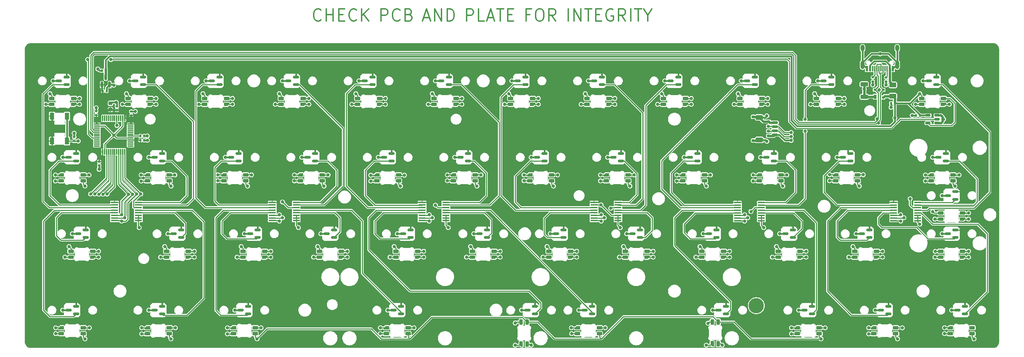
<source format=gbr>
%TF.GenerationSoftware,KiCad,Pcbnew,(7.0.0)*%
%TF.CreationDate,2023-10-27T13:48:32+02:00*%
%TF.ProjectId,vootington VAN,766f6f74-696e-4677-946f-6e2056414e2e,rev?*%
%TF.SameCoordinates,Original*%
%TF.FileFunction,Copper,L2,Bot*%
%TF.FilePolarity,Positive*%
%FSLAX46Y46*%
G04 Gerber Fmt 4.6, Leading zero omitted, Abs format (unit mm)*
G04 Created by KiCad (PCBNEW (7.0.0)) date 2023-10-27 13:48:32*
%MOMM*%
%LPD*%
G01*
G04 APERTURE LIST*
G04 Aperture macros list*
%AMRoundRect*
0 Rectangle with rounded corners*
0 $1 Rounding radius*
0 $2 $3 $4 $5 $6 $7 $8 $9 X,Y pos of 4 corners*
0 Add a 4 corners polygon primitive as box body*
4,1,4,$2,$3,$4,$5,$6,$7,$8,$9,$2,$3,0*
0 Add four circle primitives for the rounded corners*
1,1,$1+$1,$2,$3*
1,1,$1+$1,$4,$5*
1,1,$1+$1,$6,$7*
1,1,$1+$1,$8,$9*
0 Add four rect primitives between the rounded corners*
20,1,$1+$1,$2,$3,$4,$5,0*
20,1,$1+$1,$4,$5,$6,$7,0*
20,1,$1+$1,$6,$7,$8,$9,0*
20,1,$1+$1,$8,$9,$2,$3,0*%
%AMFreePoly0*
4,1,18,-0.410000,0.593000,-0.403758,0.624380,-0.385983,0.650983,-0.359380,0.668758,-0.328000,0.675000,0.328000,0.675000,0.359380,0.668758,0.385983,0.650983,0.403758,0.624380,0.410000,0.593000,0.410000,-0.593000,0.403758,-0.624380,0.385983,-0.650983,0.359380,-0.668758,0.328000,-0.675000,0.000000,-0.675000,-0.410000,-0.265000,-0.410000,0.593000,-0.410000,0.593000,$1*%
G04 Aperture macros list end*
%ADD10C,0.300000*%
%TA.AperFunction,NonConductor*%
%ADD11C,0.300000*%
%TD*%
%TA.AperFunction,ComponentPad*%
%ADD12C,3.800000*%
%TD*%
%TA.AperFunction,SMDPad,CuDef*%
%ADD13RoundRect,0.082000X-0.328000X-0.593000X0.328000X-0.593000X0.328000X0.593000X-0.328000X0.593000X0*%
%TD*%
%TA.AperFunction,SMDPad,CuDef*%
%ADD14FreePoly0,0.000000*%
%TD*%
%TA.AperFunction,SMDPad,CuDef*%
%ADD15RoundRect,0.150000X0.512500X0.150000X-0.512500X0.150000X-0.512500X-0.150000X0.512500X-0.150000X0*%
%TD*%
%TA.AperFunction,SMDPad,CuDef*%
%ADD16RoundRect,0.150000X0.587500X0.150000X-0.587500X0.150000X-0.587500X-0.150000X0.587500X-0.150000X0*%
%TD*%
%TA.AperFunction,SMDPad,CuDef*%
%ADD17R,1.778000X0.419100*%
%TD*%
%TA.AperFunction,SMDPad,CuDef*%
%ADD18RoundRect,0.082000X-0.593000X0.328000X-0.593000X-0.328000X0.593000X-0.328000X0.593000X0.328000X0*%
%TD*%
%TA.AperFunction,SMDPad,CuDef*%
%ADD19FreePoly0,270.000000*%
%TD*%
%TA.AperFunction,SMDPad,CuDef*%
%ADD20RoundRect,0.082000X0.593000X-0.328000X0.593000X0.328000X-0.593000X0.328000X-0.593000X-0.328000X0*%
%TD*%
%TA.AperFunction,SMDPad,CuDef*%
%ADD21FreePoly0,90.000000*%
%TD*%
%TA.AperFunction,SMDPad,CuDef*%
%ADD22R,1.100000X1.800000*%
%TD*%
%TA.AperFunction,SMDPad,CuDef*%
%ADD23RoundRect,0.075000X0.662500X0.075000X-0.662500X0.075000X-0.662500X-0.075000X0.662500X-0.075000X0*%
%TD*%
%TA.AperFunction,SMDPad,CuDef*%
%ADD24RoundRect,0.075000X0.075000X0.662500X-0.075000X0.662500X-0.075000X-0.662500X0.075000X-0.662500X0*%
%TD*%
%TA.AperFunction,SMDPad,CuDef*%
%ADD25RoundRect,0.140000X0.140000X0.170000X-0.140000X0.170000X-0.140000X-0.170000X0.140000X-0.170000X0*%
%TD*%
%TA.AperFunction,SMDPad,CuDef*%
%ADD26RoundRect,0.135000X0.185000X-0.135000X0.185000X0.135000X-0.185000X0.135000X-0.185000X-0.135000X0*%
%TD*%
%TA.AperFunction,SMDPad,CuDef*%
%ADD27RoundRect,0.140000X-0.140000X-0.170000X0.140000X-0.170000X0.140000X0.170000X-0.140000X0.170000X0*%
%TD*%
%TA.AperFunction,SMDPad,CuDef*%
%ADD28R,0.700000X1.000000*%
%TD*%
%TA.AperFunction,SMDPad,CuDef*%
%ADD29R,0.700000X0.600000*%
%TD*%
%TA.AperFunction,SMDPad,CuDef*%
%ADD30RoundRect,0.150000X0.625000X-0.150000X0.625000X0.150000X-0.625000X0.150000X-0.625000X-0.150000X0*%
%TD*%
%TA.AperFunction,SMDPad,CuDef*%
%ADD31RoundRect,0.250000X0.650000X-0.350000X0.650000X0.350000X-0.650000X0.350000X-0.650000X-0.350000X0*%
%TD*%
%TA.AperFunction,SMDPad,CuDef*%
%ADD32RoundRect,0.140000X-0.170000X0.140000X-0.170000X-0.140000X0.170000X-0.140000X0.170000X0.140000X0*%
%TD*%
%TA.AperFunction,SMDPad,CuDef*%
%ADD33RoundRect,0.150000X0.275000X-0.150000X0.275000X0.150000X-0.275000X0.150000X-0.275000X-0.150000X0*%
%TD*%
%TA.AperFunction,SMDPad,CuDef*%
%ADD34RoundRect,0.175000X0.225000X-0.175000X0.225000X0.175000X-0.225000X0.175000X-0.225000X-0.175000X0*%
%TD*%
%TA.AperFunction,SMDPad,CuDef*%
%ADD35R,0.600000X1.450000*%
%TD*%
%TA.AperFunction,SMDPad,CuDef*%
%ADD36R,0.300000X1.450000*%
%TD*%
%TA.AperFunction,ComponentPad*%
%ADD37O,1.000000X1.600000*%
%TD*%
%TA.AperFunction,ComponentPad*%
%ADD38O,1.000000X2.100000*%
%TD*%
%TA.AperFunction,SMDPad,CuDef*%
%ADD39RoundRect,0.140000X0.170000X-0.140000X0.170000X0.140000X-0.170000X0.140000X-0.170000X-0.140000X0*%
%TD*%
%TA.AperFunction,SMDPad,CuDef*%
%ADD40RoundRect,0.250000X0.700000X-0.275000X0.700000X0.275000X-0.700000X0.275000X-0.700000X-0.275000X0*%
%TD*%
%TA.AperFunction,SMDPad,CuDef*%
%ADD41RoundRect,0.225000X0.250000X-0.225000X0.250000X0.225000X-0.250000X0.225000X-0.250000X-0.225000X0*%
%TD*%
%TA.AperFunction,SMDPad,CuDef*%
%ADD42RoundRect,0.150000X0.150000X-0.587500X0.150000X0.587500X-0.150000X0.587500X-0.150000X-0.587500X0*%
%TD*%
%TA.AperFunction,SMDPad,CuDef*%
%ADD43RoundRect,0.250000X-0.625000X0.375000X-0.625000X-0.375000X0.625000X-0.375000X0.625000X0.375000X0*%
%TD*%
%TA.AperFunction,ViaPad*%
%ADD44C,0.800000*%
%TD*%
%TA.AperFunction,Conductor*%
%ADD45C,0.250000*%
%TD*%
%TA.AperFunction,Conductor*%
%ADD46C,0.600000*%
%TD*%
%TA.AperFunction,Conductor*%
%ADD47C,0.381000*%
%TD*%
G04 APERTURE END LIST*
D10*
D11*
X100853571Y-26048928D02*
X100710714Y-26191785D01*
X100710714Y-26191785D02*
X100282142Y-26334642D01*
X100282142Y-26334642D02*
X99996428Y-26334642D01*
X99996428Y-26334642D02*
X99567857Y-26191785D01*
X99567857Y-26191785D02*
X99282142Y-25906071D01*
X99282142Y-25906071D02*
X99139285Y-25620357D01*
X99139285Y-25620357D02*
X98996428Y-25048928D01*
X98996428Y-25048928D02*
X98996428Y-24620357D01*
X98996428Y-24620357D02*
X99139285Y-24048928D01*
X99139285Y-24048928D02*
X99282142Y-23763214D01*
X99282142Y-23763214D02*
X99567857Y-23477500D01*
X99567857Y-23477500D02*
X99996428Y-23334642D01*
X99996428Y-23334642D02*
X100282142Y-23334642D01*
X100282142Y-23334642D02*
X100710714Y-23477500D01*
X100710714Y-23477500D02*
X100853571Y-23620357D01*
X102139285Y-26334642D02*
X102139285Y-23334642D01*
X102139285Y-24763214D02*
X103853571Y-24763214D01*
X103853571Y-26334642D02*
X103853571Y-23334642D01*
X105282142Y-24763214D02*
X106282142Y-24763214D01*
X106710714Y-26334642D02*
X105282142Y-26334642D01*
X105282142Y-26334642D02*
X105282142Y-23334642D01*
X105282142Y-23334642D02*
X106710714Y-23334642D01*
X109710714Y-26048928D02*
X109567857Y-26191785D01*
X109567857Y-26191785D02*
X109139285Y-26334642D01*
X109139285Y-26334642D02*
X108853571Y-26334642D01*
X108853571Y-26334642D02*
X108425000Y-26191785D01*
X108425000Y-26191785D02*
X108139285Y-25906071D01*
X108139285Y-25906071D02*
X107996428Y-25620357D01*
X107996428Y-25620357D02*
X107853571Y-25048928D01*
X107853571Y-25048928D02*
X107853571Y-24620357D01*
X107853571Y-24620357D02*
X107996428Y-24048928D01*
X107996428Y-24048928D02*
X108139285Y-23763214D01*
X108139285Y-23763214D02*
X108425000Y-23477500D01*
X108425000Y-23477500D02*
X108853571Y-23334642D01*
X108853571Y-23334642D02*
X109139285Y-23334642D01*
X109139285Y-23334642D02*
X109567857Y-23477500D01*
X109567857Y-23477500D02*
X109710714Y-23620357D01*
X110996428Y-26334642D02*
X110996428Y-23334642D01*
X112710714Y-26334642D02*
X111425000Y-24620357D01*
X112710714Y-23334642D02*
X110996428Y-25048928D01*
X115796428Y-26334642D02*
X115796428Y-23334642D01*
X115796428Y-23334642D02*
X116939285Y-23334642D01*
X116939285Y-23334642D02*
X117225000Y-23477500D01*
X117225000Y-23477500D02*
X117367857Y-23620357D01*
X117367857Y-23620357D02*
X117510714Y-23906071D01*
X117510714Y-23906071D02*
X117510714Y-24334642D01*
X117510714Y-24334642D02*
X117367857Y-24620357D01*
X117367857Y-24620357D02*
X117225000Y-24763214D01*
X117225000Y-24763214D02*
X116939285Y-24906071D01*
X116939285Y-24906071D02*
X115796428Y-24906071D01*
X120510714Y-26048928D02*
X120367857Y-26191785D01*
X120367857Y-26191785D02*
X119939285Y-26334642D01*
X119939285Y-26334642D02*
X119653571Y-26334642D01*
X119653571Y-26334642D02*
X119225000Y-26191785D01*
X119225000Y-26191785D02*
X118939285Y-25906071D01*
X118939285Y-25906071D02*
X118796428Y-25620357D01*
X118796428Y-25620357D02*
X118653571Y-25048928D01*
X118653571Y-25048928D02*
X118653571Y-24620357D01*
X118653571Y-24620357D02*
X118796428Y-24048928D01*
X118796428Y-24048928D02*
X118939285Y-23763214D01*
X118939285Y-23763214D02*
X119225000Y-23477500D01*
X119225000Y-23477500D02*
X119653571Y-23334642D01*
X119653571Y-23334642D02*
X119939285Y-23334642D01*
X119939285Y-23334642D02*
X120367857Y-23477500D01*
X120367857Y-23477500D02*
X120510714Y-23620357D01*
X122796428Y-24763214D02*
X123225000Y-24906071D01*
X123225000Y-24906071D02*
X123367857Y-25048928D01*
X123367857Y-25048928D02*
X123510714Y-25334642D01*
X123510714Y-25334642D02*
X123510714Y-25763214D01*
X123510714Y-25763214D02*
X123367857Y-26048928D01*
X123367857Y-26048928D02*
X123225000Y-26191785D01*
X123225000Y-26191785D02*
X122939285Y-26334642D01*
X122939285Y-26334642D02*
X121796428Y-26334642D01*
X121796428Y-26334642D02*
X121796428Y-23334642D01*
X121796428Y-23334642D02*
X122796428Y-23334642D01*
X122796428Y-23334642D02*
X123082143Y-23477500D01*
X123082143Y-23477500D02*
X123225000Y-23620357D01*
X123225000Y-23620357D02*
X123367857Y-23906071D01*
X123367857Y-23906071D02*
X123367857Y-24191785D01*
X123367857Y-24191785D02*
X123225000Y-24477500D01*
X123225000Y-24477500D02*
X123082143Y-24620357D01*
X123082143Y-24620357D02*
X122796428Y-24763214D01*
X122796428Y-24763214D02*
X121796428Y-24763214D01*
X126453571Y-25477500D02*
X127882143Y-25477500D01*
X126167857Y-26334642D02*
X127167857Y-23334642D01*
X127167857Y-23334642D02*
X128167857Y-26334642D01*
X129167857Y-26334642D02*
X129167857Y-23334642D01*
X129167857Y-23334642D02*
X130882143Y-26334642D01*
X130882143Y-26334642D02*
X130882143Y-23334642D01*
X132310714Y-26334642D02*
X132310714Y-23334642D01*
X132310714Y-23334642D02*
X133025000Y-23334642D01*
X133025000Y-23334642D02*
X133453571Y-23477500D01*
X133453571Y-23477500D02*
X133739286Y-23763214D01*
X133739286Y-23763214D02*
X133882143Y-24048928D01*
X133882143Y-24048928D02*
X134025000Y-24620357D01*
X134025000Y-24620357D02*
X134025000Y-25048928D01*
X134025000Y-25048928D02*
X133882143Y-25620357D01*
X133882143Y-25620357D02*
X133739286Y-25906071D01*
X133739286Y-25906071D02*
X133453571Y-26191785D01*
X133453571Y-26191785D02*
X133025000Y-26334642D01*
X133025000Y-26334642D02*
X132310714Y-26334642D01*
X137110714Y-26334642D02*
X137110714Y-23334642D01*
X137110714Y-23334642D02*
X138253571Y-23334642D01*
X138253571Y-23334642D02*
X138539286Y-23477500D01*
X138539286Y-23477500D02*
X138682143Y-23620357D01*
X138682143Y-23620357D02*
X138825000Y-23906071D01*
X138825000Y-23906071D02*
X138825000Y-24334642D01*
X138825000Y-24334642D02*
X138682143Y-24620357D01*
X138682143Y-24620357D02*
X138539286Y-24763214D01*
X138539286Y-24763214D02*
X138253571Y-24906071D01*
X138253571Y-24906071D02*
X137110714Y-24906071D01*
X141539286Y-26334642D02*
X140110714Y-26334642D01*
X140110714Y-26334642D02*
X140110714Y-23334642D01*
X142396428Y-25477500D02*
X143825000Y-25477500D01*
X142110714Y-26334642D02*
X143110714Y-23334642D01*
X143110714Y-23334642D02*
X144110714Y-26334642D01*
X144682143Y-23334642D02*
X146396429Y-23334642D01*
X145539286Y-26334642D02*
X145539286Y-23334642D01*
X147396428Y-24763214D02*
X148396428Y-24763214D01*
X148825000Y-26334642D02*
X147396428Y-26334642D01*
X147396428Y-26334642D02*
X147396428Y-23334642D01*
X147396428Y-23334642D02*
X148825000Y-23334642D01*
X152910714Y-24763214D02*
X151910714Y-24763214D01*
X151910714Y-26334642D02*
X151910714Y-23334642D01*
X151910714Y-23334642D02*
X153339286Y-23334642D01*
X155053572Y-23334642D02*
X155625000Y-23334642D01*
X155625000Y-23334642D02*
X155910715Y-23477500D01*
X155910715Y-23477500D02*
X156196429Y-23763214D01*
X156196429Y-23763214D02*
X156339286Y-24334642D01*
X156339286Y-24334642D02*
X156339286Y-25334642D01*
X156339286Y-25334642D02*
X156196429Y-25906071D01*
X156196429Y-25906071D02*
X155910715Y-26191785D01*
X155910715Y-26191785D02*
X155625000Y-26334642D01*
X155625000Y-26334642D02*
X155053572Y-26334642D01*
X155053572Y-26334642D02*
X154767858Y-26191785D01*
X154767858Y-26191785D02*
X154482143Y-25906071D01*
X154482143Y-25906071D02*
X154339286Y-25334642D01*
X154339286Y-25334642D02*
X154339286Y-24334642D01*
X154339286Y-24334642D02*
X154482143Y-23763214D01*
X154482143Y-23763214D02*
X154767858Y-23477500D01*
X154767858Y-23477500D02*
X155053572Y-23334642D01*
X159339286Y-26334642D02*
X158339286Y-24906071D01*
X157625000Y-26334642D02*
X157625000Y-23334642D01*
X157625000Y-23334642D02*
X158767857Y-23334642D01*
X158767857Y-23334642D02*
X159053572Y-23477500D01*
X159053572Y-23477500D02*
X159196429Y-23620357D01*
X159196429Y-23620357D02*
X159339286Y-23906071D01*
X159339286Y-23906071D02*
X159339286Y-24334642D01*
X159339286Y-24334642D02*
X159196429Y-24620357D01*
X159196429Y-24620357D02*
X159053572Y-24763214D01*
X159053572Y-24763214D02*
X158767857Y-24906071D01*
X158767857Y-24906071D02*
X157625000Y-24906071D01*
X162425000Y-26334642D02*
X162425000Y-23334642D01*
X163853571Y-26334642D02*
X163853571Y-23334642D01*
X163853571Y-23334642D02*
X165567857Y-26334642D01*
X165567857Y-26334642D02*
X165567857Y-23334642D01*
X166567857Y-23334642D02*
X168282143Y-23334642D01*
X167425000Y-26334642D02*
X167425000Y-23334642D01*
X169282142Y-24763214D02*
X170282142Y-24763214D01*
X170710714Y-26334642D02*
X169282142Y-26334642D01*
X169282142Y-26334642D02*
X169282142Y-23334642D01*
X169282142Y-23334642D02*
X170710714Y-23334642D01*
X173567857Y-23477500D02*
X173282143Y-23334642D01*
X173282143Y-23334642D02*
X172853571Y-23334642D01*
X172853571Y-23334642D02*
X172425000Y-23477500D01*
X172425000Y-23477500D02*
X172139285Y-23763214D01*
X172139285Y-23763214D02*
X171996428Y-24048928D01*
X171996428Y-24048928D02*
X171853571Y-24620357D01*
X171853571Y-24620357D02*
X171853571Y-25048928D01*
X171853571Y-25048928D02*
X171996428Y-25620357D01*
X171996428Y-25620357D02*
X172139285Y-25906071D01*
X172139285Y-25906071D02*
X172425000Y-26191785D01*
X172425000Y-26191785D02*
X172853571Y-26334642D01*
X172853571Y-26334642D02*
X173139285Y-26334642D01*
X173139285Y-26334642D02*
X173567857Y-26191785D01*
X173567857Y-26191785D02*
X173710714Y-26048928D01*
X173710714Y-26048928D02*
X173710714Y-25048928D01*
X173710714Y-25048928D02*
X173139285Y-25048928D01*
X176710714Y-26334642D02*
X175710714Y-24906071D01*
X174996428Y-26334642D02*
X174996428Y-23334642D01*
X174996428Y-23334642D02*
X176139285Y-23334642D01*
X176139285Y-23334642D02*
X176425000Y-23477500D01*
X176425000Y-23477500D02*
X176567857Y-23620357D01*
X176567857Y-23620357D02*
X176710714Y-23906071D01*
X176710714Y-23906071D02*
X176710714Y-24334642D01*
X176710714Y-24334642D02*
X176567857Y-24620357D01*
X176567857Y-24620357D02*
X176425000Y-24763214D01*
X176425000Y-24763214D02*
X176139285Y-24906071D01*
X176139285Y-24906071D02*
X174996428Y-24906071D01*
X177996428Y-26334642D02*
X177996428Y-23334642D01*
X178996428Y-23334642D02*
X180710714Y-23334642D01*
X179853571Y-26334642D02*
X179853571Y-23334642D01*
X182282142Y-24906071D02*
X182282142Y-26334642D01*
X181282142Y-23334642D02*
X182282142Y-24906071D01*
X182282142Y-24906071D02*
X183282142Y-23334642D01*
D12*
%TO.P,H7,1*%
%TO.N,N/C*%
X209309500Y-97302500D03*
%TD*%
D13*
%TO.P,D38,1,VDD*%
%TO.N,+5V*%
X152212750Y-101395000D03*
%TO.P,D38,2,DOUT*%
%TO.N,Net-(D38-DOUT)*%
X150712750Y-101395000D03*
%TO.P,D38,3,DIN*%
%TO.N,Net-(D38-DIN)*%
X152212750Y-106845000D03*
D14*
%TO.P,D38,4,VSS*%
%TO.N,GND*%
X150712749Y-106844999D03*
%TD*%
D15*
%TO.P,U46,1*%
%TO.N,GND*%
X254343750Y-49850000D03*
%TO.P,U46,2*%
%TO.N,RGB MCU*%
X254343750Y-50800000D03*
%TO.P,U46,3,GND*%
%TO.N,GND*%
X254343750Y-51750000D03*
%TO.P,U46,4*%
%TO.N,RGB*%
X252068750Y-51750000D03*
%TO.P,U46,5,VCC*%
%TO.N,+5V*%
X252068750Y-49850000D03*
%TD*%
D16*
%TO.P,U45,1,VDD*%
%TO.N,+3V3*%
X258906250Y-68900000D03*
%TO.P,U45,2,OUT*%
%TO.N,K_47*%
X258906250Y-70800000D03*
%TO.P,U45,3,GND*%
%TO.N,GND*%
X257031250Y-69850000D03*
%TD*%
D17*
%TO.P,U53,1,A4*%
%TO.N,K_22*%
X210569635Y-71563904D03*
%TO.P,U53,2,A6*%
%TO.N,K_11*%
X210569635Y-72214144D03*
%TO.P,U53,3,A*%
%TO.N,ADC1*%
X210569635Y-72864384D03*
%TO.P,U53,4,A7*%
%TO.N,K_44*%
X210569635Y-73514624D03*
%TO.P,U53,5,A5*%
%TO.N,K_34*%
X210569635Y-74159784D03*
%TO.P,U53,6,~{E}*%
%TO.N,GND*%
X210569635Y-74810024D03*
%TO.P,U53,7,VEE*%
X210569635Y-75460264D03*
%TO.P,U53,8,GND*%
X210569635Y-76110504D03*
%TO.P,U53,9,S2*%
%TO.N,SELECT2*%
X204620955Y-76110504D03*
%TO.P,U53,10,S1*%
%TO.N,SELECT1*%
X204620955Y-75460264D03*
%TO.P,U53,11,S0*%
%TO.N,SELECT0*%
X204620955Y-74810024D03*
%TO.P,U53,12,A3*%
%TO.N,K_33*%
X204620955Y-74159784D03*
%TO.P,U53,13,A0*%
%TO.N,K_43*%
X204620955Y-73514624D03*
%TO.P,U53,14,A1*%
%TO.N,K_10*%
X204620955Y-72864384D03*
%TO.P,U53,15,A2*%
%TO.N,K_21*%
X204620955Y-72214144D03*
%TO.P,U53,16,VCC*%
%TO.N,+3V3*%
X204620955Y-71563904D03*
%TD*%
D18*
%TO.P,D42,1,VDD*%
%TO.N,+5V*%
X41618750Y-104279000D03*
%TO.P,D42,2,DOUT*%
%TO.N,Net-(D41-DIN)*%
X41618750Y-102779000D03*
%TO.P,D42,3,DIN*%
%TO.N,Net-(D32-DOUT)*%
X36168750Y-104279000D03*
D19*
%TO.P,D42,4,VSS*%
%TO.N,GND*%
X36168749Y-102778999D03*
%TD*%
D16*
%TO.P,U43,1,VDD*%
%TO.N,+3V3*%
X201756250Y-97475000D03*
%TO.P,U43,2,OUT*%
%TO.N,K_43*%
X201756250Y-99375000D03*
%TO.P,U43,3,GND*%
%TO.N,GND*%
X199881250Y-98425000D03*
%TD*%
D20*
%TO.P,D6,1,VDD*%
%TO.N,+5V*%
X109987500Y-45629000D03*
%TO.P,D6,2,DOUT*%
%TO.N,Net-(D5-DIN)*%
X109987500Y-47129000D03*
%TO.P,D6,3,DIN*%
%TO.N,Net-(D6-DIN)*%
X115437500Y-45629000D03*
D21*
%TO.P,D6,4,VSS*%
%TO.N,GND*%
X115437499Y-47128999D03*
%TD*%
D16*
%TO.P,U39,1,VDD*%
%TO.N,+3V3*%
X39831250Y-97475000D03*
%TO.P,U39,2,OUT*%
%TO.N,K_37*%
X39831250Y-99375000D03*
%TO.P,U39,3,GND*%
%TO.N,GND*%
X37956250Y-98425000D03*
%TD*%
D20*
%TO.P,D32,1,VDD*%
%TO.N,+5V*%
X38550000Y-83729000D03*
%TO.P,D32,2,DOUT*%
%TO.N,Net-(D32-DOUT)*%
X38550000Y-85229000D03*
%TO.P,D32,3,DIN*%
%TO.N,Net-(D32-DIN)*%
X44000000Y-83729000D03*
D21*
%TO.P,D32,4,VSS*%
%TO.N,GND*%
X43999999Y-85228999D03*
%TD*%
D16*
%TO.P,U9,1,VDD*%
%TO.N,+3V3*%
X151750000Y-40325000D03*
%TO.P,U9,2,OUT*%
%TO.N,K_7*%
X151750000Y-42225000D03*
%TO.P,U9,3,GND*%
%TO.N,GND*%
X149875000Y-41275000D03*
%TD*%
D20*
%TO.P,D29,1,VDD*%
%TO.N,+5V*%
X214762500Y-83729000D03*
%TO.P,D29,2,DOUT*%
%TO.N,Net-(D28-DIN)*%
X214762500Y-85229000D03*
%TO.P,D29,3,DIN*%
%TO.N,Net-(D29-DIN)*%
X220212500Y-83729000D03*
D21*
%TO.P,D29,4,VSS*%
%TO.N,GND*%
X220212499Y-85228999D03*
%TD*%
D18*
%TO.P,D45,1,VDD*%
%TO.N,+5V*%
X263075000Y-104279000D03*
%TO.P,D45,2,DOUT*%
%TO.N,unconnected-(D45-DOUT-Pad2)*%
X263075000Y-102779000D03*
%TO.P,D45,3,DIN*%
%TO.N,Net-(D45-DIN)*%
X257625000Y-104279000D03*
D19*
%TO.P,D45,4,VSS*%
%TO.N,GND*%
X257624999Y-102778999D03*
%TD*%
D16*
%TO.P,U35,1,VDD*%
%TO.N,+3V3*%
X85075000Y-78425000D03*
%TO.P,U35,2,OUT*%
%TO.N,K_27*%
X85075000Y-80325000D03*
%TO.P,U35,3,GND*%
%TO.N,GND*%
X83200000Y-79375000D03*
%TD*%
%TO.P,U48,1,VDD*%
%TO.N,+3V3*%
X120793750Y-97475000D03*
%TO.P,U48,2,OUT*%
%TO.N,K_40*%
X120793750Y-99375000D03*
%TO.P,U48,3,GND*%
%TO.N,GND*%
X118918750Y-98425000D03*
%TD*%
D22*
%TO.P,SW1,1,1*%
%TO.N,+3V3*%
X33868749Y-50081249D03*
X33868749Y-56281249D03*
%TO.P,SW1,2,2*%
%TO.N,BOOT0*%
X37568749Y-50081249D03*
X37568749Y-56281249D03*
%TD*%
D23*
%TO.P,U59,1,VBAT*%
%TO.N,+3V3*%
X53375000Y-52018750D03*
%TO.P,U59,2,PC13*%
%TO.N,unconnected-(U59-PC13-Pad2)*%
X53375000Y-52518750D03*
%TO.P,U59,3,PC14*%
%TO.N,unconnected-(U59-PC14-Pad3)*%
X53375000Y-53018750D03*
%TO.P,U59,4,PC15*%
%TO.N,unconnected-(U59-PC15-Pad4)*%
X53375000Y-53518750D03*
%TO.P,U59,5,PF0*%
%TO.N,unconnected-(U59-PF0-Pad5)*%
X53375000Y-54018750D03*
%TO.P,U59,6,PF1*%
%TO.N,unconnected-(U59-PF1-Pad6)*%
X53375000Y-54518750D03*
%TO.P,U59,7,NRST*%
%TO.N,NRST*%
X53375000Y-55018750D03*
%TO.P,U59,8,VSSA*%
%TO.N,GND*%
X53375000Y-55518750D03*
%TO.P,U59,9,VDDA*%
%TO.N,+3V3*%
X53375000Y-56018750D03*
%TO.P,U59,10,PA0*%
%TO.N,unconnected-(U59-PA0-Pad10)*%
X53375000Y-56518750D03*
%TO.P,U59,11,PA1*%
%TO.N,unconnected-(U59-PA1-Pad11)*%
X53375000Y-57018750D03*
%TO.P,U59,12,PA2*%
%TO.N,unconnected-(U59-PA2-Pad12)*%
X53375000Y-57518750D03*
D24*
%TO.P,U59,13,PA3*%
%TO.N,ADC5*%
X51962500Y-58931250D03*
%TO.P,U59,14,PA4*%
%TO.N,SELECT2*%
X51462500Y-58931250D03*
%TO.P,U59,15,PA5*%
%TO.N,SELECT1*%
X50962500Y-58931250D03*
%TO.P,U59,16,PA6*%
%TO.N,SELECT0*%
X50462500Y-58931250D03*
%TO.P,U59,17,PA7*%
%TO.N,unconnected-(U59-PA7-Pad17)*%
X49962500Y-58931250D03*
%TO.P,U59,18,PB0*%
%TO.N,ADC0*%
X49462500Y-58931250D03*
%TO.P,U59,19,PB1*%
%TO.N,ADC4*%
X48962500Y-58931250D03*
%TO.P,U59,20,PB2*%
%TO.N,ADC3*%
X48462500Y-58931250D03*
%TO.P,U59,21,PB10*%
%TO.N,ADC2*%
X47962500Y-58931250D03*
%TO.P,U59,22,PB11*%
%TO.N,ADC1*%
X47462500Y-58931250D03*
%TO.P,U59,23,VSS*%
%TO.N,GND*%
X46962500Y-58931250D03*
%TO.P,U59,24,VDD*%
%TO.N,+3V3*%
X46462500Y-58931250D03*
D23*
%TO.P,U59,25,PB12*%
%TO.N,unconnected-(U59-PB12-Pad25)*%
X45050000Y-57518750D03*
%TO.P,U59,26,PB13*%
%TO.N,unconnected-(U59-PB13-Pad26)*%
X45050000Y-57018750D03*
%TO.P,U59,27,PB14*%
%TO.N,unconnected-(U59-PB14-Pad27)*%
X45050000Y-56518750D03*
%TO.P,U59,28,PB15*%
%TO.N,unconnected-(U59-PB15-Pad28)*%
X45050000Y-56018750D03*
%TO.P,U59,29,PA8*%
%TO.N,RGB MCU*%
X45050000Y-55518750D03*
%TO.P,U59,30,PA9*%
%TO.N,unconnected-(U59-PA9-Pad30)*%
X45050000Y-55018750D03*
%TO.P,U59,31,PA10*%
%TO.N,unconnected-(U59-PA10-Pad31)*%
X45050000Y-54518750D03*
%TO.P,U59,32,PA11*%
%TO.N,D_N*%
X45050000Y-54018750D03*
%TO.P,U59,33,PA12*%
%TO.N,D_P*%
X45050000Y-53518750D03*
%TO.P,U59,34,PA13*%
%TO.N,unconnected-(U59-PA13-Pad34)*%
X45050000Y-53018750D03*
%TO.P,U59,35,VSS*%
%TO.N,GND*%
X45050000Y-52518750D03*
%TO.P,U59,36,VDDIO2*%
%TO.N,+3V3*%
X45050000Y-52018750D03*
D24*
%TO.P,U59,37,PA14*%
%TO.N,unconnected-(U59-PA14-Pad37)*%
X46462500Y-50606250D03*
%TO.P,U59,38,PA15*%
%TO.N,unconnected-(U59-PA15-Pad38)*%
X46962500Y-50606250D03*
%TO.P,U59,39,PB3*%
%TO.N,unconnected-(U59-PB3-Pad39)*%
X47462500Y-50606250D03*
%TO.P,U59,40,PB4*%
%TO.N,unconnected-(U59-PB4-Pad40)*%
X47962500Y-50606250D03*
%TO.P,U59,41,PB5*%
%TO.N,unconnected-(U59-PB5-Pad41)*%
X48462500Y-50606250D03*
%TO.P,U59,42,PB6*%
%TO.N,unconnected-(U59-PB6-Pad42)*%
X48962500Y-50606250D03*
%TO.P,U59,43,PB7*%
%TO.N,unconnected-(U59-PB7-Pad43)*%
X49462500Y-50606250D03*
%TO.P,U59,44,BOOT0*%
%TO.N,BOOT0*%
X49962500Y-50606250D03*
%TO.P,U59,45,PB8*%
%TO.N,unconnected-(U59-PB8-Pad45)*%
X50462500Y-50606250D03*
%TO.P,U59,46,PB9*%
%TO.N,unconnected-(U59-PB9-Pad46)*%
X50962500Y-50606250D03*
%TO.P,U59,47,VSS*%
%TO.N,GND*%
X51462500Y-50606250D03*
%TO.P,U59,48,VDD*%
%TO.N,+3V3*%
X51962500Y-50606250D03*
%TD*%
D20*
%TO.P,D10,1,VDD*%
%TO.N,+5V*%
X186187500Y-45629000D03*
%TO.P,D10,2,DOUT*%
%TO.N,Net-(D10-DOUT)*%
X186187500Y-47129000D03*
%TO.P,D10,3,DIN*%
%TO.N,Net-(D10-DIN)*%
X191637500Y-45629000D03*
D21*
%TO.P,D10,4,VSS*%
%TO.N,GND*%
X191637499Y-47128999D03*
%TD*%
D25*
%TO.P,C6,1*%
%TO.N,+5V*%
X243812000Y-46831250D03*
%TO.P,C6,2*%
%TO.N,GND*%
X242852000Y-46831250D03*
%TD*%
D18*
%TO.P,D40,1,VDD*%
%TO.N,+5V*%
X84481250Y-104279000D03*
%TO.P,D40,2,DOUT*%
%TO.N,Net-(D39-DIN)*%
X84481250Y-102779000D03*
%TO.P,D40,3,DIN*%
%TO.N,Net-(D40-DIN)*%
X79031250Y-104279000D03*
D19*
%TO.P,D40,4,VSS*%
%TO.N,GND*%
X79031249Y-102778999D03*
%TD*%
D26*
%TO.P,R3,1*%
%TO.N,GND*%
X238316089Y-41388126D03*
%TO.P,R3,2*%
%TO.N,Net-(J2-CC1)*%
X238316089Y-40368126D03*
%TD*%
D27*
%TO.P,C29,1*%
%TO.N,NRST*%
X55866106Y-54997317D03*
%TO.P,C29,2*%
%TO.N,GND*%
X56826106Y-54997317D03*
%TD*%
D18*
%TO.P,D18,1,VDD*%
%TO.N,+5V*%
X63050000Y-66179000D03*
%TO.P,D18,2,DOUT*%
%TO.N,Net-(D17-DIN)*%
X63050000Y-64679000D03*
%TO.P,D18,3,DIN*%
%TO.N,Net-(D18-DIN)*%
X57600000Y-66179000D03*
D19*
%TO.P,D18,4,VSS*%
%TO.N,GND*%
X57599999Y-64678999D03*
%TD*%
D18*
%TO.P,D16,1,VDD*%
%TO.N,+5V*%
X101150000Y-66179000D03*
%TO.P,D16,2,DOUT*%
%TO.N,Net-(D15-DIN)*%
X101150000Y-64679000D03*
%TO.P,D16,3,DIN*%
%TO.N,Net-(D16-DIN)*%
X95700000Y-66179000D03*
D19*
%TO.P,D16,4,VSS*%
%TO.N,GND*%
X95699999Y-64678999D03*
%TD*%
D16*
%TO.P,U37,1,VDD*%
%TO.N,+3V3*%
X199375000Y-78425000D03*
%TO.P,U37,2,OUT*%
%TO.N,K_33*%
X199375000Y-80325000D03*
%TO.P,U37,3,GND*%
%TO.N,GND*%
X197500000Y-79375000D03*
%TD*%
%TO.P,U18,1,VDD*%
%TO.N,+3V3*%
X137462500Y-59375000D03*
%TO.P,U18,2,OUT*%
%TO.N,K_18*%
X137462500Y-61275000D03*
%TO.P,U18,3,GND*%
%TO.N,GND*%
X135587500Y-60325000D03*
%TD*%
D28*
%TO.P,U58,1,GND*%
%TO.N,GND*%
X238903588Y-45199999D03*
D29*
%TO.P,U58,2,I/O1*%
%TO.N,D_N*%
X238903588Y-43499999D03*
%TO.P,U58,3,I/O2*%
%TO.N,D_P*%
X240903588Y-43499999D03*
%TO.P,U58,4,VCC*%
%TO.N,+5V*%
X240903588Y-45399999D03*
%TD*%
D16*
%TO.P,U11,1,VDD*%
%TO.N,+3V3*%
X227950000Y-40325000D03*
%TO.P,U11,2,OUT*%
%TO.N,K_11*%
X227950000Y-42225000D03*
%TO.P,U11,3,GND*%
%TO.N,GND*%
X226075000Y-41275000D03*
%TD*%
%TO.P,U22,1,VDD*%
%TO.N,+3V3*%
X256525000Y-59375000D03*
%TO.P,U22,2,OUT*%
%TO.N,K_24*%
X256525000Y-61275000D03*
%TO.P,U22,3,GND*%
%TO.N,GND*%
X254650000Y-60325000D03*
%TD*%
%TO.P,U19,1,VDD*%
%TO.N,+3V3*%
X156512500Y-59375000D03*
%TO.P,U19,2,OUT*%
%TO.N,K_19*%
X156512500Y-61275000D03*
%TO.P,U19,3,GND*%
%TO.N,GND*%
X154637500Y-60325000D03*
%TD*%
D27*
%TO.P,C4,1*%
%TO.N,GND*%
X46250752Y-38734964D03*
%TO.P,C4,2*%
%TO.N,+5V*%
X47210752Y-38734964D03*
%TD*%
%TO.P,C3,1*%
%TO.N,GND*%
X249090287Y-49860425D03*
%TO.P,C3,2*%
%TO.N,+5V*%
X250050287Y-49860425D03*
%TD*%
D20*
%TO.P,D4,1,VDD*%
%TO.N,+5V*%
X71887500Y-45629000D03*
%TO.P,D4,2,DOUT*%
%TO.N,Net-(D3-DIN)*%
X71887500Y-47129000D03*
%TO.P,D4,3,DIN*%
%TO.N,Net-(D4-DIN)*%
X77337500Y-45629000D03*
D21*
%TO.P,D4,4,VSS*%
%TO.N,GND*%
X77337499Y-47128999D03*
%TD*%
D18*
%TO.P,D15,1,VDD*%
%TO.N,+5V*%
X120200000Y-66179000D03*
%TO.P,D15,2,DOUT*%
%TO.N,Net-(D14-DIN)*%
X120200000Y-64679000D03*
%TO.P,D15,3,DIN*%
%TO.N,Net-(D15-DIN)*%
X114750000Y-66179000D03*
D19*
%TO.P,D15,4,VSS*%
%TO.N,GND*%
X114749999Y-64678999D03*
%TD*%
D18*
%TO.P,D22,1,VDD*%
%TO.N,+5V*%
X215450000Y-66179000D03*
%TO.P,D22,2,DOUT*%
%TO.N,Net-(D21-DIN)*%
X215450000Y-64679000D03*
%TO.P,D22,3,DIN*%
%TO.N,Net-(D22-DIN)*%
X210000000Y-66179000D03*
D19*
%TO.P,D22,4,VSS*%
%TO.N,GND*%
X209999999Y-64678999D03*
%TD*%
D20*
%TO.P,D31,1,VDD*%
%TO.N,+5V*%
X255243750Y-74204000D03*
%TO.P,D31,2,DOUT*%
%TO.N,Net-(D31-DOUT)*%
X255243750Y-75704000D03*
%TO.P,D31,3,DIN*%
%TO.N,Net-(D20-DOUT)*%
X260693750Y-74204000D03*
D21*
%TO.P,D31,4,VSS*%
%TO.N,GND*%
X260693749Y-75703999D03*
%TD*%
D16*
%TO.P,U30,1,VDD*%
%TO.N,+3V3*%
X142225000Y-78425000D03*
%TO.P,U30,2,OUT*%
%TO.N,K_30*%
X142225000Y-80325000D03*
%TO.P,U30,3,GND*%
%TO.N,GND*%
X140350000Y-79375000D03*
%TD*%
D20*
%TO.P,D2,1,VDD*%
%TO.N,+5V*%
X33787500Y-45629000D03*
%TO.P,D2,2,DOUT*%
%TO.N,Net-(D19-DIN)*%
X33787500Y-47129000D03*
%TO.P,D2,3,DIN*%
%TO.N,Net-(D2-DIN)*%
X39237500Y-45629000D03*
D21*
%TO.P,D2,4,VSS*%
%TO.N,GND*%
X39237499Y-47128999D03*
%TD*%
D30*
%TO.P,J1,1,Pin_1*%
%TO.N,+5V*%
X213931250Y-54681250D03*
%TO.P,J1,2,Pin_2*%
%TO.N,D_N*%
X213931250Y-53681250D03*
%TO.P,J1,3,Pin_3*%
%TO.N,D_P*%
X213931250Y-52681250D03*
%TO.P,J1,4,Pin_4*%
%TO.N,GND*%
X213931250Y-51681250D03*
D31*
%TO.P,J1,MP,MountPin*%
X210056250Y-55981250D03*
X210056250Y-50381250D03*
%TD*%
D16*
%TO.P,U8,1,VDD*%
%TO.N,+3V3*%
X132700000Y-40325000D03*
%TO.P,U8,2,OUT*%
%TO.N,K_6*%
X132700000Y-42225000D03*
%TO.P,U8,3,GND*%
%TO.N,GND*%
X130825000Y-41275000D03*
%TD*%
D27*
%TO.P,C11,1*%
%TO.N,+3V3*%
X55859704Y-56073622D03*
%TO.P,C11,2*%
%TO.N,GND*%
X56819704Y-56073622D03*
%TD*%
D16*
%TO.P,U41,1,VDD*%
%TO.N,+3V3*%
X154131250Y-97475000D03*
%TO.P,U41,2,OUT*%
%TO.N,K_41*%
X154131250Y-99375000D03*
%TO.P,U41,3,GND*%
%TO.N,GND*%
X152256250Y-98425000D03*
%TD*%
D26*
%TO.P,R4,1*%
%TO.N,GND*%
X241631622Y-41417466D03*
%TO.P,R4,2*%
%TO.N,Net-(J2-CC2)*%
X241631622Y-40397466D03*
%TD*%
D18*
%TO.P,D19,1,VDD*%
%TO.N,+5V*%
X41618750Y-66179000D03*
%TO.P,D19,2,DOUT*%
%TO.N,Net-(D18-DIN)*%
X41618750Y-64679000D03*
%TO.P,D19,3,DIN*%
%TO.N,Net-(D19-DIN)*%
X36168750Y-66179000D03*
D19*
%TO.P,D19,4,VSS*%
%TO.N,GND*%
X36168749Y-64678999D03*
%TD*%
D20*
%TO.P,D28,1,VDD*%
%TO.N,+5V*%
X195712500Y-83729000D03*
%TO.P,D28,2,DOUT*%
%TO.N,Net-(D27-DIN)*%
X195712500Y-85229000D03*
%TO.P,D28,3,DIN*%
%TO.N,Net-(D28-DIN)*%
X201162500Y-83729000D03*
D21*
%TO.P,D28,4,VSS*%
%TO.N,GND*%
X201162499Y-85228999D03*
%TD*%
D16*
%TO.P,U29,1,VDD*%
%TO.N,+3V3*%
X123175000Y-78425000D03*
%TO.P,U29,2,OUT*%
%TO.N,K_29*%
X123175000Y-80325000D03*
%TO.P,U29,3,GND*%
%TO.N,GND*%
X121300000Y-79375000D03*
%TD*%
D20*
%TO.P,D12,1,VDD*%
%TO.N,+5V*%
X224287500Y-45629000D03*
%TO.P,D12,2,DOUT*%
%TO.N,Net-(D11-DIN)*%
X224287500Y-47129000D03*
%TO.P,D12,3,DIN*%
%TO.N,Net-(D12-DIN)*%
X229737500Y-45629000D03*
D21*
%TO.P,D12,4,VSS*%
%TO.N,GND*%
X229737499Y-47128999D03*
%TD*%
D16*
%TO.P,U47,1,VDD*%
%TO.N,+3V3*%
X82693750Y-97475000D03*
%TO.P,U47,2,OUT*%
%TO.N,K_39*%
X82693750Y-99375000D03*
%TO.P,U47,3,GND*%
%TO.N,GND*%
X80818750Y-98425000D03*
%TD*%
D32*
%TO.P,C1,1*%
%TO.N,+3V3*%
X45574303Y-61406884D03*
%TO.P,C1,2*%
%TO.N,GND*%
X45574303Y-62366884D03*
%TD*%
D13*
%TO.P,D48,1,VDD*%
%TO.N,+5V*%
X199825749Y-101338000D03*
%TO.P,D48,2,DOUT*%
%TO.N,Net-(D47-DIN)*%
X198325749Y-101338000D03*
%TO.P,D48,3,DIN*%
%TO.N,Net-(D48-DIN)*%
X199825749Y-106788000D03*
D14*
%TO.P,D48,4,VSS*%
%TO.N,GND*%
X198325748Y-106787999D03*
%TD*%
D16*
%TO.P,U32,1,VDD*%
%TO.N,+3V3*%
X180325000Y-78425000D03*
%TO.P,U32,2,OUT*%
%TO.N,K_32*%
X180325000Y-80325000D03*
%TO.P,U32,3,GND*%
%TO.N,GND*%
X178450000Y-79375000D03*
%TD*%
%TO.P,U28,1,VDD*%
%TO.N,+3V3*%
X66025000Y-78425000D03*
%TO.P,U28,2,OUT*%
%TO.N,K_26*%
X66025000Y-80325000D03*
%TO.P,U28,3,GND*%
%TO.N,GND*%
X64150000Y-79375000D03*
%TD*%
D17*
%TO.P,U57,1,A4*%
%TO.N,K_14*%
X55361839Y-71545449D03*
%TO.P,U57,2,A6*%
%TO.N,K_2*%
X55361839Y-72195689D03*
%TO.P,U57,3,A*%
%TO.N,ADC5*%
X55361839Y-72845929D03*
%TO.P,U57,4,A7*%
%TO.N,K_38*%
X55361839Y-73496169D03*
%TO.P,U57,5,A5*%
%TO.N,K_26*%
X55361839Y-74141329D03*
%TO.P,U57,6,~{E}*%
%TO.N,GND*%
X55361839Y-74791569D03*
%TO.P,U57,7,VEE*%
X55361839Y-75441809D03*
%TO.P,U57,8,GND*%
X55361839Y-76092049D03*
%TO.P,U57,9,S2*%
%TO.N,SELECT2*%
X49413159Y-76092049D03*
%TO.P,U57,10,S1*%
%TO.N,SELECT1*%
X49413159Y-75441809D03*
%TO.P,U57,11,S0*%
%TO.N,SELECT0*%
X49413159Y-74791569D03*
%TO.P,U57,12,A3*%
%TO.N,K_25*%
X49413159Y-74141329D03*
%TO.P,U57,13,A0*%
%TO.N,K_37*%
X49413159Y-73496169D03*
%TO.P,U57,14,A1*%
%TO.N,K_1*%
X49413159Y-72845929D03*
%TO.P,U57,15,A2*%
%TO.N,K_13*%
X49413159Y-72195689D03*
%TO.P,U57,16,VCC*%
%TO.N,+3V3*%
X49413159Y-71545449D03*
%TD*%
D16*
%TO.P,U4,1,VDD*%
%TO.N,+3V3*%
X37450000Y-40325000D03*
%TO.P,U4,2,OUT*%
%TO.N,K_1*%
X37450000Y-42225000D03*
%TO.P,U4,3,GND*%
%TO.N,GND*%
X35575000Y-41275000D03*
%TD*%
%TO.P,U33,1,VDD*%
%TO.N,+3V3*%
X237475000Y-78425000D03*
%TO.P,U33,2,OUT*%
%TO.N,K_35*%
X237475000Y-80325000D03*
%TO.P,U33,3,GND*%
%TO.N,GND*%
X235600000Y-79375000D03*
%TD*%
%TO.P,U50,1,VDD*%
%TO.N,+3V3*%
X261287500Y-97475000D03*
%TO.P,U50,2,OUT*%
%TO.N,K_46*%
X261287500Y-99375000D03*
%TO.P,U50,3,GND*%
%TO.N,GND*%
X259412500Y-98425000D03*
%TD*%
%TO.P,U40,1,VDD*%
%TO.N,+3V3*%
X61262500Y-97475000D03*
%TO.P,U40,2,OUT*%
%TO.N,K_38*%
X61262500Y-99375000D03*
%TO.P,U40,3,GND*%
%TO.N,GND*%
X59387500Y-98425000D03*
%TD*%
%TO.P,U7,1,VDD*%
%TO.N,+3V3*%
X113650000Y-40325000D03*
%TO.P,U7,2,OUT*%
%TO.N,K_5*%
X113650000Y-42225000D03*
%TO.P,U7,3,GND*%
%TO.N,GND*%
X111775000Y-41275000D03*
%TD*%
D33*
%TO.P,J3,1,Pin_1*%
%TO.N,+5V*%
X212325197Y-54981250D03*
%TO.P,J3,2,Pin_2*%
%TO.N,D_N*%
X212325197Y-53781250D03*
%TO.P,J3,3,Pin_3*%
%TO.N,D_P*%
X212325197Y-52581250D03*
%TO.P,J3,4,Pin_4*%
%TO.N,GND*%
X212325197Y-51381250D03*
D34*
%TO.P,J3,MP,MountPin*%
X208550197Y-56131250D03*
X208550197Y-50231250D03*
%TD*%
D16*
%TO.P,U36,1,VDD*%
%TO.N,+3V3*%
X104125000Y-78425000D03*
%TO.P,U36,2,OUT*%
%TO.N,K_28*%
X104125000Y-80325000D03*
%TO.P,U36,3,GND*%
%TO.N,GND*%
X102250000Y-79375000D03*
%TD*%
%TO.P,U5,1,VDD*%
%TO.N,+3V3*%
X56500000Y-40325000D03*
%TO.P,U5,2,OUT*%
%TO.N,K_2*%
X56500000Y-42225000D03*
%TO.P,U5,3,GND*%
%TO.N,GND*%
X54625000Y-41275000D03*
%TD*%
D35*
%TO.P,J2,A1,GND*%
%TO.N,GND*%
X236843499Y-38176249D03*
%TO.P,J2,A4,VBUS*%
%TO.N,VBUS*%
X237643499Y-38176249D03*
D36*
%TO.P,J2,A5,CC1*%
%TO.N,Net-(J2-CC1)*%
X238843499Y-38176249D03*
%TO.P,J2,A6,D+*%
%TO.N,D_P*%
X239843499Y-38176249D03*
%TO.P,J2,A7,D-*%
%TO.N,D_N*%
X240343499Y-38176249D03*
%TO.P,J2,A8,SBU1*%
%TO.N,unconnected-(J2-SBU1-PadA8)*%
X241343499Y-38176249D03*
D35*
%TO.P,J2,A9,VBUS*%
%TO.N,VBUS*%
X242543499Y-38176249D03*
%TO.P,J2,A12,GND*%
%TO.N,GND*%
X243343499Y-38176249D03*
%TO.P,J2,B1,GND*%
X243343499Y-38176249D03*
%TO.P,J2,B4,VBUS*%
%TO.N,VBUS*%
X242543499Y-38176249D03*
D36*
%TO.P,J2,B5,CC2*%
%TO.N,Net-(J2-CC2)*%
X241843499Y-38176249D03*
%TO.P,J2,B6,D+*%
%TO.N,D_P*%
X240843499Y-38176249D03*
%TO.P,J2,B7,D-*%
%TO.N,D_N*%
X239343499Y-38176249D03*
%TO.P,J2,B8,SBU2*%
%TO.N,unconnected-(J2-SBU2-PadB8)*%
X238343499Y-38176249D03*
D35*
%TO.P,J2,B9,VBUS*%
%TO.N,VBUS*%
X237643499Y-38176249D03*
%TO.P,J2,B12,GND*%
%TO.N,GND*%
X236843499Y-38176249D03*
D37*
%TO.P,J2,S1,SHIELD*%
X235773499Y-33081249D03*
D38*
X235773499Y-37261249D03*
D37*
X244413499Y-33081249D03*
D38*
X244413499Y-37261249D03*
%TD*%
D16*
%TO.P,U10,1,VDD*%
%TO.N,+3V3*%
X170800000Y-40325000D03*
%TO.P,U10,2,OUT*%
%TO.N,K_8*%
X170800000Y-42225000D03*
%TO.P,U10,3,GND*%
%TO.N,GND*%
X168925000Y-41275000D03*
%TD*%
%TO.P,U44,1,VDD*%
%TO.N,+3V3*%
X223187500Y-97475000D03*
%TO.P,U44,2,OUT*%
%TO.N,K_44*%
X223187500Y-99375000D03*
%TO.P,U44,3,GND*%
%TO.N,GND*%
X221312500Y-98425000D03*
%TD*%
D18*
%TO.P,D47,1,VDD*%
%TO.N,+5V*%
X224975000Y-104279000D03*
%TO.P,D47,2,DOUT*%
%TO.N,Net-(D46-DIN)*%
X224975000Y-102779000D03*
%TO.P,D47,3,DIN*%
%TO.N,Net-(D47-DIN)*%
X219525000Y-104279000D03*
D19*
%TO.P,D47,4,VSS*%
%TO.N,GND*%
X219524999Y-102778999D03*
%TD*%
D17*
%TO.P,U54,1,A4*%
%TO.N,K_20*%
X174850885Y-71543434D03*
%TO.P,U54,2,A6*%
%TO.N,K_8*%
X174850885Y-72193674D03*
%TO.P,U54,3,A*%
%TO.N,ADC2*%
X174850885Y-72843914D03*
%TO.P,U54,4,A7*%
%TO.N,K_9*%
X174850885Y-73494154D03*
%TO.P,U54,5,A5*%
%TO.N,K_32*%
X174850885Y-74139314D03*
%TO.P,U54,6,~{E}*%
%TO.N,GND*%
X174850885Y-74789554D03*
%TO.P,U54,7,VEE*%
X174850885Y-75439794D03*
%TO.P,U54,8,GND*%
X174850885Y-76090034D03*
%TO.P,U54,9,S2*%
%TO.N,SELECT2*%
X168902205Y-76090034D03*
%TO.P,U54,10,S1*%
%TO.N,SELECT1*%
X168902205Y-75439794D03*
%TO.P,U54,11,S0*%
%TO.N,SELECT0*%
X168902205Y-74789554D03*
%TO.P,U54,12,A3*%
%TO.N,K_31*%
X168902205Y-74139314D03*
%TO.P,U54,13,A0*%
%TO.N,K_7*%
X168902205Y-73494154D03*
%TO.P,U54,14,A1*%
%TO.N,K_19*%
X168902205Y-72843914D03*
%TO.P,U54,15,A2*%
%TO.N,GND*%
X168902205Y-72193674D03*
%TO.P,U54,16,VCC*%
%TO.N,+3V3*%
X168902205Y-71543434D03*
%TD*%
D20*
%TO.P,D13,1,VDD*%
%TO.N,+5V*%
X250481250Y-45629000D03*
%TO.P,D13,2,DOUT*%
%TO.N,Net-(D12-DIN)*%
X250481250Y-47129000D03*
%TO.P,D13,3,DIN*%
%TO.N,RGB*%
X255931250Y-45629000D03*
D21*
%TO.P,D13,4,VSS*%
%TO.N,GND*%
X255931249Y-47128999D03*
%TD*%
D18*
%TO.P,D17,1,VDD*%
%TO.N,+5V*%
X82100000Y-66179000D03*
%TO.P,D17,2,DOUT*%
%TO.N,Net-(D16-DIN)*%
X82100000Y-64679000D03*
%TO.P,D17,3,DIN*%
%TO.N,Net-(D17-DIN)*%
X76650000Y-66179000D03*
D19*
%TO.P,D17,4,VSS*%
%TO.N,GND*%
X76649999Y-64678999D03*
%TD*%
D16*
%TO.P,U16,1,VDD*%
%TO.N,+3V3*%
X61262500Y-59375000D03*
%TO.P,U16,2,OUT*%
%TO.N,K_14*%
X61262500Y-61275000D03*
%TO.P,U16,3,GND*%
%TO.N,GND*%
X59387500Y-60325000D03*
%TD*%
%TO.P,U23,1,VDD*%
%TO.N,+3V3*%
X80312500Y-59375000D03*
%TO.P,U23,2,OUT*%
%TO.N,K_15*%
X80312500Y-61275000D03*
%TO.P,U23,3,GND*%
%TO.N,GND*%
X78437500Y-60325000D03*
%TD*%
D39*
%TO.P,C2,1*%
%TO.N,+3V3*%
X44848806Y-49792201D03*
%TO.P,C2,2*%
%TO.N,GND*%
X44848806Y-48832201D03*
%TD*%
D18*
%TO.P,D21,1,VDD*%
%TO.N,+5V*%
X234500000Y-66179000D03*
%TO.P,D21,2,DOUT*%
%TO.N,Net-(D20-DIN)*%
X234500000Y-64679000D03*
%TO.P,D21,3,DIN*%
%TO.N,Net-(D21-DIN)*%
X229050000Y-66179000D03*
D19*
%TO.P,D21,4,VSS*%
%TO.N,GND*%
X229049999Y-64678999D03*
%TD*%
D16*
%TO.P,U17,1,VDD*%
%TO.N,+3V3*%
X118412500Y-59375000D03*
%TO.P,U17,2,OUT*%
%TO.N,K_17*%
X118412500Y-61275000D03*
%TO.P,U17,3,GND*%
%TO.N,GND*%
X116537500Y-60325000D03*
%TD*%
D39*
%TO.P,C10,1*%
%TO.N,+3V3*%
X50006250Y-48582962D03*
%TO.P,C10,2*%
%TO.N,GND*%
X50006250Y-47622962D03*
%TD*%
D16*
%TO.P,U20,1,VDD*%
%TO.N,+3V3*%
X175562500Y-59375000D03*
%TO.P,U20,2,OUT*%
%TO.N,K_20*%
X175562500Y-61275000D03*
%TO.P,U20,3,GND*%
%TO.N,GND*%
X173687500Y-60325000D03*
%TD*%
D25*
%TO.P,C5,1*%
%TO.N,GND*%
X47456127Y-43770976D03*
%TO.P,C5,2*%
%TO.N,+3V3*%
X46496127Y-43770976D03*
%TD*%
D20*
%TO.P,D11,1,VDD*%
%TO.N,+5V*%
X205237500Y-45629000D03*
%TO.P,D11,2,DOUT*%
%TO.N,Net-(D10-DIN)*%
X205237500Y-47129000D03*
%TO.P,D11,3,DIN*%
%TO.N,Net-(D11-DIN)*%
X210687500Y-45629000D03*
D21*
%TO.P,D11,4,VSS*%
%TO.N,GND*%
X210687499Y-47128999D03*
%TD*%
D26*
%TO.P,R5,1*%
%TO.N,BOOT0*%
X39379783Y-56280538D03*
%TO.P,R5,2*%
%TO.N,GND*%
X39379783Y-55260538D03*
%TD*%
D20*
%TO.P,D7,1,VDD*%
%TO.N,+5V*%
X129037500Y-45629000D03*
%TO.P,D7,2,DOUT*%
%TO.N,Net-(D6-DIN)*%
X129037500Y-47129000D03*
%TO.P,D7,3,DIN*%
%TO.N,Net-(D7-DIN)*%
X134487500Y-45629000D03*
D21*
%TO.P,D7,4,VSS*%
%TO.N,GND*%
X134487499Y-47128999D03*
%TD*%
D18*
%TO.P,D25,1,VDD*%
%TO.N,+5V*%
X158300000Y-66179000D03*
%TO.P,D25,2,DOUT*%
%TO.N,Net-(D24-DIN)*%
X158300000Y-64679000D03*
%TO.P,D25,3,DIN*%
%TO.N,Net-(D14-DOUT)*%
X152850000Y-66179000D03*
D19*
%TO.P,D25,4,VSS*%
%TO.N,GND*%
X152849999Y-64678999D03*
%TD*%
D20*
%TO.P,D35,1,VDD*%
%TO.N,+5V*%
X100462500Y-83729000D03*
%TO.P,D35,2,DOUT*%
%TO.N,Net-(D34-DIN)*%
X100462500Y-85229000D03*
%TO.P,D35,3,DIN*%
%TO.N,Net-(D35-DIN)*%
X105912500Y-83729000D03*
D21*
%TO.P,D35,4,VSS*%
%TO.N,GND*%
X105912499Y-85228999D03*
%TD*%
D20*
%TO.P,D30,1,VDD*%
%TO.N,+5V*%
X233812500Y-83729000D03*
%TO.P,D30,2,DOUT*%
%TO.N,Net-(D29-DIN)*%
X233812500Y-85229000D03*
%TO.P,D30,3,DIN*%
%TO.N,Net-(D30-DIN)*%
X239262500Y-83729000D03*
D21*
%TO.P,D30,4,VSS*%
%TO.N,GND*%
X239262499Y-85228999D03*
%TD*%
D20*
%TO.P,D5,1,VDD*%
%TO.N,+5V*%
X90937500Y-45629000D03*
%TO.P,D5,2,DOUT*%
%TO.N,Net-(D4-DIN)*%
X90937500Y-47129000D03*
%TO.P,D5,3,DIN*%
%TO.N,Net-(D5-DIN)*%
X96387500Y-45629000D03*
D21*
%TO.P,D5,4,VSS*%
%TO.N,GND*%
X96387499Y-47128999D03*
%TD*%
D17*
%TO.P,U51,1,A4*%
%TO.N,K_47*%
X249463385Y-71563904D03*
%TO.P,U51,2,A6*%
%TO.N,K_24*%
X249463385Y-72214144D03*
%TO.P,U51,3,A*%
%TO.N,ADC0*%
X249463385Y-72864384D03*
%TO.P,U51,4,A7*%
%TO.N,K_12*%
X249463385Y-73514624D03*
%TO.P,U51,5,A5*%
%TO.N,K_46*%
X249463385Y-74159784D03*
%TO.P,U51,6,~{E}*%
%TO.N,GND*%
X249463385Y-74810024D03*
%TO.P,U51,7,VEE*%
X249463385Y-75460264D03*
%TO.P,U51,8,GND*%
X249463385Y-76110504D03*
%TO.P,U51,9,S2*%
%TO.N,SELECT2*%
X243514705Y-76110504D03*
%TO.P,U51,10,S1*%
%TO.N,SELECT1*%
X243514705Y-75460264D03*
%TO.P,U51,11,S0*%
%TO.N,SELECT0*%
X243514705Y-74810024D03*
%TO.P,U51,12,A3*%
%TO.N,K_36*%
X243514705Y-74159784D03*
%TO.P,U51,13,A0*%
%TO.N,K_35*%
X243514705Y-73514624D03*
%TO.P,U51,14,A1*%
%TO.N,K_45*%
X243514705Y-72864384D03*
%TO.P,U51,15,A2*%
%TO.N,K_23*%
X243514705Y-72214144D03*
%TO.P,U51,16,VCC*%
%TO.N,+3V3*%
X243514705Y-71563904D03*
%TD*%
D40*
%TO.P,L1,1,1*%
%TO.N,GND*%
X236188250Y-45237500D03*
%TO.P,L1,2,2*%
X236188250Y-42087500D03*
%TD*%
D18*
%TO.P,D46,1,VDD*%
%TO.N,+5V*%
X244025000Y-104279000D03*
%TO.P,D46,2,DOUT*%
%TO.N,Net-(D45-DIN)*%
X244025000Y-102779000D03*
%TO.P,D46,3,DIN*%
%TO.N,Net-(D46-DIN)*%
X238575000Y-104279000D03*
D19*
%TO.P,D46,4,VSS*%
%TO.N,GND*%
X238574999Y-102778999D03*
%TD*%
D20*
%TO.P,D34,1,VDD*%
%TO.N,+5V*%
X81412500Y-83729000D03*
%TO.P,D34,2,DOUT*%
%TO.N,Net-(D33-DIN)*%
X81412500Y-85229000D03*
%TO.P,D34,3,DIN*%
%TO.N,Net-(D34-DIN)*%
X86862500Y-83729000D03*
D21*
%TO.P,D34,4,VSS*%
%TO.N,GND*%
X86862499Y-85228999D03*
%TD*%
D20*
%TO.P,D44,1,VDD*%
%TO.N,+5V*%
X255243750Y-83729000D03*
%TO.P,D44,2,DOUT*%
%TO.N,Net-(D30-DIN)*%
X255243750Y-85229000D03*
%TO.P,D44,3,DIN*%
%TO.N,Net-(D31-DOUT)*%
X260693750Y-83729000D03*
D21*
%TO.P,D44,4,VSS*%
%TO.N,GND*%
X260693749Y-85228999D03*
%TD*%
D20*
%TO.P,D26,1,VDD*%
%TO.N,+5V*%
X157612500Y-83729000D03*
%TO.P,D26,2,DOUT*%
%TO.N,Net-(D26-DOUT)*%
X157612500Y-85229000D03*
%TO.P,D26,3,DIN*%
%TO.N,Net-(D26-DIN)*%
X163062500Y-83729000D03*
D21*
%TO.P,D26,4,VSS*%
%TO.N,GND*%
X163062499Y-85228999D03*
%TD*%
D39*
%TO.P,C12,1*%
%TO.N,+3V3*%
X53577271Y-49854806D03*
%TO.P,C12,2*%
%TO.N,GND*%
X53577271Y-48894806D03*
%TD*%
D20*
%TO.P,D37,1,VDD*%
%TO.N,+5V*%
X138562500Y-83729000D03*
%TO.P,D37,2,DOUT*%
%TO.N,Net-(D36-DIN)*%
X138562500Y-85229000D03*
%TO.P,D37,3,DIN*%
%TO.N,Net-(D26-DOUT)*%
X144012500Y-83729000D03*
D21*
%TO.P,D37,4,VSS*%
%TO.N,GND*%
X144012499Y-85228999D03*
%TD*%
D16*
%TO.P,U15,1,VDD*%
%TO.N,+3V3*%
X39831250Y-59375000D03*
%TO.P,U15,2,OUT*%
%TO.N,K_13*%
X39831250Y-61275000D03*
%TO.P,U15,3,GND*%
%TO.N,GND*%
X37956250Y-60325000D03*
%TD*%
%TO.P,U6,1,VDD*%
%TO.N,+3V3*%
X94600000Y-40325000D03*
%TO.P,U6,2,OUT*%
%TO.N,K_4*%
X94600000Y-42225000D03*
%TO.P,U6,3,GND*%
%TO.N,GND*%
X92725000Y-41275000D03*
%TD*%
%TO.P,U13,1,VDD*%
%TO.N,+3V3*%
X189850000Y-40325000D03*
%TO.P,U13,2,OUT*%
%TO.N,K_9*%
X189850000Y-42225000D03*
%TO.P,U13,3,GND*%
%TO.N,GND*%
X187975000Y-41275000D03*
%TD*%
%TO.P,U49,1,VDD*%
%TO.N,+3V3*%
X242237500Y-97475000D03*
%TO.P,U49,2,OUT*%
%TO.N,K_45*%
X242237500Y-99375000D03*
%TO.P,U49,3,GND*%
%TO.N,GND*%
X240362500Y-98425000D03*
%TD*%
D20*
%TO.P,D9,1,VDD*%
%TO.N,+5V*%
X167137500Y-45629000D03*
%TO.P,D9,2,DOUT*%
%TO.N,Net-(D8-DIN)*%
X167137500Y-47129000D03*
%TO.P,D9,3,DIN*%
%TO.N,Net-(D10-DOUT)*%
X172587500Y-45629000D03*
D21*
%TO.P,D9,4,VSS*%
%TO.N,GND*%
X172587499Y-47128999D03*
%TD*%
D16*
%TO.P,U21,1,VDD*%
%TO.N,+3V3*%
X232712500Y-59375000D03*
%TO.P,U21,2,OUT*%
%TO.N,K_23*%
X232712500Y-61275000D03*
%TO.P,U21,3,GND*%
%TO.N,GND*%
X230837500Y-60325000D03*
%TD*%
%TO.P,U24,1,VDD*%
%TO.N,+3V3*%
X99362500Y-59375000D03*
%TO.P,U24,2,OUT*%
%TO.N,K_16*%
X99362500Y-61275000D03*
%TO.P,U24,3,GND*%
%TO.N,GND*%
X97487500Y-60325000D03*
%TD*%
%TO.P,U42,1,VDD*%
%TO.N,+3V3*%
X168418750Y-97475000D03*
%TO.P,U42,2,OUT*%
%TO.N,K_42*%
X168418750Y-99375000D03*
%TO.P,U42,3,GND*%
%TO.N,GND*%
X166543750Y-98425000D03*
%TD*%
D18*
%TO.P,D14,1,VDD*%
%TO.N,+5V*%
X139250000Y-66179000D03*
%TO.P,D14,2,DOUT*%
%TO.N,Net-(D14-DOUT)*%
X139250000Y-64679000D03*
%TO.P,D14,3,DIN*%
%TO.N,Net-(D14-DIN)*%
X133800000Y-66179000D03*
D19*
%TO.P,D14,4,VSS*%
%TO.N,GND*%
X133799999Y-64678999D03*
%TD*%
D16*
%TO.P,U38,1,VDD*%
%TO.N,+3V3*%
X218425000Y-78425000D03*
%TO.P,U38,2,OUT*%
%TO.N,K_34*%
X218425000Y-80325000D03*
%TO.P,U38,3,GND*%
%TO.N,GND*%
X216550000Y-79375000D03*
%TD*%
%TO.P,U12,1,VDD*%
%TO.N,+3V3*%
X254143750Y-40325000D03*
%TO.P,U12,2,OUT*%
%TO.N,K_12*%
X254143750Y-42225000D03*
%TO.P,U12,3,GND*%
%TO.N,GND*%
X252268750Y-41275000D03*
%TD*%
D20*
%TO.P,D8,1,VDD*%
%TO.N,+5V*%
X148087500Y-45629000D03*
%TO.P,D8,2,DOUT*%
%TO.N,Net-(D7-DIN)*%
X148087500Y-47129000D03*
%TO.P,D8,3,DIN*%
%TO.N,Net-(D8-DIN)*%
X153537500Y-45629000D03*
D21*
%TO.P,D8,4,VSS*%
%TO.N,GND*%
X153537499Y-47128999D03*
%TD*%
D16*
%TO.P,U26,1,VDD*%
%TO.N,+3V3*%
X213662500Y-59375000D03*
%TO.P,U26,2,OUT*%
%TO.N,K_22*%
X213662500Y-61275000D03*
%TO.P,U26,3,GND*%
%TO.N,GND*%
X211787500Y-60325000D03*
%TD*%
D18*
%TO.P,D20,1,VDD*%
%TO.N,+5V*%
X258312500Y-66179000D03*
%TO.P,D20,2,DOUT*%
%TO.N,Net-(D20-DOUT)*%
X258312500Y-64679000D03*
%TO.P,D20,3,DIN*%
%TO.N,Net-(D20-DIN)*%
X252862500Y-66179000D03*
D19*
%TO.P,D20,4,VSS*%
%TO.N,GND*%
X252862499Y-64678999D03*
%TD*%
D18*
%TO.P,D24,1,VDD*%
%TO.N,+5V*%
X177350000Y-66179000D03*
%TO.P,D24,2,DOUT*%
%TO.N,Net-(D23-DIN)*%
X177350000Y-64679000D03*
%TO.P,D24,3,DIN*%
%TO.N,Net-(D24-DIN)*%
X171900000Y-66179000D03*
D19*
%TO.P,D24,4,VSS*%
%TO.N,GND*%
X171899999Y-64678999D03*
%TD*%
D41*
%TO.P,C13,1*%
%TO.N,+3V3*%
X48418750Y-48400000D03*
%TO.P,C13,2*%
%TO.N,GND*%
X48418750Y-46850000D03*
%TD*%
D20*
%TO.P,D36,1,VDD*%
%TO.N,+5V*%
X119512500Y-83729000D03*
%TO.P,D36,2,DOUT*%
%TO.N,Net-(D35-DIN)*%
X119512500Y-85229000D03*
%TO.P,D36,3,DIN*%
%TO.N,Net-(D36-DIN)*%
X124962500Y-83729000D03*
D21*
%TO.P,D36,4,VSS*%
%TO.N,GND*%
X124962499Y-85228999D03*
%TD*%
D16*
%TO.P,U25,1,VDD*%
%TO.N,+3V3*%
X194612500Y-59375000D03*
%TO.P,U25,2,OUT*%
%TO.N,K_21*%
X194612500Y-61275000D03*
%TO.P,U25,3,GND*%
%TO.N,GND*%
X192737500Y-60325000D03*
%TD*%
%TO.P,U31,1,VDD*%
%TO.N,+3V3*%
X161275000Y-78425000D03*
%TO.P,U31,2,OUT*%
%TO.N,K_31*%
X161275000Y-80325000D03*
%TO.P,U31,3,GND*%
%TO.N,GND*%
X159400000Y-79375000D03*
%TD*%
%TO.P,U27,1,VDD*%
%TO.N,+3V3*%
X42212500Y-78425000D03*
%TO.P,U27,2,OUT*%
%TO.N,K_25*%
X42212500Y-80325000D03*
%TO.P,U27,3,GND*%
%TO.N,GND*%
X40337500Y-79375000D03*
%TD*%
D17*
%TO.P,U56,1,A4*%
%TO.N,K_16*%
X94682135Y-71545449D03*
%TO.P,U56,2,A6*%
%TO.N,K_4*%
X94682135Y-72195689D03*
%TO.P,U56,3,A*%
%TO.N,ADC4*%
X94682135Y-72845929D03*
%TO.P,U56,4,A7*%
%TO.N,K_40*%
X94682135Y-73496169D03*
%TO.P,U56,5,A5*%
%TO.N,K_28*%
X94682135Y-74141329D03*
%TO.P,U56,6,~{E}*%
%TO.N,GND*%
X94682135Y-74791569D03*
%TO.P,U56,7,VEE*%
X94682135Y-75441809D03*
%TO.P,U56,8,GND*%
X94682135Y-76092049D03*
%TO.P,U56,9,S2*%
%TO.N,SELECT2*%
X88733455Y-76092049D03*
%TO.P,U56,10,S1*%
%TO.N,SELECT1*%
X88733455Y-75441809D03*
%TO.P,U56,11,S0*%
%TO.N,SELECT0*%
X88733455Y-74791569D03*
%TO.P,U56,12,A3*%
%TO.N,K_27*%
X88733455Y-74141329D03*
%TO.P,U56,13,A0*%
%TO.N,K_39*%
X88733455Y-73496169D03*
%TO.P,U56,14,A1*%
%TO.N,K_3*%
X88733455Y-72845929D03*
%TO.P,U56,15,A2*%
%TO.N,K_15*%
X88733455Y-72195689D03*
%TO.P,U56,16,VCC*%
%TO.N,+3V3*%
X88733455Y-71545449D03*
%TD*%
D16*
%TO.P,U34,1,VDD*%
%TO.N,+3V3*%
X258906250Y-78425000D03*
%TO.P,U34,2,OUT*%
%TO.N,K_36*%
X258906250Y-80325000D03*
%TO.P,U34,3,GND*%
%TO.N,GND*%
X257031250Y-79375000D03*
%TD*%
D17*
%TO.P,U55,1,A4*%
%TO.N,K_18*%
X131988385Y-71543434D03*
%TO.P,U55,2,A6*%
%TO.N,K_6*%
X131988385Y-72193674D03*
%TO.P,U55,3,A*%
%TO.N,ADC3*%
X131988385Y-72843914D03*
%TO.P,U55,4,A7*%
%TO.N,K_42*%
X131988385Y-73494154D03*
%TO.P,U55,5,A5*%
%TO.N,K_30*%
X131988385Y-74139314D03*
%TO.P,U55,6,~{E}*%
%TO.N,GND*%
X131988385Y-74789554D03*
%TO.P,U55,7,VEE*%
X131988385Y-75439794D03*
%TO.P,U55,8,GND*%
X131988385Y-76090034D03*
%TO.P,U55,9,S2*%
%TO.N,SELECT2*%
X126039705Y-76090034D03*
%TO.P,U55,10,S1*%
%TO.N,SELECT1*%
X126039705Y-75439794D03*
%TO.P,U55,11,S0*%
%TO.N,SELECT0*%
X126039705Y-74789554D03*
%TO.P,U55,12,A3*%
%TO.N,K_29*%
X126039705Y-74139314D03*
%TO.P,U55,13,A0*%
%TO.N,K_41*%
X126039705Y-73494154D03*
%TO.P,U55,14,A1*%
%TO.N,K_5*%
X126039705Y-72843914D03*
%TO.P,U55,15,A2*%
%TO.N,K_17*%
X126039705Y-72193674D03*
%TO.P,U55,16,VCC*%
%TO.N,+3V3*%
X126039705Y-71543434D03*
%TD*%
D16*
%TO.P,U14,1,VDD*%
%TO.N,+3V3*%
X208900000Y-40325000D03*
%TO.P,U14,2,OUT*%
%TO.N,K_10*%
X208900000Y-42225000D03*
%TO.P,U14,3,GND*%
%TO.N,GND*%
X207025000Y-41275000D03*
%TD*%
D42*
%TO.P,U52,1,GND*%
%TO.N,GND*%
X48187212Y-42224904D03*
%TO.P,U52,2,VO*%
%TO.N,+3V3*%
X46287212Y-42224904D03*
%TO.P,U52,3,VI*%
%TO.N,+5V*%
X47237212Y-40349904D03*
%TD*%
D18*
%TO.P,D49,1,VDD*%
%TO.N,+5V*%
X170206250Y-104279000D03*
%TO.P,D49,2,DOUT*%
%TO.N,Net-(D48-DIN)*%
X170206250Y-102779000D03*
%TO.P,D49,3,DIN*%
%TO.N,Net-(D38-DOUT)*%
X164756250Y-104279000D03*
D19*
%TO.P,D49,4,VSS*%
%TO.N,GND*%
X164756249Y-102778999D03*
%TD*%
D43*
%TO.P,F2,1*%
%TO.N,VBUS*%
X243332000Y-42256250D03*
%TO.P,F2,2*%
%TO.N,+5V*%
X243332000Y-45056250D03*
%TD*%
D20*
%TO.P,D3,1,VDD*%
%TO.N,+5V*%
X52837500Y-45629000D03*
%TO.P,D3,2,DOUT*%
%TO.N,Net-(D2-DIN)*%
X52837500Y-47129000D03*
%TO.P,D3,3,DIN*%
%TO.N,Net-(D3-DIN)*%
X58287500Y-45629000D03*
D21*
%TO.P,D3,4,VSS*%
%TO.N,GND*%
X58287499Y-47128999D03*
%TD*%
D16*
%TO.P,U2,1,VDD*%
%TO.N,+3V3*%
X75550000Y-40325000D03*
%TO.P,U2,2,OUT*%
%TO.N,K_3*%
X75550000Y-42225000D03*
%TO.P,U2,3,GND*%
%TO.N,GND*%
X73675000Y-41275000D03*
%TD*%
D20*
%TO.P,D27,1,VDD*%
%TO.N,+5V*%
X176662500Y-83729000D03*
%TO.P,D27,2,DOUT*%
%TO.N,Net-(D26-DIN)*%
X176662500Y-85229000D03*
%TO.P,D27,3,DIN*%
%TO.N,Net-(D27-DIN)*%
X182112500Y-83729000D03*
D21*
%TO.P,D27,4,VSS*%
%TO.N,GND*%
X182112499Y-85228999D03*
%TD*%
D20*
%TO.P,D33,1,VDD*%
%TO.N,+5V*%
X62362500Y-83729000D03*
%TO.P,D33,2,DOUT*%
%TO.N,Net-(D32-DIN)*%
X62362500Y-85229000D03*
%TO.P,D33,3,DIN*%
%TO.N,Net-(D33-DIN)*%
X67812500Y-83729000D03*
D21*
%TO.P,D33,4,VSS*%
%TO.N,GND*%
X67812499Y-85228999D03*
%TD*%
D18*
%TO.P,D41,1,VDD*%
%TO.N,+5V*%
X63050000Y-104279000D03*
%TO.P,D41,2,DOUT*%
%TO.N,Net-(D40-DIN)*%
X63050000Y-102779000D03*
%TO.P,D41,3,DIN*%
%TO.N,Net-(D41-DIN)*%
X57600000Y-104279000D03*
D19*
%TO.P,D41,4,VSS*%
%TO.N,GND*%
X57599999Y-102778999D03*
%TD*%
D18*
%TO.P,D23,1,VDD*%
%TO.N,+5V*%
X196400000Y-66179000D03*
%TO.P,D23,2,DOUT*%
%TO.N,Net-(D22-DIN)*%
X196400000Y-64679000D03*
%TO.P,D23,3,DIN*%
%TO.N,Net-(D23-DIN)*%
X190950000Y-66179000D03*
D19*
%TO.P,D23,4,VSS*%
%TO.N,GND*%
X190949999Y-64678999D03*
%TD*%
D18*
%TO.P,D39,1,VDD*%
%TO.N,+5V*%
X122581250Y-104279000D03*
%TO.P,D39,2,DOUT*%
%TO.N,Net-(D38-DIN)*%
X122581250Y-102779000D03*
%TO.P,D39,3,DIN*%
%TO.N,Net-(D39-DIN)*%
X117131250Y-104279000D03*
D19*
%TO.P,D39,4,VSS*%
%TO.N,GND*%
X117131249Y-102778999D03*
%TD*%
D44*
%TO.N,+5V*%
X120666149Y-67476587D03*
X139716149Y-67476587D03*
X176212500Y-82550000D03*
X214312500Y-82550000D03*
X42068750Y-67468750D03*
X63516149Y-67476587D03*
X258762500Y-67468750D03*
X225425000Y-105568750D03*
X243830802Y-50529683D03*
X195262500Y-82550000D03*
X196866149Y-67476587D03*
X233362500Y-82550000D03*
X63500000Y-105568750D03*
X52387500Y-44450000D03*
X253867831Y-83746645D03*
X119062500Y-82550000D03*
X147637500Y-44450000D03*
X71437500Y-44450000D03*
X38100000Y-82550000D03*
X250031250Y-44450000D03*
X84931250Y-105568750D03*
X253206250Y-73818750D03*
X158766149Y-67476587D03*
X217959645Y-56117187D03*
X61912500Y-82550000D03*
X82566149Y-67476587D03*
X215916149Y-67476587D03*
X223837500Y-44450000D03*
X33337500Y-44450000D03*
X42068750Y-105568750D03*
X109537500Y-44450000D03*
X250031250Y-44450000D03*
X90487500Y-44450000D03*
X204787500Y-44450000D03*
X100012500Y-82550000D03*
X263525000Y-105568750D03*
X157162500Y-82550000D03*
X177816149Y-67476587D03*
X166687500Y-44450000D03*
X185737500Y-44450000D03*
X101616149Y-67476587D03*
X138112500Y-82550000D03*
X128587500Y-44450000D03*
X244475000Y-105568750D03*
X80962500Y-82550000D03*
X234966149Y-67476587D03*
%TO.N,GND*%
X34131250Y-41275000D03*
X250031250Y-76993750D03*
X57593452Y-56074907D03*
X134143750Y-60325000D03*
X40703500Y-47117000D03*
X72231250Y-41275000D03*
X97853500Y-47117000D03*
X53181250Y-41275000D03*
X202628500Y-85217000D03*
X183578500Y-85217000D03*
X117475000Y-98425000D03*
X151407694Y-64688560D03*
X75165166Y-64681674D03*
X218051796Y-102817213D03*
X211137500Y-77852846D03*
X56065792Y-64736411D03*
X155003500Y-47117000D03*
X170618675Y-72193675D03*
X119856250Y-79375000D03*
X117475000Y-98425000D03*
X250825000Y-41275000D03*
X215106250Y-79375000D03*
X45466000Y-85217000D03*
X119856250Y-79375000D03*
X237294441Y-102826775D03*
X212153500Y-47117000D03*
X57580159Y-54998130D03*
X186531250Y-41275000D03*
X229393750Y-60325000D03*
X96043750Y-60325000D03*
X81756250Y-79375000D03*
X34131250Y-41275000D03*
X62706250Y-79375000D03*
X34676825Y-64725845D03*
X148431250Y-41275000D03*
X78803500Y-47117000D03*
X174053500Y-47117000D03*
X88328500Y-85217000D03*
X110331250Y-41275000D03*
X129381250Y-41275000D03*
X219868750Y-98425000D03*
X55562500Y-77852846D03*
X238918750Y-98425000D03*
X76993750Y-60325000D03*
X77558776Y-102835094D03*
X224631250Y-41275000D03*
X57943750Y-98425000D03*
X167481250Y-41275000D03*
X227545463Y-64662224D03*
X221678500Y-85217000D03*
X231203500Y-47117000D03*
X164528500Y-85217000D03*
X53181250Y-41275000D03*
X100806250Y-79375000D03*
X115093750Y-60325000D03*
X57943750Y-60325000D03*
X255587500Y-69850000D03*
X49212500Y-42341877D03*
X257968750Y-98425000D03*
X100806250Y-79375000D03*
X34761802Y-102793287D03*
X36512500Y-60325000D03*
X36512500Y-60325000D03*
X76993750Y-60325000D03*
X132556250Y-77852846D03*
X219868750Y-98425000D03*
X165100000Y-98425000D03*
X262159750Y-75692000D03*
X157956250Y-79375000D03*
X36512500Y-98425000D03*
X116903500Y-47117000D03*
X240157000Y-34528125D03*
X242857294Y-47868146D03*
X177006250Y-79375000D03*
X95250000Y-77852846D03*
X177006250Y-79375000D03*
X208520000Y-64710598D03*
X110331250Y-41275000D03*
X238321746Y-42270613D03*
X38893750Y-79375000D03*
X57943750Y-60325000D03*
X257968750Y-98425000D03*
X157956250Y-79375000D03*
X49818017Y-46588115D03*
X191293750Y-60325000D03*
X153193750Y-60325000D03*
X211931250Y-56356250D03*
X255587500Y-79375000D03*
X229393750Y-60325000D03*
X215106250Y-79375000D03*
X79375000Y-98425000D03*
X165100000Y-98425000D03*
X262159750Y-85217000D03*
X96043750Y-60325000D03*
X198437500Y-98425000D03*
X234156250Y-79375000D03*
X138906250Y-79375000D03*
X44847728Y-47985388D03*
X134143750Y-60325000D03*
X49212500Y-54768750D03*
X81756250Y-79375000D03*
X251417155Y-64714326D03*
X145478500Y-85217000D03*
X205581250Y-41275000D03*
X148431250Y-41275000D03*
X115643164Y-102803683D03*
X172243750Y-60325000D03*
X79375000Y-98425000D03*
X91281250Y-41275000D03*
X153193750Y-60325000D03*
X107378500Y-85217000D03*
X170468864Y-64710598D03*
X57943750Y-98425000D03*
X45574303Y-63315344D03*
X238918750Y-98425000D03*
X72231250Y-41275000D03*
X167481250Y-41275000D03*
X253206250Y-60325000D03*
X113254553Y-64768221D03*
X175418750Y-77852846D03*
X150812500Y-98425000D03*
X210343750Y-60325000D03*
X172243750Y-60325000D03*
X138906250Y-79375000D03*
X186531250Y-41275000D03*
X91281250Y-41275000D03*
X36512500Y-98425000D03*
X253206250Y-60325000D03*
X196056250Y-79375000D03*
X250825000Y-41275000D03*
X69278500Y-85217000D03*
X236188250Y-43327242D03*
X234156250Y-79375000D03*
X240728500Y-85217000D03*
X255587500Y-79375000D03*
X196850000Y-107156250D03*
X38893750Y-79375000D03*
X115093750Y-60325000D03*
X256211185Y-102778787D03*
X193103500Y-47117000D03*
X129381250Y-41275000D03*
X54603119Y-48882362D03*
X149225000Y-107156250D03*
X62706250Y-79375000D03*
X248156989Y-49877058D03*
X163254694Y-102812468D03*
X205581250Y-41275000D03*
X59753500Y-47117000D03*
X56179568Y-102837221D03*
X189499106Y-64733776D03*
X198437500Y-98425000D03*
X257397250Y-47117000D03*
X45243750Y-38303846D03*
X211931250Y-50006250D03*
X126428500Y-85217000D03*
X241644000Y-42280936D03*
X132345154Y-64682992D03*
X196056250Y-79375000D03*
X94249611Y-64705077D03*
X191293750Y-60325000D03*
X255964373Y-50800000D03*
X210343750Y-60325000D03*
X135953500Y-47117000D03*
X39363551Y-54286517D03*
%TO.N,+3V3*%
X66025216Y-77128346D03*
X156512716Y-58078346D03*
X227950216Y-39028346D03*
X118412716Y-58078346D03*
X37450216Y-39028346D03*
X260307055Y-68900000D03*
X260393000Y-78467970D03*
X94600216Y-39028346D03*
X232114889Y-58080384D03*
X213662716Y-58078346D03*
X104125216Y-77128346D03*
X61262716Y-96178346D03*
X170800216Y-39028346D03*
X120793966Y-96178346D03*
X218425216Y-77128346D03*
X154131466Y-96178346D03*
X80312716Y-58078346D03*
X52003000Y-48854048D03*
X194612716Y-58078346D03*
X137462716Y-58078346D03*
X75550216Y-39028346D03*
X223187716Y-96178346D03*
X180325216Y-77128346D03*
X45883678Y-60295009D03*
X208900216Y-39028346D03*
X142225216Y-77128346D03*
X189850216Y-39028346D03*
X151750216Y-39028346D03*
X199375216Y-77128346D03*
X85075216Y-77128346D03*
X61262716Y-58078346D03*
X123175216Y-77128346D03*
X175562716Y-58078346D03*
X161275216Y-77128346D03*
X53571724Y-50422772D03*
X99362716Y-58078346D03*
X82693966Y-96178346D03*
X42212716Y-77128346D03*
X56500216Y-39028346D03*
X39831466Y-58078346D03*
X132700216Y-39028346D03*
X256525216Y-58078346D03*
X261287716Y-96178346D03*
X201756466Y-96178346D03*
X168418966Y-96178346D03*
X113650216Y-39028346D03*
X242237716Y-96178346D03*
X237475216Y-77128346D03*
X54768750Y-56018750D03*
X44816711Y-50889504D03*
X39831466Y-96178346D03*
X254143966Y-39028346D03*
%TO.N,ADC0*%
X247650000Y-70643750D03*
X47586765Y-69487397D03*
%TO.N,K_11*%
X221456250Y-53799250D03*
X221456250Y-50869250D03*
%TO.N,Net-(D10-DIN)*%
X203771500Y-47117000D03*
X193103500Y-45629334D03*
%TO.N,Net-(D14-DOUT)*%
X140727154Y-64682992D03*
X151407694Y-66176226D03*
%TO.N,Net-(D20-DOUT)*%
X262159750Y-74204334D03*
X259799155Y-64714326D03*
%TO.N,Net-(D26-DOUT)*%
X145478500Y-83729334D03*
X156146500Y-85217000D03*
%TO.N,Net-(D32-DOUT)*%
X37084000Y-85217000D03*
X34761802Y-104280953D03*
%TO.N,Net-(D38-DOUT)*%
X163290250Y-104267000D03*
X149225000Y-101600000D03*
%TO.N,Net-(D10-DOUT)*%
X174053500Y-45629334D03*
X184721500Y-47117000D03*
%TO.N,Net-(D14-DIN)*%
X121636553Y-64768221D03*
X132345154Y-66170658D03*
%TO.N,Net-(D26-DIN)*%
X175196500Y-85217000D03*
X164528500Y-83729334D03*
%TO.N,Net-(D38-DIN)*%
X153193750Y-107156250D03*
X124025164Y-102803683D03*
%TO.N,ADC1*%
X43457840Y-69453058D03*
X207962500Y-73818750D03*
%TO.N,SELECT0*%
X90487500Y-74612500D03*
X245268750Y-74612500D03*
X51167204Y-74612500D03*
X206375000Y-74612500D03*
X127793750Y-74612500D03*
X170656250Y-74612500D03*
X52877060Y-69506883D03*
%TO.N,SELECT1*%
X51960954Y-75406250D03*
X171450000Y-75406250D03*
X128587500Y-75406250D03*
X246062500Y-75406250D03*
X53899758Y-69504982D03*
X91281250Y-75406250D03*
X207168750Y-75406250D03*
%TO.N,ADC2*%
X44469891Y-69465606D03*
X173037500Y-73025000D03*
%TO.N,SELECT2*%
X127793750Y-76200000D03*
X170656250Y-76200000D03*
X90487500Y-76200000D03*
X54955019Y-69470775D03*
X51167204Y-76200000D03*
X206375000Y-76200000D03*
X245268750Y-76200000D03*
%TO.N,Net-(D19-DIN)*%
X32321500Y-47117000D03*
X34676825Y-66213511D03*
%TO.N,Net-(D2-DIN)*%
X40715779Y-45622085D03*
X51383500Y-47129000D03*
%TO.N,Net-(D3-DIN)*%
X70421500Y-47117000D03*
X59753500Y-45629334D03*
%TO.N,Net-(D4-DIN)*%
X89471500Y-47117000D03*
X78803500Y-45629334D03*
%TO.N,Net-(D5-DIN)*%
X108521500Y-47117000D03*
X97853500Y-45629334D03*
%TO.N,Net-(D6-DIN)*%
X127571500Y-47117000D03*
X116903500Y-45629334D03*
%TO.N,Net-(D7-DIN)*%
X146621500Y-47117000D03*
X135953500Y-45629334D03*
%TO.N,Net-(D8-DIN)*%
X165671500Y-47117000D03*
X155003500Y-45629334D03*
%TO.N,Net-(D11-DIN)*%
X212153500Y-45629334D03*
X222821500Y-47117000D03*
%TO.N,Net-(D12-DIN)*%
X249015250Y-47117000D03*
X231203500Y-45629334D03*
%TO.N,Net-(D15-DIN)*%
X102631611Y-64705077D03*
X113254553Y-66255887D03*
%TO.N,Net-(D16-DIN)*%
X94249611Y-66192743D03*
X83547166Y-64681674D03*
%TO.N,Net-(D17-DIN)*%
X64447792Y-64736411D03*
X75165166Y-66169340D03*
%TO.N,Net-(D18-DIN)*%
X56065792Y-66224077D03*
X43058825Y-64725845D03*
%TO.N,Net-(D20-DIN)*%
X251417155Y-66201992D03*
X235927463Y-64662224D03*
%TO.N,Net-(D21-DIN)*%
X216902000Y-64710598D03*
X227545463Y-66149890D03*
%TO.N,Net-(D22-DIN)*%
X197881106Y-64733776D03*
X208520000Y-66198264D03*
%TO.N,Net-(D23-DIN)*%
X178850864Y-64710598D03*
X189499106Y-66221442D03*
%TO.N,Net-(D24-DIN)*%
X159789694Y-64688560D03*
X170468864Y-66198264D03*
%TO.N,Net-(D27-DIN)*%
X183578500Y-83729334D03*
X194246500Y-85217000D03*
%TO.N,Net-(D28-DIN)*%
X213296500Y-85217000D03*
X202628500Y-83729334D03*
%TO.N,Net-(D29-DIN)*%
X221678500Y-83729334D03*
X232346500Y-85217000D03*
%TO.N,Net-(D30-DIN)*%
X253777750Y-85217000D03*
X240728500Y-83729334D03*
%TO.N,Net-(D32-DIN)*%
X45466000Y-83729334D03*
X60896500Y-85217000D03*
%TO.N,Net-(D33-DIN)*%
X69278500Y-83729334D03*
X79946500Y-85217000D03*
%TO.N,Net-(D34-DIN)*%
X98996500Y-85217000D03*
X88328500Y-83729334D03*
%TO.N,Net-(D35-DIN)*%
X107378500Y-83729334D03*
X118046500Y-85217000D03*
%TO.N,Net-(D36-DIN)*%
X137096500Y-85217000D03*
X126428500Y-83729334D03*
%TO.N,Net-(D39-DIN)*%
X85940776Y-102835094D03*
X115643164Y-104291349D03*
%TO.N,Net-(D40-DIN)*%
X77558776Y-104322760D03*
X64561568Y-102837221D03*
%TO.N,Net-(D41-DIN)*%
X56179568Y-104324887D03*
X43143802Y-102793287D03*
%TO.N,Net-(D31-DOUT)*%
X253777750Y-75692000D03*
X262159750Y-83729334D03*
%TO.N,Net-(D45-DIN)*%
X256211185Y-104266453D03*
X245662542Y-102835094D03*
%TO.N,Net-(D46-DIN)*%
X237280542Y-104322760D03*
X226433796Y-102817213D03*
%TO.N,Net-(D47-DIN)*%
X218051796Y-104304879D03*
X197260955Y-101671773D03*
%TO.N,Net-(D48-DIN)*%
X200818750Y-107156250D03*
X171672250Y-102779334D03*
%TO.N,RGB MCU*%
X42756249Y-35960500D03*
X48496490Y-35964490D03*
%TO.N,ADC3*%
X129381250Y-72231250D03*
X45525152Y-69499813D03*
%TO.N,ADC4*%
X91281250Y-71437500D03*
X46547850Y-69501714D03*
%TO.N,ADC5*%
X55967070Y-69458227D03*
%TO.N,BOOT0*%
X50006250Y-52387500D03*
X40396738Y-56280537D03*
%TO.N,D_N*%
X217966067Y-55117705D03*
X239391006Y-50733291D03*
%TO.N,D_P*%
X239767848Y-51769250D03*
X217981209Y-54118317D03*
%TD*%
D45*
%TO.N,+5V*%
X176662500Y-83000000D02*
X176212500Y-82550000D01*
X205237500Y-45629000D02*
X205237500Y-44900000D01*
X129037500Y-45629000D02*
X129037500Y-44900000D01*
D46*
X47210752Y-38734964D02*
X47210752Y-40323444D01*
X212325197Y-54981250D02*
X213631250Y-54981250D01*
X47210752Y-38734964D02*
X47210752Y-38209529D01*
D47*
X213931250Y-54681250D02*
X215018750Y-54681250D01*
X242715750Y-52559250D02*
X219468826Y-52559250D01*
X243812000Y-46831250D02*
X243812000Y-51463000D01*
X247121352Y-46831250D02*
X246856250Y-46831250D01*
D45*
X138562500Y-83729000D02*
X138562500Y-83000000D01*
X87415000Y-103085000D02*
X113403750Y-103085000D01*
X158300000Y-66179000D02*
X158300000Y-67018750D01*
X157612500Y-83729000D02*
X157612500Y-83000000D01*
X81412500Y-83000000D02*
X80962500Y-82550000D01*
X138562500Y-83000000D02*
X138112500Y-82550000D01*
X159021797Y-105568750D02*
X170656250Y-105568750D01*
X41618750Y-66179000D02*
X41618750Y-67018750D01*
X128450000Y-100150000D02*
X150967750Y-100150000D01*
X244025000Y-104279000D02*
X244025000Y-105118750D01*
X41618750Y-105118750D02*
X42068750Y-105568750D01*
X170206250Y-104279000D02*
X170206250Y-105118750D01*
X176192065Y-100032935D02*
X198520684Y-100032935D01*
X196400000Y-66179000D02*
X196400000Y-67018750D01*
X167137500Y-45629000D02*
X167137500Y-44900000D01*
X199825749Y-101338000D02*
X203731750Y-101338000D01*
X100462500Y-83000000D02*
X100012500Y-82550000D01*
X129037500Y-44900000D02*
X128587500Y-44450000D01*
X33787500Y-45629000D02*
X33787500Y-44900000D01*
X52837500Y-44900000D02*
X52387500Y-44450000D01*
X63050000Y-66179000D02*
X63050000Y-67018750D01*
X250481250Y-45629000D02*
X250481250Y-44900000D01*
D47*
X218109500Y-35324924D02*
X217881326Y-35096750D01*
D45*
X263075000Y-104279000D02*
X263075000Y-105118750D01*
X82100000Y-66179000D02*
X82100000Y-67010438D01*
D47*
X243812000Y-51463000D02*
X242715750Y-52559250D01*
D45*
X109987500Y-44900000D02*
X109537500Y-44450000D01*
X120200000Y-67010438D02*
X120666149Y-67476587D01*
X154848047Y-101395000D02*
X159021797Y-105568750D01*
X158300000Y-66179000D02*
X158300000Y-67010438D01*
D47*
X47210752Y-36132998D02*
X47210752Y-38734964D01*
D45*
X150967750Y-100150000D02*
X152212750Y-101395000D01*
X122581250Y-104279000D02*
X122581250Y-105118750D01*
D47*
X219468826Y-52559250D02*
X218109500Y-51199923D01*
D45*
X157612500Y-83000000D02*
X157162500Y-82550000D01*
D47*
X250060712Y-49850000D02*
X250050287Y-49860425D01*
D45*
X38550000Y-83000000D02*
X38100000Y-82550000D01*
X234500000Y-67010438D02*
X234966149Y-67476587D01*
X41618750Y-104279000D02*
X41618750Y-105118750D01*
X186187500Y-45629000D02*
X186187500Y-44900000D01*
X215466149Y-67026587D02*
X215916149Y-67476587D01*
X263075000Y-105118750D02*
X263525000Y-105568750D01*
D46*
X213931250Y-54681250D02*
X214225000Y-54681250D01*
D45*
X139250000Y-66179000D02*
X139250000Y-67010438D01*
X255243750Y-74204000D02*
X253591500Y-74204000D01*
D47*
X247650000Y-46831250D02*
X250031250Y-44450000D01*
D45*
X233812500Y-83000000D02*
X233362500Y-82550000D01*
X33787500Y-44900000D02*
X33337500Y-44450000D01*
D46*
X47210752Y-40323444D02*
X47237212Y-40349904D01*
D47*
X218109500Y-51199923D02*
X218109500Y-35324924D01*
X250050287Y-49860425D02*
X250050287Y-49760185D01*
D45*
X177350000Y-66179000D02*
X177350000Y-67010438D01*
X38550000Y-83729000D02*
X38550000Y-83000000D01*
X100462500Y-83729000D02*
X100462500Y-83000000D01*
D47*
X217881326Y-35096750D02*
X48247000Y-35096750D01*
D45*
X205237500Y-44900000D02*
X204787500Y-44450000D01*
X196400000Y-67010438D02*
X196866149Y-67476587D01*
X233812500Y-83729000D02*
X233812500Y-83000000D01*
X258312500Y-67018750D02*
X258762500Y-67468750D01*
D46*
X213631250Y-54981250D02*
X213931250Y-54681250D01*
D45*
X82100000Y-66179000D02*
X82100000Y-67018750D01*
X81412500Y-83729000D02*
X81412500Y-83000000D01*
X176662500Y-83729000D02*
X176662500Y-83000000D01*
D47*
X246856250Y-46831250D02*
X247022500Y-46831250D01*
D45*
X63050000Y-105118750D02*
X63500000Y-105568750D01*
X253591500Y-74204000D02*
X253206250Y-73818750D01*
X177350000Y-67010438D02*
X177816149Y-67476587D01*
X122581250Y-105118750D02*
X123031250Y-105568750D01*
D47*
X250050287Y-49760185D02*
X247121352Y-46831250D01*
X247022500Y-46831250D02*
X247650000Y-46831250D01*
D45*
X71887500Y-44900000D02*
X71437500Y-44450000D01*
X224975000Y-105118750D02*
X225425000Y-105568750D01*
D47*
X243812000Y-46831250D02*
X246856250Y-46831250D01*
D45*
X224287500Y-45629000D02*
X224287500Y-44900000D01*
X199825749Y-101338000D02*
X198520684Y-100032935D01*
X47380962Y-40493654D02*
X47237212Y-40349904D01*
X119512500Y-83000000D02*
X119062500Y-82550000D01*
X214762500Y-83729000D02*
X214762500Y-83000000D01*
X148087500Y-45629000D02*
X148087500Y-44900000D01*
X253868165Y-83746979D02*
X253867831Y-83746645D01*
X63050000Y-104279000D02*
X63050000Y-105118750D01*
X119512500Y-83729000D02*
X119512500Y-83000000D01*
X113403750Y-103085000D02*
X115887500Y-105568750D01*
X101150000Y-67010438D02*
X101616149Y-67476587D01*
X101150000Y-66179000D02*
X101150000Y-67010438D01*
X158300000Y-67010438D02*
X158766149Y-67476587D01*
D46*
X241247339Y-45056250D02*
X240903589Y-45400000D01*
D45*
X224287500Y-44900000D02*
X223837500Y-44450000D01*
X90937500Y-44900000D02*
X90487500Y-44450000D01*
X177350000Y-66179000D02*
X177350000Y-67018750D01*
X250481250Y-44900000D02*
X250031250Y-44450000D01*
X139250000Y-66179000D02*
X139250000Y-67018750D01*
D46*
X243812000Y-45536250D02*
X243332000Y-45056250D01*
D45*
X52837500Y-45629000D02*
X52837500Y-44900000D01*
X167137500Y-44900000D02*
X166687500Y-44450000D01*
X115887500Y-105568750D02*
X123031250Y-105568750D01*
X62362500Y-83729000D02*
X62362500Y-83000000D01*
X123031250Y-105568750D02*
X128450000Y-100150000D01*
X215450000Y-66179000D02*
X215450000Y-67018750D01*
X258312500Y-66179000D02*
X258312500Y-67018750D01*
X109987500Y-45629000D02*
X109987500Y-44900000D01*
X224975000Y-104279000D02*
X224975000Y-105118750D01*
X234500000Y-66179000D02*
X234500000Y-67018750D01*
D47*
X216454687Y-56117187D02*
X217959645Y-56117187D01*
D45*
X82100000Y-67010438D02*
X82566149Y-67476587D01*
X41618750Y-67018750D02*
X42068750Y-67468750D01*
X244025000Y-105118750D02*
X244475000Y-105568750D01*
D47*
X48247000Y-35096750D02*
X47210752Y-36132998D01*
D45*
X84481250Y-104279000D02*
X84481250Y-105118750D01*
X63066149Y-67026587D02*
X63516149Y-67476587D01*
X207962500Y-105568750D02*
X225425000Y-105568750D01*
D46*
X243332000Y-45056250D02*
X241247339Y-45056250D01*
D45*
X84481250Y-105118750D02*
X84931250Y-105568750D01*
X148087500Y-44900000D02*
X147637500Y-44450000D01*
X71887500Y-45629000D02*
X71887500Y-44900000D01*
D47*
X215018750Y-54681250D02*
X215106250Y-54768750D01*
D45*
X195712500Y-83000000D02*
X195262500Y-82550000D01*
X250481250Y-45629000D02*
X250481250Y-44900000D01*
X101150000Y-66179000D02*
X101150000Y-67018750D01*
X120200000Y-66179000D02*
X120200000Y-67018750D01*
X195712500Y-83729000D02*
X195712500Y-83000000D01*
X196400000Y-66179000D02*
X196400000Y-67010438D01*
X214762500Y-83000000D02*
X214312500Y-82550000D01*
X62362500Y-83000000D02*
X61912500Y-82550000D01*
X250481250Y-44900000D02*
X250031250Y-44450000D01*
X84931250Y-105568750D02*
X87415000Y-103085000D01*
X255333831Y-83746979D02*
X253868165Y-83746979D01*
D46*
X47237212Y-40349904D02*
X47206335Y-40319027D01*
D45*
X152212750Y-101395000D02*
X154848047Y-101395000D01*
D47*
X252068750Y-49850000D02*
X250060712Y-49850000D01*
D46*
X243812000Y-46831250D02*
X243812000Y-45536250D01*
D47*
X215106250Y-54768750D02*
X216454687Y-56117187D01*
X252058750Y-49840000D02*
X252068750Y-49850000D01*
D45*
X120200000Y-66179000D02*
X120200000Y-67010438D01*
X203731750Y-101338000D02*
X207962500Y-105568750D01*
X234500000Y-66179000D02*
X234500000Y-67010438D01*
X170656250Y-105568750D02*
X176192065Y-100032935D01*
X139250000Y-67010438D02*
X139716149Y-67476587D01*
X186187500Y-44900000D02*
X185737500Y-44450000D01*
X90937500Y-45629000D02*
X90937500Y-44900000D01*
X170206250Y-105118750D02*
X170656250Y-105568750D01*
%TO.N,GND*%
X107366500Y-85229000D02*
X107378500Y-85217000D01*
X220212500Y-85229000D02*
X221666500Y-85229000D01*
D46*
X255324116Y-49850000D02*
X255684000Y-50209884D01*
X236188250Y-42087500D02*
X236188250Y-43662500D01*
D47*
X244413500Y-37261250D02*
X244413500Y-33231125D01*
D46*
X255684000Y-51399500D02*
X255684000Y-50800000D01*
D45*
X39237500Y-47129000D02*
X40691500Y-47129000D01*
D46*
X213931250Y-51681250D02*
X212625197Y-51681250D01*
D47*
X54590675Y-48894806D02*
X54603119Y-48882362D01*
D45*
X229011463Y-64650224D02*
X227557463Y-64650224D01*
X56191568Y-102825221D02*
X56179568Y-102837221D01*
X124962500Y-85229000D02*
X126416500Y-85229000D01*
D47*
X45587879Y-63328920D02*
X45574303Y-63315344D01*
X44848806Y-48832201D02*
X44848806Y-47986466D01*
X45674868Y-38734964D02*
X45243750Y-38303846D01*
D45*
X131988386Y-77284982D02*
X132556250Y-77852846D01*
D47*
X235773500Y-37261250D02*
X235773500Y-33231125D01*
D45*
X249463386Y-76110505D02*
X249463386Y-76425886D01*
X262147750Y-75704000D02*
X262159750Y-75692000D01*
D46*
X209906250Y-56131250D02*
X210056250Y-55981250D01*
D45*
X135941500Y-47129000D02*
X135953500Y-47117000D01*
X34688825Y-64713845D02*
X34676825Y-64725845D01*
X40691500Y-47129000D02*
X40703500Y-47117000D01*
D47*
X92725000Y-41275000D02*
X91281250Y-41275000D01*
D45*
X58287500Y-47129000D02*
X59741500Y-47129000D01*
X210569636Y-76110505D02*
X210569636Y-74810025D01*
X133811154Y-64670992D02*
X132357154Y-64670992D01*
D46*
X255684000Y-50800000D02*
X255684000Y-50209884D01*
X212325197Y-51381250D02*
X211056250Y-51381250D01*
D47*
X50006250Y-47622962D02*
X50006250Y-46776348D01*
D45*
X126416500Y-85229000D02*
X126428500Y-85217000D01*
D46*
X255333500Y-51750000D02*
X255684000Y-51399500D01*
D45*
X113266553Y-64756221D02*
X113254553Y-64768221D01*
X208532000Y-64698598D02*
X208520000Y-64710598D01*
X134487500Y-47129000D02*
X135941500Y-47129000D01*
X154991500Y-47129000D02*
X155003500Y-47117000D01*
X69266500Y-85229000D02*
X69278500Y-85217000D01*
X238746542Y-102823094D02*
X237292542Y-102823094D01*
D47*
X216550000Y-79375000D02*
X215106250Y-79375000D01*
D45*
X172243750Y-73818750D02*
X170618675Y-72193675D01*
X105912500Y-85229000D02*
X107366500Y-85229000D01*
X151419694Y-64676560D02*
X151407694Y-64688560D01*
X190965106Y-64721776D02*
X189511106Y-64721776D01*
X150401500Y-107156250D02*
X149225000Y-107156250D01*
D46*
X208550197Y-50231250D02*
X209906250Y-50231250D01*
D47*
X48418750Y-46850000D02*
X48680635Y-46588115D01*
D45*
X240716500Y-85229000D02*
X240728500Y-85217000D01*
X131988386Y-76090035D02*
X131988386Y-74789555D01*
X231191500Y-47129000D02*
X231203500Y-47117000D01*
X59741500Y-47129000D02*
X59753500Y-47117000D01*
X94682136Y-77284982D02*
X95250000Y-77852846D01*
X174041500Y-47129000D02*
X174053500Y-47117000D01*
X144012500Y-85229000D02*
X145466500Y-85229000D01*
X88316500Y-85229000D02*
X88328500Y-85217000D01*
D47*
X46250752Y-38734964D02*
X45674868Y-38734964D01*
D45*
X77570776Y-102823094D02*
X77558776Y-102835094D01*
D47*
X235773500Y-36711250D02*
X237956625Y-34528125D01*
X244258500Y-37261250D02*
X244413500Y-37261250D01*
X226075000Y-41275000D02*
X224631250Y-41275000D01*
X252268750Y-41275000D02*
X250825000Y-41275000D01*
D45*
X57645568Y-102825221D02*
X56191568Y-102825221D01*
X49962500Y-55518750D02*
X49212500Y-54768750D01*
D47*
X45574303Y-62366884D02*
X45574303Y-63315344D01*
D45*
X255931250Y-47129000D02*
X257385250Y-47129000D01*
X86862500Y-85229000D02*
X88316500Y-85229000D01*
X49212500Y-54768750D02*
X51462500Y-52518750D01*
X257677185Y-102766787D02*
X256223185Y-102766787D01*
D47*
X39379783Y-54302749D02*
X39363551Y-54286517D01*
D45*
X171934864Y-64698598D02*
X170480864Y-64698598D01*
D47*
X242230375Y-34528125D02*
X240157000Y-34528125D01*
D46*
X212625197Y-51681250D02*
X212325197Y-51381250D01*
D47*
X244413500Y-36711250D02*
X242230375Y-34528125D01*
X235773500Y-37261250D02*
X235773500Y-36711250D01*
X56826106Y-54997317D02*
X57606665Y-54997317D01*
X37956250Y-60325000D02*
X36512500Y-60325000D01*
D45*
X145466500Y-85229000D02*
X145478500Y-85217000D01*
X45454000Y-85229000D02*
X45466000Y-85217000D01*
X172587500Y-47129000D02*
X174041500Y-47129000D01*
X252883155Y-64702326D02*
X251429155Y-64702326D01*
D47*
X121300000Y-79375000D02*
X119856250Y-79375000D01*
D45*
X45050000Y-52518750D02*
X46962500Y-52518750D01*
X210569636Y-75460265D02*
X210569636Y-77284982D01*
X152873694Y-64676560D02*
X151419694Y-64676560D01*
D47*
X257031250Y-69850000D02*
X255587500Y-69850000D01*
D46*
X211056250Y-51381250D02*
X210056250Y-50381250D01*
D47*
X78437500Y-60325000D02*
X76993750Y-60325000D01*
X47456127Y-43770976D02*
X47456127Y-42955989D01*
D46*
X208550197Y-56131250D02*
X209906250Y-56131250D01*
D45*
X97841500Y-47129000D02*
X97853500Y-47117000D01*
X256223185Y-102766787D02*
X256211185Y-102778787D01*
D47*
X48680635Y-46588115D02*
X49818017Y-46588115D01*
D45*
X221666500Y-85229000D02*
X221678500Y-85217000D01*
X239262500Y-85229000D02*
X240716500Y-85229000D01*
D47*
X211556250Y-50381250D02*
X211931250Y-50006250D01*
X57580972Y-54997317D02*
X57580159Y-54998130D01*
D45*
X174850886Y-74789555D02*
X173214555Y-74789555D01*
X210569636Y-77284982D02*
X211137500Y-77852846D01*
X36142825Y-64713845D02*
X34688825Y-64713845D01*
D47*
X197500000Y-79375000D02*
X196056250Y-79375000D01*
D46*
X209906250Y-50231250D02*
X210056250Y-50381250D01*
D47*
X56819704Y-56073622D02*
X57613454Y-56073622D01*
X116537500Y-60325000D02*
X115093750Y-60325000D01*
D45*
X46962500Y-52518750D02*
X49212500Y-54768750D01*
X249463386Y-76425886D02*
X250031250Y-76993750D01*
D47*
X40337500Y-79375000D02*
X38893750Y-79375000D01*
D45*
X132357154Y-64670992D02*
X132345154Y-64682992D01*
X229737500Y-47129000D02*
X231191500Y-47129000D01*
X55361840Y-74791570D02*
X55361840Y-76092050D01*
D47*
X187975000Y-41275000D02*
X186531250Y-41275000D01*
X244413500Y-37261250D02*
X244413500Y-36711250D01*
X199881250Y-98425000D02*
X198437500Y-98425000D01*
X211556250Y-55981250D02*
X211931250Y-56356250D01*
X54625000Y-41275000D02*
X53181250Y-41275000D01*
D45*
X183566500Y-85229000D02*
X183578500Y-85217000D01*
D47*
X57594737Y-56073622D02*
X57593452Y-56074907D01*
D45*
X95715611Y-64693077D02*
X94261611Y-64693077D01*
X78791500Y-47129000D02*
X78803500Y-47117000D01*
X260693750Y-75704000D02*
X262147750Y-75704000D01*
X219517796Y-102805213D02*
X218063796Y-102805213D01*
X46962500Y-57018750D02*
X49212500Y-54768750D01*
D47*
X254650000Y-60325000D02*
X253206250Y-60325000D01*
D45*
X77337500Y-47129000D02*
X78791500Y-47129000D01*
D47*
X238316089Y-41388126D02*
X238316089Y-42264956D01*
D45*
X153537500Y-47129000D02*
X154991500Y-47129000D01*
X168902206Y-72193675D02*
X170618675Y-72193675D01*
X174850886Y-77284982D02*
X175418750Y-77852846D01*
X115437500Y-47129000D02*
X116891500Y-47129000D01*
D46*
X254343750Y-51750000D02*
X255333500Y-51750000D01*
D45*
X117109164Y-102791683D02*
X115655164Y-102791683D01*
D47*
X243343500Y-38176250D02*
X244258500Y-37261250D01*
D45*
X94261611Y-64693077D02*
X94249611Y-64705077D01*
D47*
X241631622Y-42268558D02*
X241644000Y-42280936D01*
D45*
X251429155Y-64702326D02*
X251417155Y-64714326D01*
X197957499Y-107156250D02*
X196850000Y-107156250D01*
D47*
X238316089Y-42264956D02*
X238321746Y-42270613D01*
X140350000Y-79375000D02*
X138906250Y-79375000D01*
D45*
X260693750Y-85229000D02*
X262147750Y-85229000D01*
X174850886Y-75439795D02*
X174850886Y-77284982D01*
D47*
X111775000Y-41275000D02*
X110331250Y-41275000D01*
X50006250Y-46776348D02*
X49818017Y-46588115D01*
X154637500Y-60325000D02*
X153193750Y-60325000D01*
D45*
X227557463Y-64650224D02*
X227545463Y-64662224D01*
D47*
X152256250Y-98425000D02*
X150812500Y-98425000D01*
X135587500Y-60325000D02*
X134143750Y-60325000D01*
D45*
X262147750Y-85229000D02*
X262159750Y-85217000D01*
D47*
X257031250Y-79375000D02*
X255587500Y-79375000D01*
D45*
X46962500Y-58931250D02*
X46962500Y-57018750D01*
D46*
X236188250Y-43662500D02*
X236188250Y-45237500D01*
D45*
X163062500Y-85229000D02*
X164516500Y-85229000D01*
D47*
X64150000Y-79375000D02*
X62706250Y-79375000D01*
D46*
X255684000Y-50800000D02*
X255964373Y-50800000D01*
D45*
X150712750Y-106845000D02*
X150401500Y-107156250D01*
D47*
X149875000Y-41275000D02*
X148431250Y-41275000D01*
D45*
X193091500Y-47129000D02*
X193103500Y-47117000D01*
X173214555Y-74789555D02*
X172243750Y-73818750D01*
D46*
X236225750Y-45200000D02*
X236188250Y-45237500D01*
D47*
X35575000Y-41275000D02*
X34131250Y-41275000D01*
D45*
X34773802Y-102781287D02*
X34761802Y-102793287D01*
D47*
X48187212Y-42224904D02*
X49095527Y-42224904D01*
D45*
X55361840Y-75441810D02*
X55361840Y-77652186D01*
X209986000Y-64698598D02*
X208532000Y-64698598D01*
X56077792Y-64724411D02*
X56065792Y-64736411D01*
D47*
X236843500Y-38176250D02*
X235928500Y-37261250D01*
X57606665Y-54997317D02*
X57580972Y-54997317D01*
X242852000Y-46831250D02*
X242852000Y-47862852D01*
X235928500Y-37261250D02*
X235773500Y-37261250D01*
X221312500Y-98425000D02*
X219868750Y-98425000D01*
D45*
X79024776Y-102823094D02*
X77570776Y-102823094D01*
X51462500Y-52518750D02*
X51462500Y-50606250D01*
D47*
X47456127Y-42955989D02*
X48187212Y-42224904D01*
D45*
X174850886Y-76090035D02*
X174850886Y-74899751D01*
X44000000Y-85229000D02*
X45454000Y-85229000D01*
D47*
X159400000Y-79375000D02*
X157956250Y-79375000D01*
X210056250Y-50381250D02*
X211556250Y-50381250D01*
D45*
X249463386Y-76110505D02*
X249463386Y-74810025D01*
X57531792Y-64724411D02*
X56077792Y-64724411D01*
D47*
X235600000Y-79375000D02*
X234156250Y-79375000D01*
D46*
X236188250Y-43662500D02*
X236188250Y-43327242D01*
D45*
X53375000Y-55518750D02*
X49962500Y-55518750D01*
D47*
X57613454Y-56073622D02*
X57594737Y-56073622D01*
X73675000Y-41275000D02*
X72231250Y-41275000D01*
D45*
X36227802Y-102781287D02*
X34773802Y-102781287D01*
X191637500Y-47129000D02*
X193091500Y-47129000D01*
X257545521Y-47129000D02*
X257574990Y-47158469D01*
D47*
X130825000Y-41275000D02*
X129381250Y-41275000D01*
X178450000Y-79375000D02*
X177006250Y-79375000D01*
D45*
X257385250Y-47129000D02*
X257397250Y-47117000D01*
X55361840Y-77652186D02*
X55562500Y-77852846D01*
D46*
X254343750Y-49850000D02*
X255324116Y-49850000D01*
D47*
X102250000Y-79375000D02*
X100806250Y-79375000D01*
D45*
X212141500Y-47129000D02*
X212153500Y-47117000D01*
D47*
X166543750Y-98425000D02*
X165100000Y-98425000D01*
D45*
X67812500Y-85229000D02*
X69266500Y-85229000D01*
D47*
X118918750Y-98425000D02*
X117475000Y-98425000D01*
D45*
X163266694Y-102800468D02*
X163254694Y-102812468D01*
D47*
X39379783Y-55260538D02*
X39379783Y-54302749D01*
X49095527Y-42224904D02*
X49212500Y-42341877D01*
D45*
X210687500Y-47129000D02*
X212141500Y-47129000D01*
D47*
X168925000Y-41275000D02*
X167481250Y-41275000D01*
D45*
X75177166Y-64669674D02*
X75165166Y-64681674D01*
X170480864Y-64698598D02*
X170468864Y-64710598D01*
X202616500Y-85229000D02*
X202628500Y-85217000D01*
D47*
X230837500Y-60325000D02*
X229393750Y-60325000D01*
D45*
X115655164Y-102791683D02*
X115643164Y-102803683D01*
D47*
X248173622Y-49860425D02*
X248156989Y-49877058D01*
X259412500Y-98425000D02*
X257968750Y-98425000D01*
X210056250Y-55981250D02*
X211556250Y-55981250D01*
D45*
X94682136Y-74791570D02*
X94682136Y-77284982D01*
X198325749Y-106788000D02*
X197957499Y-107156250D01*
D47*
X211787500Y-60325000D02*
X210343750Y-60325000D01*
X207025000Y-41275000D02*
X205581250Y-41275000D01*
D45*
X114720553Y-64756221D02*
X113266553Y-64756221D01*
D47*
X59387500Y-98425000D02*
X57943750Y-98425000D01*
D45*
X218063796Y-102805213D02*
X218051796Y-102817213D01*
D47*
X80818750Y-98425000D02*
X79375000Y-98425000D01*
X59387500Y-60325000D02*
X57943750Y-60325000D01*
X249090287Y-49860425D02*
X248173622Y-49860425D01*
X44848806Y-47986466D02*
X44847728Y-47985388D01*
D45*
X182112500Y-85229000D02*
X183566500Y-85229000D01*
D47*
X37956250Y-98425000D02*
X36512500Y-98425000D01*
D45*
X201162500Y-85229000D02*
X202616500Y-85229000D01*
D47*
X53577271Y-48894806D02*
X54590675Y-48894806D01*
X173687500Y-60325000D02*
X172243750Y-60325000D01*
D45*
X96387500Y-47129000D02*
X97841500Y-47129000D01*
D47*
X192737500Y-60325000D02*
X191293750Y-60325000D01*
X237956625Y-34528125D02*
X240157000Y-34528125D01*
X241631622Y-41417466D02*
X241631622Y-42268558D01*
X240362500Y-98425000D02*
X238918750Y-98425000D01*
D45*
X164516500Y-85229000D02*
X164528500Y-85217000D01*
D46*
X238903589Y-45200000D02*
X236225750Y-45200000D01*
D45*
X131988386Y-76090035D02*
X131988386Y-77284982D01*
X164720694Y-102800468D02*
X163266694Y-102800468D01*
D47*
X97487500Y-60325000D02*
X96043750Y-60325000D01*
D45*
X189511106Y-64721776D02*
X189499106Y-64733776D01*
D47*
X83200000Y-79375000D02*
X81756250Y-79375000D01*
D45*
X116891500Y-47129000D02*
X116903500Y-47117000D01*
X76631166Y-64669674D02*
X75177166Y-64669674D01*
%TO.N,+3V3*%
X44816711Y-49824296D02*
X44816711Y-50889504D01*
D47*
X170800000Y-40325000D02*
X170800000Y-39032062D01*
X94600000Y-39028562D02*
X94600216Y-39028346D01*
X151750000Y-39028562D02*
X151750216Y-39028346D01*
X151750000Y-40325000D02*
X151750000Y-39032062D01*
X227950000Y-39028562D02*
X227950216Y-39028346D01*
X170800000Y-39028562D02*
X170800216Y-39028346D01*
D45*
X53577271Y-50548464D02*
X53571724Y-50554011D01*
D47*
X46287212Y-42224904D02*
X46287212Y-43562061D01*
D45*
X55859704Y-56073622D02*
X55804832Y-56018750D01*
D47*
X46287212Y-43562061D02*
X46496127Y-43770976D01*
X50800000Y-48582962D02*
X51731914Y-48582962D01*
X39831250Y-97475000D02*
X39831250Y-96182062D01*
X180325000Y-78425000D02*
X180325000Y-77132062D01*
X151750000Y-39032062D02*
X151750000Y-39028562D01*
X256525000Y-59375000D02*
X256525000Y-58082062D01*
X113650000Y-39032062D02*
X113650000Y-39028562D01*
X85075000Y-78425000D02*
X85075000Y-77132062D01*
X61262500Y-97475000D02*
X61262500Y-96182062D01*
X42212500Y-78425000D02*
X42212500Y-77132062D01*
D45*
X260307055Y-68900000D02*
X260321964Y-68885091D01*
D47*
X113650000Y-40325000D02*
X113650000Y-39032062D01*
X50006250Y-48582962D02*
X50800000Y-48582962D01*
X52003000Y-50606250D02*
X52003000Y-48854048D01*
D45*
X44848806Y-49792201D02*
X44816711Y-49824296D01*
D47*
X56500000Y-39032062D02*
X56500000Y-39028562D01*
X213662500Y-59375000D02*
X213662500Y-58082062D01*
X223187500Y-97475000D02*
X223187500Y-96182062D01*
X61262500Y-59375000D02*
X61262500Y-58082062D01*
X156512500Y-59375000D02*
X156512500Y-58082062D01*
D45*
X55804832Y-56018750D02*
X54768750Y-56018750D01*
D47*
X254143750Y-39032062D02*
X254143750Y-39028562D01*
D45*
X33868750Y-57746863D02*
X33868750Y-56281250D01*
D47*
X254143750Y-40325000D02*
X254143750Y-39032062D01*
D45*
X44816711Y-51785461D02*
X45050000Y-52018750D01*
D47*
X47026221Y-48613721D02*
X48130154Y-48613721D01*
D45*
X53577271Y-49854806D02*
X53577271Y-50964484D01*
D47*
X118412500Y-59375000D02*
X118412500Y-58082062D01*
X261287500Y-97475000D02*
X261287500Y-96182062D01*
X132700000Y-39028562D02*
X132700216Y-39028346D01*
D45*
X258992195Y-78467970D02*
X260393000Y-78467970D01*
X46462500Y-59716187D02*
X46462500Y-58931250D01*
D47*
X39831250Y-59375000D02*
X39831250Y-58082062D01*
X56500000Y-39028562D02*
X56500216Y-39028346D01*
D45*
X45883678Y-60295009D02*
X46462500Y-59716187D01*
D47*
X199375000Y-78425000D02*
X199375000Y-77132062D01*
D45*
X53571724Y-51822026D02*
X53375000Y-52018750D01*
D47*
X208900000Y-39032062D02*
X208900000Y-39028562D01*
X51731914Y-48582962D02*
X52003000Y-48854048D01*
X37450000Y-40325000D02*
X37450000Y-39032062D01*
X189850000Y-39028562D02*
X189850216Y-39028346D01*
D45*
X44816711Y-50889504D02*
X44816711Y-51785461D01*
D47*
X189850000Y-40325000D02*
X189850000Y-39032062D01*
X46496127Y-48083627D02*
X47026221Y-48613721D01*
X137462500Y-59375000D02*
X137462500Y-58082062D01*
X48343875Y-48400000D02*
X48418750Y-48400000D01*
X208900000Y-39028562D02*
X208900216Y-39028346D01*
D45*
X53571724Y-50554011D02*
X53571724Y-50970031D01*
D47*
X175562500Y-59375000D02*
X175562500Y-58082062D01*
X201756250Y-97475000D02*
X201756250Y-96182062D01*
X237475000Y-78425000D02*
X237475000Y-77132062D01*
X242237500Y-97475000D02*
X242237500Y-96182062D01*
X94600000Y-39032062D02*
X94600000Y-39028562D01*
X168418750Y-97475000D02*
X168418750Y-96182062D01*
D45*
X39831466Y-58078346D02*
X34200232Y-58078346D01*
D47*
X142225000Y-78425000D02*
X142225000Y-77132062D01*
X66025000Y-78425000D02*
X66025000Y-77132062D01*
X120793750Y-97475000D02*
X120793750Y-96182062D01*
X161275000Y-78425000D02*
X161275000Y-77132062D01*
X104125000Y-78425000D02*
X104125000Y-77132062D01*
X113650000Y-39028562D02*
X113650216Y-39028346D01*
X80312500Y-59375000D02*
X80312500Y-58082062D01*
X37450000Y-39032062D02*
X37450000Y-39028562D01*
X227950000Y-40325000D02*
X227950000Y-39032062D01*
D45*
X45574303Y-61406884D02*
X45574303Y-60604384D01*
D47*
X48130154Y-48613721D02*
X48343875Y-48400000D01*
X208900000Y-40325000D02*
X208900000Y-39032062D01*
X82693750Y-97475000D02*
X82693750Y-96182062D01*
D45*
X54768750Y-56018750D02*
X53375000Y-56018750D01*
D47*
X194612500Y-59375000D02*
X194612500Y-58082062D01*
X75550000Y-39032062D02*
X75550000Y-39028562D01*
X50800000Y-48582962D02*
X48601712Y-48582962D01*
D45*
X53571724Y-50970031D02*
X53571724Y-51822026D01*
D47*
X232114673Y-59377038D02*
X232114673Y-58084100D01*
D45*
X53577271Y-49854806D02*
X53577271Y-50548464D01*
X258906250Y-68900000D02*
X260307055Y-68900000D01*
D47*
X46496127Y-43770976D02*
X46496127Y-48083627D01*
X37450000Y-39028562D02*
X37450216Y-39028346D01*
X154131250Y-97475000D02*
X154131250Y-96182062D01*
X123175000Y-78425000D02*
X123175000Y-77132062D01*
X218425000Y-78425000D02*
X218425000Y-77132062D01*
X227950000Y-39032062D02*
X227950000Y-39028562D01*
X48418750Y-48400000D02*
X48601712Y-48582962D01*
D45*
X53577271Y-50964484D02*
X53571724Y-50970031D01*
D47*
X94600000Y-40325000D02*
X94600000Y-39032062D01*
X56500000Y-40325000D02*
X56500000Y-39032062D01*
D45*
X34200232Y-58078346D02*
X33868750Y-57746863D01*
D47*
X75550000Y-40325000D02*
X75550000Y-39032062D01*
X132700000Y-40325000D02*
X132700000Y-39032062D01*
X254143750Y-39028562D02*
X254143966Y-39028346D01*
X189850000Y-39032062D02*
X189850000Y-39028562D01*
X99362500Y-59375000D02*
X99362500Y-58082062D01*
X75550000Y-39028562D02*
X75550216Y-39028346D01*
X33868750Y-50081250D02*
X33868750Y-56281250D01*
X170800000Y-39032062D02*
X170800000Y-39028562D01*
X132700000Y-39032062D02*
X132700000Y-39028562D01*
D46*
%TO.N,VBUS*%
X243332000Y-42256250D02*
X242543500Y-41467750D01*
X242543500Y-41467750D02*
X242543500Y-38176250D01*
D47*
X241551165Y-36381495D02*
X242543500Y-37373830D01*
X238635835Y-36381495D02*
X241551165Y-36381495D01*
X237643500Y-38176250D02*
X237643500Y-37373830D01*
X242543500Y-37373830D02*
X242543500Y-38176250D01*
X237643500Y-37373830D02*
X238635835Y-36381495D01*
D45*
%TO.N,ADC0*%
X247650000Y-72231250D02*
X247650000Y-71437500D01*
X249463386Y-72864385D02*
X248283135Y-72864385D01*
X248283135Y-72864385D02*
X247650000Y-72231250D01*
X49462500Y-58931250D02*
X49462500Y-59925705D01*
X49460013Y-67614149D02*
X47586765Y-69487397D01*
X247650000Y-70643750D02*
X247650000Y-71437500D01*
X49462500Y-59925705D02*
X49460013Y-59928192D01*
X49460013Y-59928192D02*
X49460013Y-67614149D01*
%TO.N,K_1*%
X33158430Y-72845930D02*
X49413160Y-72845930D01*
X33975000Y-42225000D02*
X31596500Y-44603500D01*
X31596500Y-44603500D02*
X31596500Y-71284000D01*
X37450000Y-42225000D02*
X33975000Y-42225000D01*
X31596500Y-71284000D02*
X33158430Y-72845930D01*
%TO.N,K_2*%
X56500000Y-42225000D02*
X59860088Y-42225000D01*
X59860088Y-42225000D02*
X69056250Y-51421162D01*
X67468750Y-72195690D02*
X55361840Y-72195690D01*
X69056250Y-51421162D02*
X69056250Y-70608190D01*
X69056250Y-70608190D02*
X67468750Y-72195690D01*
%TO.N,K_3*%
X72052180Y-72845930D02*
X88733456Y-72845930D01*
X71281250Y-42225000D02*
X69696500Y-43809750D01*
X69696500Y-43809750D02*
X69696500Y-70490250D01*
X75550000Y-42225000D02*
X71281250Y-42225000D01*
X69696500Y-70490250D02*
X72052180Y-72845930D01*
%TO.N,K_4*%
X94600000Y-42225000D02*
X95474471Y-42225000D01*
X106362500Y-67468750D02*
X101635560Y-72195690D01*
X95474471Y-42225000D02*
X106362500Y-53113029D01*
X106362500Y-53113029D02*
X106362500Y-67468750D01*
X101635560Y-72195690D02*
X94682136Y-72195690D01*
%TO.N,K_5*%
X109381250Y-42225000D02*
X113650000Y-42225000D01*
X107156250Y-44450000D02*
X109381250Y-42225000D01*
X112531415Y-72843915D02*
X107156250Y-67468750D01*
X126039706Y-72843915D02*
X112531415Y-72843915D01*
X107156250Y-67468750D02*
X107156250Y-44450000D01*
%TO.N,K_6*%
X132700000Y-42225000D02*
X135887500Y-42225000D01*
X145256250Y-69850000D02*
X142912575Y-72193675D01*
X142912575Y-72193675D02*
X131988386Y-72193675D01*
X135887500Y-42225000D02*
X145256250Y-51593750D01*
X145256250Y-51593750D02*
X145256250Y-69850000D01*
%TO.N,K_7*%
X148837195Y-42225000D02*
X145706250Y-45355945D01*
X149350405Y-73494155D02*
X168902206Y-73494155D01*
X145706250Y-45355945D02*
X145706250Y-69850000D01*
X151750000Y-42225000D02*
X148837195Y-42225000D01*
X145706250Y-69850000D02*
X149350405Y-73494155D01*
%TO.N,K_8*%
X180975000Y-49212500D02*
X173987500Y-42225000D01*
X174813311Y-72231250D02*
X179387500Y-72231250D01*
X179387500Y-72231250D02*
X180975000Y-70643750D01*
X173987500Y-42225000D02*
X170800000Y-42225000D01*
X180975000Y-70643750D02*
X180975000Y-49212500D01*
X174850886Y-72193675D02*
X174813311Y-72231250D01*
%TO.N,K_11*%
X221456250Y-53799250D02*
X221456250Y-70643750D01*
X222833305Y-42225000D02*
X221456250Y-43602055D01*
X219885855Y-72214145D02*
X210569636Y-72214145D01*
X221456250Y-43602055D02*
X221456250Y-50869250D01*
X221456250Y-70643750D02*
X219885855Y-72214145D01*
X227950000Y-42225000D02*
X222833305Y-42225000D01*
%TO.N,K_12*%
X267493750Y-69056250D02*
X263525000Y-73025000D01*
X267493750Y-53975000D02*
X267493750Y-69056250D01*
X252412500Y-73025000D02*
X251922875Y-73514625D01*
X254143750Y-42225000D02*
X255743750Y-42225000D01*
X263525000Y-73025000D02*
X252412500Y-73025000D01*
X251922875Y-73514625D02*
X249463386Y-73514625D01*
X255743750Y-42225000D02*
X267493750Y-53975000D01*
%TO.N,K_9*%
X186937195Y-42225000D02*
X181768750Y-47393445D01*
X189850000Y-42225000D02*
X186937195Y-42225000D01*
X180505845Y-73494155D02*
X174850886Y-73494155D01*
X181768750Y-47393445D02*
X181768750Y-72231250D01*
X181768750Y-72231250D02*
X180505845Y-73494155D01*
%TO.N,K_13*%
X35683190Y-72195690D02*
X33337500Y-69850000D01*
X35683190Y-72195690D02*
X49413160Y-72195690D01*
X33337500Y-63500000D02*
X35562500Y-61275000D01*
X35562500Y-61275000D02*
X39831250Y-61275000D01*
X33337500Y-63500000D02*
X33337500Y-69850000D01*
%TO.N,K_14*%
X67468750Y-65087500D02*
X67468750Y-69850000D01*
X61262500Y-61275000D02*
X63656250Y-61275000D01*
X63656250Y-61275000D02*
X67468750Y-65087500D01*
X67468750Y-69850000D02*
X65773300Y-71545450D01*
X65773300Y-71545450D02*
X55361840Y-71545450D01*
%TO.N,K_17*%
X111918750Y-63500000D02*
X111918750Y-69850000D01*
X114143750Y-61275000D02*
X111918750Y-63500000D01*
X126077281Y-72231250D02*
X126039706Y-72193675D01*
X114300000Y-72231250D02*
X126077281Y-72231250D01*
X111918750Y-69850000D02*
X114300000Y-72231250D01*
X118412500Y-61275000D02*
X114143750Y-61275000D01*
%TO.N,K_18*%
X137462500Y-61275000D02*
X139062500Y-61275000D01*
X140387815Y-71543435D02*
X131988386Y-71543435D01*
X142081250Y-69850000D02*
X140387815Y-71543435D01*
X139062500Y-61275000D02*
X142081250Y-64293750D01*
X142081250Y-64293750D02*
X142081250Y-69850000D01*
%TO.N,K_19*%
X153037500Y-61275000D02*
X149225000Y-65087500D01*
X150631415Y-72843915D02*
X168902206Y-72843915D01*
X156512500Y-61275000D02*
X153037500Y-61275000D01*
X149225000Y-65087500D02*
X149225000Y-71437500D01*
X149225000Y-71437500D02*
X150631415Y-72843915D01*
%TO.N,K_20*%
X176440571Y-61275000D02*
X179575864Y-64410293D01*
X175562500Y-61275000D02*
X176440571Y-61275000D01*
X179575864Y-64410293D02*
X179575864Y-69661636D01*
X177694065Y-71543435D02*
X174850886Y-71543435D01*
X179575864Y-69661636D02*
X177694065Y-71543435D01*
%TO.N,K_23*%
X226218750Y-69056250D02*
X229376645Y-72214145D01*
X229376645Y-72214145D02*
X243514706Y-72214145D01*
X226218750Y-64963632D02*
X226218750Y-69056250D01*
X229907382Y-61275000D02*
X226218750Y-64963632D01*
X232712500Y-61275000D02*
X229907382Y-61275000D01*
%TO.N,K_24*%
X263542105Y-72214145D02*
X249463386Y-72214145D01*
X256525000Y-61275000D02*
X259885088Y-61275000D01*
X259885088Y-61275000D02*
X263611294Y-65001206D01*
X264318750Y-71437500D02*
X263542105Y-72214145D01*
X256525000Y-61275000D02*
X257562805Y-61275000D01*
X264318750Y-65708662D02*
X264318750Y-71437500D01*
X263611294Y-65001206D02*
X264318750Y-65708662D01*
%TO.N,K_15*%
X74440166Y-62878584D02*
X76043750Y-61275000D01*
X75370690Y-72195690D02*
X74440166Y-71265166D01*
X76043750Y-61275000D02*
X80312500Y-61275000D01*
X88733456Y-72195690D02*
X75370690Y-72195690D01*
X74440166Y-71265166D02*
X74440166Y-62878584D01*
%TO.N,K_16*%
X104775000Y-67468750D02*
X100698300Y-71545450D01*
X104775000Y-63500000D02*
X104775000Y-67468750D01*
X102550000Y-61275000D02*
X104775000Y-63500000D01*
X99362500Y-61275000D02*
X102550000Y-61275000D01*
X100698300Y-71545450D02*
X94682136Y-71545450D01*
%TO.N,K_21*%
X191137500Y-61275000D02*
X188118750Y-64293750D01*
X194612500Y-61275000D02*
X191137500Y-61275000D01*
X188118750Y-64293750D02*
X188118750Y-69056250D01*
X191276645Y-72214145D02*
X204620956Y-72214145D01*
X188118750Y-69056250D02*
X191276645Y-72214145D01*
%TO.N,K_25*%
X34925000Y-79837412D02*
X36050088Y-80962500D01*
X49413160Y-74141330D02*
X36189920Y-74141330D01*
X34925000Y-75406250D02*
X34925000Y-79837412D01*
X41575000Y-80962500D02*
X42212500Y-80325000D01*
X36050088Y-80962500D02*
X41575000Y-80962500D01*
X36189920Y-74141330D02*
X34925000Y-75406250D01*
%TO.N,K_26*%
X64488910Y-74141330D02*
X55361840Y-74141330D01*
X67087500Y-76739920D02*
X64488910Y-74141330D01*
X67087500Y-79262500D02*
X67087500Y-76739920D01*
X66025000Y-80325000D02*
X67087500Y-79262500D01*
%TO.N,K_29*%
X122900000Y-80600000D02*
X115525000Y-80600000D01*
X114300000Y-79375000D02*
X114300000Y-76200000D01*
X114300000Y-76200000D02*
X116360685Y-74139315D01*
X116360685Y-74139315D02*
X126039706Y-74139315D01*
X115525000Y-80600000D02*
X114300000Y-79375000D01*
X123175000Y-80325000D02*
X122900000Y-80600000D01*
%TO.N,K_30*%
X141608065Y-74139315D02*
X131988386Y-74139315D01*
X143287500Y-75818750D02*
X141608065Y-74139315D01*
X142225000Y-80325000D02*
X143287500Y-79262500D01*
X143287500Y-79262500D02*
X143287500Y-75818750D01*
%TO.N,K_31*%
X157863185Y-74139315D02*
X156482500Y-75520000D01*
X156482500Y-75520000D02*
X156482500Y-79488750D01*
X168902206Y-74139315D02*
X157863185Y-74139315D01*
X157318750Y-80325000D02*
X161275000Y-80325000D01*
X156482500Y-79488750D02*
X157318750Y-80325000D01*
%TO.N,K_32*%
X180325000Y-80325000D02*
X181612500Y-80325000D01*
X181612500Y-80325000D02*
X183356250Y-78581250D01*
X182089315Y-74139315D02*
X174850886Y-74139315D01*
X183356250Y-75406250D02*
X182089315Y-74139315D01*
X183356250Y-78581250D02*
X183356250Y-75406250D01*
%TO.N,K_35*%
X230187500Y-80962500D02*
X229393750Y-80168750D01*
X232079125Y-73514625D02*
X243514706Y-73514625D01*
X229393750Y-80168750D02*
X229393750Y-76200000D01*
X229393750Y-76200000D02*
X232079125Y-73514625D01*
X236837500Y-80962500D02*
X230187500Y-80962500D01*
X237475000Y-80325000D02*
X236837500Y-80962500D01*
%TO.N,K_36*%
X258906250Y-80325000D02*
X258631250Y-80600000D01*
X239712500Y-76993750D02*
X239712500Y-75406250D01*
X240506250Y-77787500D02*
X239712500Y-76993750D01*
X249237500Y-77787500D02*
X240506250Y-77787500D01*
X258631250Y-80600000D02*
X252050000Y-80600000D01*
X252050000Y-80600000D02*
X249237500Y-77787500D01*
X240958965Y-74159785D02*
X243514706Y-74159785D01*
X239712500Y-75406250D02*
X240958965Y-74159785D01*
%TO.N,K_27*%
X78258670Y-74141330D02*
X88733456Y-74141330D01*
X76200000Y-79375000D02*
X76200000Y-76200000D01*
X85075000Y-80325000D02*
X84800000Y-80600000D01*
X84800000Y-80600000D02*
X77425000Y-80600000D01*
X76200000Y-76200000D02*
X78258670Y-74141330D01*
X77425000Y-80600000D02*
X76200000Y-79375000D01*
%TO.N,K_28*%
X105568750Y-78881250D02*
X105568750Y-75406250D01*
X104303830Y-74141330D02*
X94682136Y-74141330D01*
X105568750Y-75406250D02*
X104303830Y-74141330D01*
X104125000Y-80325000D02*
X105568750Y-78881250D01*
%TO.N,K_33*%
X199100000Y-80600000D02*
X192850088Y-80600000D01*
X192850088Y-80600000D02*
X191293750Y-79043662D01*
X191293750Y-76993750D02*
X194127715Y-74159785D01*
X199375000Y-80325000D02*
X199100000Y-80600000D01*
X191293750Y-79043662D02*
X191293750Y-76993750D01*
X194127715Y-74159785D02*
X204620956Y-74159785D01*
%TO.N,K_37*%
X31750000Y-76200000D02*
X34453830Y-73496170D01*
X31750000Y-76200000D02*
X31750000Y-98425000D01*
X33337500Y-100012500D02*
X31750000Y-98425000D01*
X39831250Y-99375000D02*
X39193750Y-100012500D01*
X39193750Y-100012500D02*
X33337500Y-100012500D01*
X34453830Y-73496170D02*
X49413160Y-73496170D01*
%TO.N,K_38*%
X71653125Y-76415625D02*
X68733670Y-73496170D01*
X71653125Y-95465625D02*
X71653125Y-76415625D01*
X68733670Y-73496170D02*
X55361840Y-73496170D01*
X61537500Y-99650000D02*
X67468750Y-99650000D01*
X61262500Y-99375000D02*
X61537500Y-99650000D01*
X67468750Y-99650000D02*
X71653125Y-95465625D01*
%TO.N,K_41*%
X155575000Y-97931250D02*
X155575000Y-96596575D01*
X152640925Y-93662500D02*
X123031250Y-93662500D01*
X155575000Y-96596575D02*
X152640925Y-93662500D01*
X154131250Y-99375000D02*
X155575000Y-97931250D01*
X123031250Y-93662500D02*
X112712500Y-83343750D01*
X114624595Y-73494155D02*
X126039706Y-73494155D01*
X112712500Y-83343750D02*
X112712500Y-75406250D01*
X112712500Y-75406250D02*
X114624595Y-73494155D01*
%TO.N,K_42*%
X143028654Y-73494155D02*
X131988386Y-73494155D01*
X168418750Y-98884251D02*
X143028654Y-73494155D01*
X168418750Y-99375000D02*
X168418750Y-98884251D01*
%TO.N,K_43*%
X188912500Y-75406250D02*
X190804125Y-73514625D01*
X190804125Y-73514625D02*
X204620956Y-73514625D01*
X202818750Y-98312500D02*
X202818750Y-96215325D01*
X188912500Y-82309074D02*
X188912500Y-75406250D01*
X201756250Y-99375000D02*
X202818750Y-98312500D01*
X202818750Y-96215325D02*
X188912500Y-82309074D01*
%TO.N,K_44*%
X224250000Y-76612500D02*
X221152125Y-73514625D01*
X224250000Y-98312500D02*
X224250000Y-76612500D01*
X223187500Y-99375000D02*
X224250000Y-98312500D01*
X221152125Y-73514625D02*
X210569636Y-73514625D01*
%TO.N,K_39*%
X74612500Y-75406250D02*
X76522580Y-73496170D01*
X82693750Y-99375000D02*
X82418750Y-99650000D01*
X74612500Y-98425000D02*
X74612500Y-75406250D01*
X75837500Y-99650000D02*
X74612500Y-98425000D01*
X82418750Y-99650000D02*
X75837500Y-99650000D01*
X76522580Y-73496170D02*
X88733456Y-73496170D01*
%TO.N,K_40*%
X108421170Y-73496170D02*
X111125000Y-76200000D01*
X94682136Y-73496170D02*
X108421170Y-73496170D01*
X120793750Y-98884251D02*
X120793750Y-99375000D01*
X111125000Y-76200000D02*
X111125000Y-89215501D01*
X111125000Y-89215501D02*
X120793750Y-98884251D01*
%TO.N,K_45*%
X230348115Y-72864385D02*
X243514706Y-72864385D01*
X227012500Y-93662500D02*
X227012500Y-76200000D01*
X242237500Y-99375000D02*
X241962500Y-99650000D01*
X227012500Y-76200000D02*
X230348115Y-72864385D01*
X233000000Y-99650000D02*
X227012500Y-93662500D01*
X241962500Y-99650000D02*
X233000000Y-99650000D01*
%TO.N,K_47*%
X258142345Y-71563905D02*
X249463386Y-71563905D01*
X258906250Y-70800000D02*
X258142345Y-71563905D01*
%TO.N,Net-(D10-DIN)*%
X193103166Y-45629000D02*
X193103500Y-45629334D01*
X205237500Y-47129000D02*
X203783500Y-47129000D01*
X203783500Y-47129000D02*
X203771500Y-47117000D01*
X191637500Y-45629000D02*
X193103166Y-45629000D01*
%TO.N,Net-(D14-DOUT)*%
X151408028Y-66176560D02*
X151407694Y-66176226D01*
X152873694Y-66176560D02*
X151408028Y-66176560D01*
X139261154Y-64670992D02*
X140715154Y-64670992D01*
X140715154Y-64670992D02*
X140727154Y-64682992D01*
%TO.N,Net-(D20-DOUT)*%
X259787155Y-64702326D02*
X259799155Y-64714326D01*
X258333155Y-64702326D02*
X259787155Y-64702326D01*
X260693750Y-74204000D02*
X262159416Y-74204000D01*
X262159416Y-74204000D02*
X262159750Y-74204334D01*
%TO.N,Net-(D26-DOUT)*%
X145478166Y-83729000D02*
X145478500Y-83729334D01*
X156158500Y-85229000D02*
X156146500Y-85217000D01*
X157612500Y-85229000D02*
X156158500Y-85229000D01*
X144012500Y-83729000D02*
X145478166Y-83729000D01*
%TO.N,Net-(D32-DOUT)*%
X38550000Y-85229000D02*
X37096000Y-85229000D01*
X34762136Y-104281287D02*
X34761802Y-104280953D01*
X37096000Y-85229000D02*
X37084000Y-85217000D01*
X36227802Y-104281287D02*
X34762136Y-104281287D01*
%TO.N,Net-(D38-DOUT)*%
X150712750Y-101395000D02*
X149430000Y-101395000D01*
X163302250Y-104279000D02*
X163290250Y-104267000D01*
X164756250Y-104279000D02*
X163302250Y-104279000D01*
X149430000Y-101395000D02*
X149225000Y-101600000D01*
%TO.N,Net-(D10-DOUT)*%
X186187500Y-47129000D02*
X184733500Y-47129000D01*
X172587500Y-45629000D02*
X174053166Y-45629000D01*
X174053166Y-45629000D02*
X174053500Y-45629334D01*
X184733500Y-47129000D02*
X184721500Y-47117000D01*
%TO.N,Net-(D14-DIN)*%
X132345488Y-66170992D02*
X132345154Y-66170658D01*
X133811154Y-66170992D02*
X132345488Y-66170992D01*
X120170553Y-64756221D02*
X121624553Y-64756221D01*
X121624553Y-64756221D02*
X121636553Y-64768221D01*
%TO.N,Net-(D26-DIN)*%
X176662500Y-85229000D02*
X175208500Y-85229000D01*
X175208500Y-85229000D02*
X175196500Y-85217000D01*
X164528166Y-83729000D02*
X164528500Y-83729334D01*
X163062500Y-83729000D02*
X164528166Y-83729000D01*
%TO.N,Net-(D38-DIN)*%
X152882500Y-106845000D02*
X153193750Y-107156250D01*
X122559164Y-102791683D02*
X124013164Y-102791683D01*
X152212750Y-106845000D02*
X152882500Y-106845000D01*
X124013164Y-102791683D02*
X124025164Y-102803683D01*
%TO.N,ADC1*%
X47460013Y-65450885D02*
X47460013Y-58933737D01*
X43457840Y-69453058D02*
X47460013Y-65450885D01*
X208916865Y-72864385D02*
X207962500Y-73818750D01*
X210569636Y-72864385D02*
X208916865Y-72864385D01*
X47460013Y-58933737D02*
X47462500Y-58931250D01*
%TO.N,SELECT0*%
X168902206Y-74789555D02*
X170479195Y-74789555D01*
X50464897Y-67094720D02*
X50464897Y-58933647D01*
X170479195Y-74789555D02*
X170656250Y-74612500D01*
X50988134Y-74791570D02*
X51167204Y-74612500D01*
X51174081Y-74605623D02*
X51167204Y-74612500D01*
X245071225Y-74810025D02*
X245268750Y-74612500D01*
X88733456Y-74791570D02*
X90308430Y-74791570D01*
X243514706Y-74810025D02*
X245071225Y-74810025D01*
X126039706Y-74789555D02*
X127616695Y-74789555D01*
X49413160Y-74791570D02*
X50988134Y-74791570D01*
X50464897Y-58933647D02*
X50462500Y-58931250D01*
X127616695Y-74789555D02*
X127793750Y-74612500D01*
X90308430Y-74791570D02*
X90487500Y-74612500D01*
X52877060Y-69506883D02*
X50464897Y-67094720D01*
X52877060Y-69506883D02*
X51174081Y-71209862D01*
X204620956Y-74810025D02*
X206177475Y-74810025D01*
X206177475Y-74810025D02*
X206375000Y-74612500D01*
X51174081Y-71209862D02*
X51174081Y-74605623D01*
%TO.N,SELECT1*%
X50964897Y-58933647D02*
X50962500Y-58931250D01*
X128553955Y-75439795D02*
X128587500Y-75406250D01*
X207114735Y-75460265D02*
X207168750Y-75406250D01*
X168902206Y-75439795D02*
X171416455Y-75439795D01*
X243514706Y-75460265D02*
X246008485Y-75460265D01*
X204620956Y-75460265D02*
X207114735Y-75460265D01*
X53899758Y-69504982D02*
X53899758Y-69509490D01*
X50964897Y-66570121D02*
X50964897Y-58933647D01*
X53899758Y-69504982D02*
X50964897Y-66570121D01*
X88733456Y-75441810D02*
X91245690Y-75441810D01*
X53899758Y-69509490D02*
X51960954Y-71448294D01*
X91245690Y-75441810D02*
X91281250Y-75406250D01*
X49413160Y-75441810D02*
X51925394Y-75441810D01*
X51960954Y-71448294D02*
X51960954Y-75406250D01*
X126039706Y-75439795D02*
X128553955Y-75439795D01*
X51925394Y-75441810D02*
X51960954Y-75406250D01*
X171416455Y-75439795D02*
X171450000Y-75406250D01*
%TO.N,ADC2*%
X174850886Y-72843915D02*
X173218585Y-72843915D01*
X47962500Y-58931250D02*
X47962500Y-66037866D01*
X174850886Y-72843915D02*
X173831250Y-72843915D01*
X44534760Y-69465606D02*
X44469891Y-69465606D01*
X173218585Y-72843915D02*
X173037500Y-73025000D01*
X47962500Y-66037866D02*
X44534760Y-69465606D01*
%TO.N,SELECT2*%
X88733456Y-76092050D02*
X90379550Y-76092050D01*
X49413160Y-76092050D02*
X51059254Y-76092050D01*
X51462500Y-58931250D02*
X51462410Y-58931340D01*
X51462410Y-58931340D02*
X51462410Y-66043035D01*
X54955019Y-69470775D02*
X54955019Y-69475026D01*
X168902206Y-76090035D02*
X170546285Y-76090035D01*
X90379550Y-76092050D02*
X90487500Y-76200000D01*
X245179255Y-76110505D02*
X245268750Y-76200000D01*
X204620956Y-76110505D02*
X206285505Y-76110505D01*
X206285505Y-76110505D02*
X206375000Y-76200000D01*
X52765498Y-71664547D02*
X52765498Y-75627012D01*
X51462410Y-66043035D02*
X54890151Y-69470775D01*
X51167204Y-76200000D02*
X52192509Y-76200000D01*
X51059254Y-76092050D02*
X51167204Y-76200000D01*
X243514706Y-76110505D02*
X245179255Y-76110505D01*
X126039706Y-76090035D02*
X127683785Y-76090035D01*
X170546285Y-76090035D02*
X170656250Y-76200000D01*
X54890151Y-69470775D02*
X54955019Y-69470775D01*
X52192509Y-76200000D02*
X52765498Y-75627012D01*
X127683785Y-76090035D02*
X127793750Y-76200000D01*
X54955019Y-69475026D02*
X52765498Y-71664547D01*
%TO.N,K_22*%
X219075000Y-63500000D02*
X219075000Y-69056250D01*
X216850000Y-61275000D02*
X219075000Y-63500000D01*
X219075000Y-69056250D02*
X216567345Y-71563905D01*
X213662500Y-61275000D02*
X216850000Y-61275000D01*
X216567345Y-71563905D02*
X210569636Y-71563905D01*
%TO.N,RGB*%
X258762500Y-46831250D02*
X257560250Y-45629000D01*
X258762500Y-51593750D02*
X258762500Y-46831250D01*
X252693750Y-52375000D02*
X257981250Y-52375000D01*
X257560250Y-45629000D02*
X255931250Y-45629000D01*
X257396916Y-45629000D02*
X257397250Y-45629334D01*
X257981250Y-52375000D02*
X258762500Y-51593750D01*
X252068750Y-51750000D02*
X252693750Y-52375000D01*
X255931250Y-45629000D02*
X257396916Y-45629000D01*
%TO.N,Net-(D19-DIN)*%
X36142825Y-66213845D02*
X34677159Y-66213845D01*
X34677159Y-66213845D02*
X34676825Y-66213511D01*
X33787500Y-47129000D02*
X32333500Y-47129000D01*
X32333500Y-47129000D02*
X32321500Y-47117000D01*
%TO.N,Net-(D2-DIN)*%
X40703779Y-45634085D02*
X40715779Y-45622085D01*
X52837500Y-47129000D02*
X51383500Y-47129000D01*
X39249779Y-45634085D02*
X40703779Y-45634085D01*
%TO.N,Net-(D3-DIN)*%
X59753166Y-45629000D02*
X59753500Y-45629334D01*
X70433500Y-47129000D02*
X70421500Y-47117000D01*
X71887500Y-47129000D02*
X70433500Y-47129000D01*
X58287500Y-45629000D02*
X59753166Y-45629000D01*
%TO.N,Net-(D4-DIN)*%
X90937500Y-47129000D02*
X89483500Y-47129000D01*
X78803166Y-45629000D02*
X78803500Y-45629334D01*
X89483500Y-47129000D02*
X89471500Y-47117000D01*
X77337500Y-45629000D02*
X78803166Y-45629000D01*
%TO.N,Net-(D5-DIN)*%
X108533500Y-47129000D02*
X108521500Y-47117000D01*
X109987500Y-47129000D02*
X108533500Y-47129000D01*
X97853166Y-45629000D02*
X97853500Y-45629334D01*
X96387500Y-45629000D02*
X97853166Y-45629000D01*
%TO.N,Net-(D6-DIN)*%
X129037500Y-47129000D02*
X127583500Y-47129000D01*
X116903166Y-45629000D02*
X116903500Y-45629334D01*
X115437500Y-45629000D02*
X116903166Y-45629000D01*
X127583500Y-47129000D02*
X127571500Y-47117000D01*
%TO.N,Net-(D7-DIN)*%
X146633500Y-47129000D02*
X146621500Y-47117000D01*
X148087500Y-47129000D02*
X146633500Y-47129000D01*
X134487500Y-45629000D02*
X135953166Y-45629000D01*
X135953166Y-45629000D02*
X135953500Y-45629334D01*
%TO.N,Net-(D8-DIN)*%
X165683500Y-47129000D02*
X165671500Y-47117000D01*
X155003166Y-45629000D02*
X155003500Y-45629334D01*
X153537500Y-45629000D02*
X155003166Y-45629000D01*
X167137500Y-47129000D02*
X165683500Y-47129000D01*
%TO.N,Net-(D11-DIN)*%
X212153166Y-45629000D02*
X212153500Y-45629334D01*
X224287500Y-47129000D02*
X222833500Y-47129000D01*
X222833500Y-47129000D02*
X222821500Y-47117000D01*
X210687500Y-45629000D02*
X212153166Y-45629000D01*
%TO.N,Net-(D12-DIN)*%
X231203166Y-45629000D02*
X231203500Y-45629334D01*
X229737500Y-45629000D02*
X231203166Y-45629000D01*
X250481250Y-47129000D02*
X249027250Y-47129000D01*
X249027250Y-47129000D02*
X249015250Y-47117000D01*
%TO.N,Net-(D15-DIN)*%
X114720553Y-66256221D02*
X113254887Y-66256221D01*
X113254887Y-66256221D02*
X113254553Y-66255887D01*
X102619611Y-64693077D02*
X102631611Y-64705077D01*
X101165611Y-64693077D02*
X102619611Y-64693077D01*
%TO.N,Net-(D16-DIN)*%
X94249945Y-66193077D02*
X94249611Y-66192743D01*
X95715611Y-66193077D02*
X94249945Y-66193077D01*
X82081166Y-64669674D02*
X83535166Y-64669674D01*
X83535166Y-64669674D02*
X83547166Y-64681674D01*
%TO.N,Net-(D17-DIN)*%
X76631166Y-66169674D02*
X75165500Y-66169674D01*
X75165500Y-66169674D02*
X75165166Y-66169340D01*
X62981792Y-64724411D02*
X64435792Y-64724411D01*
X64435792Y-64724411D02*
X64447792Y-64736411D01*
%TO.N,Net-(D18-DIN)*%
X41592825Y-64713845D02*
X43046825Y-64713845D01*
X56066126Y-66224411D02*
X56065792Y-66224077D01*
X57531792Y-66224411D02*
X56066126Y-66224411D01*
X43046825Y-64713845D02*
X43058825Y-64725845D01*
%TO.N,Net-(D20-DIN)*%
X234461463Y-64650224D02*
X235915463Y-64650224D01*
X252883155Y-66202326D02*
X251417489Y-66202326D01*
X251417489Y-66202326D02*
X251417155Y-66201992D01*
X235915463Y-64650224D02*
X235927463Y-64662224D01*
%TO.N,Net-(D21-DIN)*%
X216890000Y-64698598D02*
X216902000Y-64710598D01*
X215436000Y-64698598D02*
X216890000Y-64698598D01*
X227545797Y-66150224D02*
X227545463Y-66149890D01*
X229011463Y-66150224D02*
X227545797Y-66150224D01*
%TO.N,Net-(D22-DIN)*%
X196415106Y-64721776D02*
X197869106Y-64721776D01*
X209986000Y-66198598D02*
X208520334Y-66198598D01*
X208520334Y-66198598D02*
X208520000Y-66198264D01*
X197869106Y-64721776D02*
X197881106Y-64733776D01*
%TO.N,Net-(D23-DIN)*%
X190965106Y-66221776D02*
X189499440Y-66221776D01*
X177384864Y-64698598D02*
X178838864Y-64698598D01*
X189499440Y-66221776D02*
X189499106Y-66221442D01*
X178838864Y-64698598D02*
X178850864Y-64710598D01*
%TO.N,Net-(D24-DIN)*%
X159777694Y-64676560D02*
X159789694Y-64688560D01*
X171934864Y-66198598D02*
X170469198Y-66198598D01*
X170469198Y-66198598D02*
X170468864Y-66198264D01*
X158323694Y-64676560D02*
X159777694Y-64676560D01*
%TO.N,Net-(D27-DIN)*%
X182112500Y-83729000D02*
X183578166Y-83729000D01*
X195712500Y-85229000D02*
X194258500Y-85229000D01*
X183578166Y-83729000D02*
X183578500Y-83729334D01*
X194258500Y-85229000D02*
X194246500Y-85217000D01*
%TO.N,Net-(D28-DIN)*%
X202628166Y-83729000D02*
X202628500Y-83729334D01*
X214762500Y-85229000D02*
X213308500Y-85229000D01*
X213308500Y-85229000D02*
X213296500Y-85217000D01*
X201162500Y-83729000D02*
X202628166Y-83729000D01*
%TO.N,Net-(D29-DIN)*%
X233812500Y-85229000D02*
X232358500Y-85229000D01*
X221678166Y-83729000D02*
X221678500Y-83729334D01*
X220212500Y-83729000D02*
X221678166Y-83729000D01*
X232358500Y-85229000D02*
X232346500Y-85217000D01*
%TO.N,Net-(D30-DIN)*%
X255243750Y-85229000D02*
X253789750Y-85229000D01*
X240728166Y-83729000D02*
X240728500Y-83729334D01*
X239262500Y-83729000D02*
X240728166Y-83729000D01*
X253789750Y-85229000D02*
X253777750Y-85217000D01*
%TO.N,Net-(D32-DIN)*%
X62362500Y-85229000D02*
X60908500Y-85229000D01*
X60908500Y-85229000D02*
X60896500Y-85217000D01*
X44000000Y-83729000D02*
X45465666Y-83729000D01*
X45465666Y-83729000D02*
X45466000Y-83729334D01*
%TO.N,Net-(D33-DIN)*%
X81412500Y-85229000D02*
X79958500Y-85229000D01*
X69278166Y-83729000D02*
X69278500Y-83729334D01*
X67812500Y-83729000D02*
X69278166Y-83729000D01*
X79958500Y-85229000D02*
X79946500Y-85217000D01*
%TO.N,Net-(D34-DIN)*%
X100462500Y-85229000D02*
X99008500Y-85229000D01*
X86862500Y-83729000D02*
X88328166Y-83729000D01*
X88328166Y-83729000D02*
X88328500Y-83729334D01*
X99008500Y-85229000D02*
X98996500Y-85217000D01*
%TO.N,Net-(D35-DIN)*%
X107378166Y-83729000D02*
X107378500Y-83729334D01*
X118058500Y-85229000D02*
X118046500Y-85217000D01*
X119512500Y-85229000D02*
X118058500Y-85229000D01*
X105912500Y-83729000D02*
X107378166Y-83729000D01*
%TO.N,Net-(D36-DIN)*%
X124962500Y-83729000D02*
X126428166Y-83729000D01*
X126428166Y-83729000D02*
X126428500Y-83729334D01*
X137108500Y-85229000D02*
X137096500Y-85217000D01*
X138562500Y-85229000D02*
X137108500Y-85229000D01*
%TO.N,Net-(D39-DIN)*%
X85928776Y-102823094D02*
X85940776Y-102835094D01*
X117109164Y-104291683D02*
X115643498Y-104291683D01*
X115643498Y-104291683D02*
X115643164Y-104291349D01*
X84474776Y-102823094D02*
X85928776Y-102823094D01*
%TO.N,Net-(D40-DIN)*%
X77559110Y-104323094D02*
X77558776Y-104322760D01*
X64549568Y-102825221D02*
X64561568Y-102837221D01*
X79024776Y-104323094D02*
X77559110Y-104323094D01*
X63095568Y-102825221D02*
X64549568Y-102825221D01*
%TO.N,Net-(D41-DIN)*%
X43131802Y-102781287D02*
X43143802Y-102793287D01*
X41677802Y-102781287D02*
X43131802Y-102781287D01*
X56179902Y-104325221D02*
X56179568Y-104324887D01*
X57645568Y-104325221D02*
X56179902Y-104325221D01*
%TO.N,Net-(D31-DOUT)*%
X260693750Y-83729000D02*
X262159416Y-83729000D01*
X262159416Y-83729000D02*
X262159750Y-83729334D01*
X255243750Y-75704000D02*
X253789750Y-75704000D01*
X253789750Y-75704000D02*
X253777750Y-75692000D01*
%TO.N,Net-(D45-DIN)*%
X245650542Y-102823094D02*
X245662542Y-102835094D01*
X257677185Y-104266787D02*
X256211519Y-104266787D01*
X256211519Y-104266787D02*
X256211185Y-104266453D01*
X244196542Y-102823094D02*
X245650542Y-102823094D01*
%TO.N,Net-(D46-DIN)*%
X237280876Y-104323094D02*
X237280542Y-104322760D01*
X224967796Y-102805213D02*
X226421796Y-102805213D01*
X226421796Y-102805213D02*
X226433796Y-102817213D01*
X238746542Y-104323094D02*
X237280876Y-104323094D01*
%TO.N,Net-(D47-DIN)*%
X198325749Y-101338000D02*
X197594728Y-101338000D01*
X197594728Y-101338000D02*
X197260955Y-101671773D01*
X218052130Y-104305213D02*
X218051796Y-104304879D01*
X219517796Y-104305213D02*
X218052130Y-104305213D01*
%TO.N,Net-(D48-DIN)*%
X171671916Y-102779000D02*
X171672250Y-102779334D01*
X200450500Y-106788000D02*
X200818750Y-107156250D01*
X199825749Y-106788000D02*
X200450500Y-106788000D01*
X170206250Y-102779000D02*
X171671916Y-102779000D01*
%TO.N,RGB MCU*%
X244045763Y-51958264D02*
X242929277Y-53074750D01*
X217594001Y-50006250D02*
X217594001Y-48418750D01*
X254343750Y-50800000D02*
X251618750Y-50800000D01*
X217594000Y-36512500D02*
X217594001Y-48418750D01*
X217594001Y-48418750D02*
X217594001Y-47731501D01*
X220662500Y-53074750D02*
X219255298Y-53074749D01*
X43020092Y-54611158D02*
X43251336Y-54842403D01*
X43927684Y-55518750D02*
X45050000Y-55518750D01*
X42862500Y-39687500D02*
X42862500Y-51593750D01*
X221349750Y-53074750D02*
X220662500Y-53074750D01*
X242929277Y-53074750D02*
X239712500Y-53074750D01*
X239712500Y-53074750D02*
X222250000Y-53074750D01*
X217045990Y-35964490D02*
X217594000Y-36512500D01*
X254343750Y-50800000D02*
X253959499Y-50800000D01*
X43020092Y-54611158D02*
X43927684Y-55518750D01*
X245204027Y-50800000D02*
X244045763Y-51958264D01*
X42862500Y-36066751D02*
X42862500Y-39687500D01*
X222250000Y-53074750D02*
X221349750Y-53074750D01*
X42862500Y-51593750D02*
X42862500Y-54453567D01*
X251618750Y-50800000D02*
X245204027Y-50800000D01*
X48496490Y-35964490D02*
X217045990Y-35964490D01*
X42756249Y-35960500D02*
X42862500Y-36066751D01*
X42862500Y-54453567D02*
X43020092Y-54611158D01*
X219255298Y-53074749D02*
X217594000Y-51413450D01*
X217594000Y-51413450D02*
X217594001Y-50006250D01*
%TO.N,K_34*%
X218425000Y-80325000D02*
X220662500Y-78087500D01*
X218622285Y-74159785D02*
X210569636Y-74159785D01*
X220662500Y-76200000D02*
X218622285Y-74159785D01*
X220662500Y-78087500D02*
X220662500Y-76200000D01*
%TO.N,K_46*%
X264471500Y-76993750D02*
X253206250Y-76993750D01*
X261287500Y-99375000D02*
X266852750Y-93809750D01*
X266852750Y-79375000D02*
X264471500Y-76993750D01*
X266852750Y-93809750D02*
X266852750Y-79375000D01*
X250372285Y-74159785D02*
X249463386Y-74159785D01*
X253206250Y-76993750D02*
X250372285Y-74159785D01*
%TO.N,K_10*%
X190339385Y-72864385D02*
X204620956Y-72864385D01*
X204631250Y-42225000D02*
X185737500Y-61118750D01*
X185737500Y-61118750D02*
X185737500Y-68262500D01*
X185737500Y-68262500D02*
X190339385Y-72864385D01*
X208900000Y-42225000D02*
X204631250Y-42225000D01*
%TO.N,ADC3*%
X45525152Y-69499813D02*
X48460013Y-66564952D01*
X48460013Y-66564952D02*
X48460013Y-58933737D01*
X129993915Y-72843915D02*
X129381250Y-72231250D01*
X48460013Y-58933737D02*
X48462500Y-58931250D01*
X131988386Y-72843915D02*
X129993915Y-72843915D01*
%TO.N,ADC4*%
X46547850Y-69501714D02*
X48960013Y-67089551D01*
X94682136Y-72845930D02*
X92689680Y-72845930D01*
X92689680Y-72845930D02*
X91281250Y-71437500D01*
X92689680Y-72845930D02*
X92075000Y-72231250D01*
X48960013Y-58933737D02*
X48962500Y-58931250D01*
X48960013Y-67089551D02*
X48960013Y-58933737D01*
%TO.N,ADC5*%
X54263530Y-72845930D02*
X54147840Y-72730240D01*
X55967070Y-69484029D02*
X55967070Y-69458227D01*
X55361840Y-72845930D02*
X54263530Y-72845930D01*
X54440199Y-71010900D02*
X55967070Y-69484029D01*
X54147840Y-71146616D02*
X54283556Y-71010900D01*
X54147840Y-72730240D02*
X54147840Y-71146616D01*
X55967070Y-69458227D02*
X51964897Y-65456054D01*
X54283556Y-71010900D02*
X54440199Y-71010900D01*
X51964897Y-58933647D02*
X51962500Y-58931250D01*
X51964897Y-65456054D02*
X51964897Y-58933647D01*
%TO.N,NRST*%
X55844673Y-55018750D02*
X55866106Y-54997317D01*
X53375000Y-55018750D02*
X55844673Y-55018750D01*
%TO.N,Net-(J2-CC1)*%
X238843500Y-39840715D02*
X238316089Y-40368126D01*
X238843500Y-38176250D02*
X238843500Y-39840715D01*
%TO.N,Net-(J2-CC2)*%
X241631622Y-40397466D02*
X241843500Y-40185588D01*
X241843500Y-40185588D02*
X241843500Y-38176250D01*
%TO.N,BOOT0*%
X49962500Y-52343750D02*
X50006250Y-52387500D01*
X39379783Y-56280538D02*
X40396737Y-56280538D01*
X37568750Y-56281250D02*
X39612500Y-56281250D01*
X49962500Y-50606250D02*
X49962500Y-52343750D01*
X40396737Y-56280538D02*
X40396738Y-56280537D01*
X39612500Y-56281250D02*
X39687500Y-56356250D01*
D47*
X37568750Y-50081250D02*
X37568750Y-56281250D01*
D45*
%TO.N,D_N*%
X239343500Y-38176250D02*
X239343500Y-39720875D01*
X239391006Y-51121494D02*
X238918750Y-51593750D01*
X44110420Y-54018750D02*
X43480749Y-53389080D01*
X239343500Y-37151250D02*
X239368500Y-37126250D01*
X43480749Y-53389080D02*
X43480749Y-34915007D01*
X214812500Y-53681250D02*
X216248955Y-55117705D01*
X238903589Y-43500000D02*
X239653589Y-44250000D01*
X219075000Y-50800000D02*
X219075000Y-34925000D01*
X240318500Y-37126250D02*
X240343500Y-37151250D01*
X219868750Y-51593750D02*
X219075000Y-50800000D01*
X239653589Y-50858911D02*
X238918750Y-51593750D01*
X239653589Y-44250000D02*
X239653589Y-50858911D01*
X239343500Y-39720875D02*
X239707000Y-40084375D01*
X44264506Y-34131250D02*
X218281250Y-34131250D01*
X223043750Y-51593750D02*
X219868750Y-51593750D01*
X239391006Y-50733291D02*
X239391006Y-51121494D01*
X238918750Y-51593750D02*
X223043750Y-51593750D01*
X45050000Y-54018750D02*
X44110420Y-54018750D01*
X240343500Y-37151250D02*
X240343500Y-38176250D01*
X216248955Y-55117705D02*
X217966067Y-55117705D01*
X213931250Y-53681250D02*
X214812500Y-53681250D01*
X239343500Y-38176250D02*
X239343500Y-37151250D01*
X213831250Y-53781250D02*
X213931250Y-53681250D01*
X239707000Y-42696589D02*
X238903589Y-43500000D01*
X239707000Y-40084375D02*
X239707000Y-42696589D01*
X218281250Y-34131250D02*
X219075000Y-34925000D01*
X239368500Y-37126250D02*
X240318500Y-37126250D01*
X212325197Y-53781250D02*
X213831250Y-53781250D01*
X43480749Y-34915007D02*
X44264506Y-34131250D01*
%TO.N,D_P*%
X216335775Y-54118317D02*
X217981209Y-54118317D01*
X44450902Y-34581250D02*
X218094854Y-34581250D01*
X45050000Y-53518750D02*
X44246815Y-53518750D01*
X43930749Y-35101403D02*
X44450902Y-34581250D01*
X239379646Y-51769250D02*
X239105146Y-52043750D01*
X240804125Y-39290625D02*
X240843500Y-39251250D01*
X44246815Y-53518750D02*
X43930749Y-53202683D01*
X218625000Y-50986396D02*
X219682354Y-52043750D01*
X239843500Y-39201250D02*
X239932875Y-39290625D01*
X239767848Y-51769250D02*
X239379646Y-51769250D01*
X240153589Y-44250000D02*
X240903589Y-43500000D01*
X213931250Y-52681250D02*
X214898708Y-52681250D01*
X218094854Y-34581250D02*
X218625000Y-35111396D01*
X240157000Y-39514750D02*
X240157000Y-42753411D01*
X214898708Y-52681250D02*
X216335775Y-54118317D01*
X219682354Y-52043750D02*
X239105146Y-52043750D01*
X240157000Y-42753411D02*
X240903589Y-43500000D01*
X239932875Y-39290625D02*
X240157000Y-39290625D01*
X239843500Y-39201250D02*
X240157000Y-39514750D01*
X240153589Y-50995307D02*
X240153589Y-44250000D01*
X43930749Y-53202683D02*
X43930749Y-35101403D01*
X240157000Y-39290625D02*
X240804125Y-39290625D01*
X240843500Y-39251250D02*
X240843500Y-38176250D01*
X239843500Y-38176250D02*
X239843500Y-39201250D01*
X239105146Y-52043750D02*
X240153589Y-50995307D01*
X213831250Y-52581250D02*
X213931250Y-52681250D01*
X212325197Y-52581250D02*
X213831250Y-52581250D01*
X218625000Y-35111396D02*
X218625000Y-50986396D01*
%TD*%
%TA.AperFunction,Conductor*%
%TO.N,+3V3*%
G36*
X268287905Y-31850529D02*
G01*
X268498312Y-31865578D01*
X268499921Y-31865809D01*
X268705634Y-31910559D01*
X268707198Y-31911018D01*
X268876199Y-31974052D01*
X268904455Y-31984591D01*
X268905947Y-31985273D01*
X269090708Y-32086160D01*
X269092088Y-32087046D01*
X269243233Y-32200192D01*
X269260617Y-32213205D01*
X269261857Y-32214279D01*
X269410720Y-32363142D01*
X269411794Y-32364382D01*
X269537952Y-32532910D01*
X269538839Y-32534291D01*
X269639726Y-32719052D01*
X269640408Y-32720544D01*
X269713979Y-32917795D01*
X269714441Y-32919370D01*
X269759188Y-33125070D01*
X269759422Y-33126694D01*
X269774471Y-33337095D01*
X269774500Y-33337915D01*
X269774500Y-106362085D01*
X269774471Y-106362905D01*
X269759422Y-106573305D01*
X269759188Y-106574929D01*
X269714441Y-106780629D01*
X269713979Y-106782204D01*
X269640408Y-106979455D01*
X269639726Y-106980947D01*
X269538839Y-107165708D01*
X269537952Y-107167089D01*
X269411794Y-107335617D01*
X269410720Y-107336857D01*
X269261857Y-107485720D01*
X269260617Y-107486794D01*
X269092089Y-107612952D01*
X269090708Y-107613839D01*
X268905947Y-107714726D01*
X268904455Y-107715408D01*
X268707204Y-107788979D01*
X268705629Y-107789441D01*
X268499929Y-107834188D01*
X268498305Y-107834422D01*
X268287905Y-107849471D01*
X268287085Y-107849500D01*
X28575415Y-107849500D01*
X28574595Y-107849471D01*
X28364194Y-107834422D01*
X28362570Y-107834188D01*
X28156870Y-107789441D01*
X28155295Y-107788979D01*
X27958044Y-107715408D01*
X27956552Y-107714726D01*
X27771791Y-107613839D01*
X27770410Y-107612952D01*
X27601882Y-107486794D01*
X27600642Y-107485720D01*
X27451779Y-107336857D01*
X27450705Y-107335617D01*
X27434300Y-107313703D01*
X27324546Y-107167088D01*
X27323660Y-107165708D01*
X27222773Y-106980947D01*
X27222091Y-106979455D01*
X27211552Y-106951199D01*
X27148518Y-106782198D01*
X27148058Y-106780629D01*
X27103309Y-106574921D01*
X27103078Y-106573312D01*
X27088029Y-106362905D01*
X27088000Y-106362085D01*
X27088000Y-104280953D01*
X34156120Y-104280953D01*
X34156218Y-104281697D01*
X34172469Y-104405141D01*
X34176758Y-104437715D01*
X34177043Y-104438404D01*
X34177044Y-104438406D01*
X34231505Y-104569887D01*
X34237266Y-104583794D01*
X34237720Y-104584386D01*
X34237721Y-104584387D01*
X34322813Y-104695282D01*
X34333520Y-104709235D01*
X34458961Y-104805489D01*
X34605040Y-104865997D01*
X34761802Y-104886635D01*
X34918564Y-104865997D01*
X35064643Y-104805489D01*
X35190084Y-104709235D01*
X35265242Y-104611286D01*
X35269281Y-104607973D01*
X35274367Y-104606787D01*
X35281750Y-104606787D01*
X35289882Y-104610155D01*
X35293250Y-104618287D01*
X35293250Y-104649174D01*
X35293288Y-104649505D01*
X35293289Y-104649515D01*
X35295890Y-104671936D01*
X35295891Y-104671941D01*
X35295991Y-104672799D01*
X35296340Y-104673591D01*
X35296341Y-104673592D01*
X35336863Y-104765366D01*
X35338652Y-104769416D01*
X35413334Y-104844098D01*
X35509951Y-104886759D01*
X35533576Y-104889500D01*
X36803584Y-104889500D01*
X36803924Y-104889500D01*
X36827549Y-104886759D01*
X36924166Y-104844098D01*
X36986777Y-104781486D01*
X36993965Y-104778158D01*
X37001601Y-104780267D01*
X37006060Y-104786814D01*
X37029440Y-104879797D01*
X37029744Y-104880383D01*
X37029747Y-104880390D01*
X37093409Y-105003278D01*
X37093720Y-105003877D01*
X37184770Y-105109884D01*
X37185310Y-105110277D01*
X37185312Y-105110279D01*
X37286982Y-105184329D01*
X37297727Y-105192155D01*
X37298342Y-105192413D01*
X37298343Y-105192414D01*
X37310893Y-105197688D01*
X37426555Y-105246294D01*
X37564371Y-105269410D01*
X37703813Y-105260267D01*
X37837431Y-105219353D01*
X37896598Y-105184739D01*
X37896601Y-105184745D01*
X37896617Y-105184727D01*
X37897333Y-105184309D01*
X37898180Y-105183865D01*
X37960449Y-105154497D01*
X37962323Y-105153808D01*
X38028263Y-105135954D01*
X38030247Y-105135600D01*
X38096040Y-105129786D01*
X38098778Y-105129545D01*
X38099790Y-105129500D01*
X39661270Y-105129500D01*
X39661272Y-105129500D01*
X39661274Y-105129501D01*
X39687699Y-105129501D01*
X39688711Y-105129546D01*
X39757249Y-105135602D01*
X39759237Y-105135956D01*
X39825171Y-105153809D01*
X39827056Y-105154502D01*
X39889040Y-105183735D01*
X39889919Y-105184198D01*
X39939151Y-105212999D01*
X39949442Y-105219020D01*
X39950058Y-105219380D01*
X40083682Y-105260295D01*
X40223131Y-105269439D01*
X40360954Y-105246322D01*
X40489788Y-105192180D01*
X40602749Y-105109905D01*
X40693804Y-105003893D01*
X40758087Y-104879807D01*
X40781462Y-104786838D01*
X40785922Y-104780291D01*
X40793558Y-104778182D01*
X40800747Y-104781511D01*
X40863334Y-104844098D01*
X40959951Y-104886759D01*
X40983576Y-104889500D01*
X41281750Y-104889500D01*
X41289882Y-104892868D01*
X41293250Y-104901000D01*
X41293250Y-105104037D01*
X41293206Y-105105039D01*
X41289573Y-105146555D01*
X41289573Y-105146558D01*
X41289486Y-105147557D01*
X41289745Y-105148527D01*
X41289746Y-105148528D01*
X41300534Y-105188790D01*
X41300751Y-105189769D01*
X41307801Y-105229753D01*
X41308162Y-105231795D01*
X41308663Y-105232663D01*
X41308664Y-105232665D01*
X41314674Y-105243074D01*
X41315823Y-105245847D01*
X41318935Y-105257462D01*
X41318936Y-105257464D01*
X41319196Y-105258434D01*
X41319773Y-105259258D01*
X41343673Y-105293392D01*
X41344212Y-105294238D01*
X41365053Y-105330334D01*
X41365556Y-105331205D01*
X41366322Y-105331848D01*
X41366324Y-105331850D01*
X41398253Y-105358641D01*
X41398993Y-105359319D01*
X41475967Y-105436293D01*
X41478725Y-105440728D01*
X41479237Y-105445926D01*
X41468224Y-105529587D01*
X41463068Y-105568750D01*
X41463166Y-105569494D01*
X41480665Y-105702417D01*
X41483706Y-105725512D01*
X41483991Y-105726201D01*
X41483992Y-105726203D01*
X41542960Y-105868565D01*
X41544214Y-105871591D01*
X41544668Y-105872183D01*
X41544669Y-105872184D01*
X41610442Y-105957902D01*
X41640468Y-105997032D01*
X41765909Y-106093286D01*
X41911988Y-106153794D01*
X42068750Y-106174432D01*
X42225512Y-106153794D01*
X42371591Y-106093286D01*
X42497032Y-105997032D01*
X42593286Y-105871591D01*
X42653794Y-105725512D01*
X42674432Y-105568750D01*
X42653794Y-105411988D01*
X42593286Y-105265909D01*
X42497032Y-105140468D01*
X42492727Y-105137165D01*
X42372184Y-105044669D01*
X42372183Y-105044668D01*
X42371591Y-105044214D01*
X42370901Y-105043928D01*
X42370899Y-105043927D01*
X42226203Y-104983992D01*
X42226201Y-104983991D01*
X42225512Y-104983706D01*
X42224770Y-104983608D01*
X42224769Y-104983608D01*
X42069494Y-104963166D01*
X42068750Y-104963068D01*
X42068006Y-104963166D01*
X41957251Y-104977747D01*
X41950890Y-104976768D01*
X41946051Y-104972524D01*
X41944250Y-104966345D01*
X41944250Y-104901000D01*
X41947618Y-104892868D01*
X41955750Y-104889500D01*
X42253584Y-104889500D01*
X42253924Y-104889500D01*
X42277549Y-104886759D01*
X42374166Y-104844098D01*
X42448848Y-104769416D01*
X42491509Y-104672799D01*
X42494250Y-104649174D01*
X42494250Y-104324887D01*
X55573886Y-104324887D01*
X55573984Y-104325631D01*
X55584448Y-104405118D01*
X55594524Y-104481649D01*
X55594809Y-104482338D01*
X55594810Y-104482340D01*
X55654396Y-104626194D01*
X55655032Y-104627728D01*
X55655486Y-104628320D01*
X55655487Y-104628321D01*
X55735474Y-104732563D01*
X55751286Y-104753169D01*
X55876727Y-104849423D01*
X56022806Y-104909931D01*
X56179568Y-104930569D01*
X56336330Y-104909931D01*
X56482409Y-104849423D01*
X56607850Y-104753169D01*
X56678271Y-104661394D01*
X56683009Y-104655220D01*
X56687047Y-104651907D01*
X56692133Y-104650721D01*
X56714437Y-104650721D01*
X56722086Y-104653634D01*
X56725860Y-104660896D01*
X56727140Y-104671935D01*
X56727141Y-104671937D01*
X56727241Y-104672799D01*
X56727590Y-104673589D01*
X56727591Y-104673593D01*
X56768141Y-104765428D01*
X56769902Y-104769416D01*
X56844584Y-104844098D01*
X56941201Y-104886759D01*
X56964826Y-104889500D01*
X58234834Y-104889500D01*
X58235174Y-104889500D01*
X58258799Y-104886759D01*
X58355416Y-104844098D01*
X58417966Y-104781547D01*
X58425154Y-104778219D01*
X58432790Y-104780328D01*
X58437250Y-104786876D01*
X58452442Y-104847296D01*
X58460616Y-104879805D01*
X58460922Y-104880396D01*
X58460923Y-104880398D01*
X58522109Y-104998503D01*
X58524903Y-105003895D01*
X58615963Y-105109911D01*
X58616503Y-105110304D01*
X58616505Y-105110306D01*
X58685292Y-105160403D01*
X58728932Y-105192186D01*
X58857774Y-105246326D01*
X58995604Y-105269436D01*
X59135058Y-105260284D01*
X59268686Y-105219356D01*
X59327266Y-105185079D01*
X59327267Y-105185081D01*
X59327273Y-105185074D01*
X59328567Y-105184319D01*
X59329423Y-105183868D01*
X59391682Y-105154513D01*
X59393572Y-105153818D01*
X59459505Y-105135972D01*
X59461498Y-105135618D01*
X59530301Y-105129544D01*
X59531309Y-105129500D01*
X59557466Y-105129502D01*
X59557468Y-105129500D01*
X59557472Y-105129500D01*
X61092524Y-105129500D01*
X61092529Y-105129500D01*
X61092534Y-105129503D01*
X61118960Y-105129501D01*
X61119971Y-105129545D01*
X61188503Y-105135595D01*
X61190496Y-105135949D01*
X61229683Y-105146555D01*
X61256431Y-105153794D01*
X61258326Y-105154491D01*
X61320339Y-105183732D01*
X61321219Y-105184195D01*
X61344266Y-105197660D01*
X61344296Y-105197660D01*
X61344363Y-105197688D01*
X61380756Y-105218983D01*
X61380759Y-105218984D01*
X61381331Y-105219319D01*
X61514950Y-105260243D01*
X61654394Y-105269395D01*
X61792215Y-105246286D01*
X61921048Y-105192150D01*
X62034009Y-105109880D01*
X62125064Y-105003872D01*
X62189345Y-104879790D01*
X62212715Y-104786839D01*
X62217174Y-104780293D01*
X62224810Y-104778184D01*
X62231998Y-104781512D01*
X62294584Y-104844098D01*
X62391201Y-104886759D01*
X62414826Y-104889500D01*
X62713000Y-104889500D01*
X62721132Y-104892868D01*
X62724500Y-104901000D01*
X62724500Y-105104037D01*
X62724456Y-105105039D01*
X62720823Y-105146555D01*
X62720823Y-105146558D01*
X62720736Y-105147557D01*
X62720995Y-105148527D01*
X62720996Y-105148528D01*
X62731784Y-105188790D01*
X62732001Y-105189769D01*
X62739051Y-105229753D01*
X62739412Y-105231795D01*
X62739913Y-105232663D01*
X62739914Y-105232665D01*
X62745924Y-105243074D01*
X62747073Y-105245847D01*
X62750185Y-105257462D01*
X62750186Y-105257464D01*
X62750446Y-105258434D01*
X62751023Y-105259258D01*
X62774923Y-105293392D01*
X62775462Y-105294238D01*
X62796303Y-105330334D01*
X62796806Y-105331205D01*
X62797572Y-105331848D01*
X62797574Y-105331850D01*
X62829503Y-105358641D01*
X62830243Y-105359319D01*
X62907217Y-105436293D01*
X62909975Y-105440728D01*
X62910487Y-105445926D01*
X62899474Y-105529587D01*
X62894318Y-105568750D01*
X62894416Y-105569494D01*
X62911915Y-105702417D01*
X62914956Y-105725512D01*
X62915241Y-105726201D01*
X62915242Y-105726203D01*
X62974210Y-105868565D01*
X62975464Y-105871591D01*
X62975918Y-105872183D01*
X62975919Y-105872184D01*
X63041692Y-105957902D01*
X63071718Y-105997032D01*
X63197159Y-106093286D01*
X63343238Y-106153794D01*
X63500000Y-106174432D01*
X63656762Y-106153794D01*
X63802841Y-106093286D01*
X63928282Y-105997032D01*
X64024536Y-105871591D01*
X64085044Y-105725512D01*
X64105682Y-105568750D01*
X64085044Y-105411988D01*
X64024536Y-105265909D01*
X63928282Y-105140468D01*
X63923977Y-105137165D01*
X63803434Y-105044669D01*
X63803433Y-105044668D01*
X63802841Y-105044214D01*
X63802151Y-105043928D01*
X63802149Y-105043927D01*
X63657453Y-104983992D01*
X63657451Y-104983991D01*
X63656762Y-104983706D01*
X63656020Y-104983608D01*
X63656019Y-104983608D01*
X63500744Y-104963166D01*
X63500000Y-104963068D01*
X63499256Y-104963166D01*
X63388501Y-104977747D01*
X63382140Y-104976768D01*
X63377301Y-104972524D01*
X63375500Y-104966345D01*
X63375500Y-104901000D01*
X63378868Y-104892868D01*
X63387000Y-104889500D01*
X63684834Y-104889500D01*
X63685174Y-104889500D01*
X63708799Y-104886759D01*
X63805416Y-104844098D01*
X63880098Y-104769416D01*
X63922759Y-104672799D01*
X63925500Y-104649174D01*
X63925500Y-104322760D01*
X76953094Y-104322760D01*
X76973732Y-104479522D01*
X76974017Y-104480211D01*
X76974018Y-104480213D01*
X77032616Y-104621682D01*
X77034240Y-104625601D01*
X77034694Y-104626193D01*
X77034695Y-104626194D01*
X77116314Y-104732563D01*
X77130494Y-104751042D01*
X77255935Y-104847296D01*
X77402014Y-104907804D01*
X77558776Y-104928442D01*
X77715538Y-104907804D01*
X77861617Y-104847296D01*
X77987058Y-104751042D01*
X78060585Y-104655220D01*
X78062217Y-104653093D01*
X78066255Y-104649780D01*
X78071341Y-104648594D01*
X78145440Y-104648594D01*
X78153089Y-104651506D01*
X78156863Y-104658768D01*
X78157841Y-104667196D01*
X78158491Y-104672799D01*
X78158840Y-104673591D01*
X78158841Y-104673592D01*
X78199363Y-104765366D01*
X78201152Y-104769416D01*
X78275834Y-104844098D01*
X78372451Y-104886759D01*
X78396076Y-104889500D01*
X79666084Y-104889500D01*
X79666424Y-104889500D01*
X79690049Y-104886759D01*
X79786666Y-104844098D01*
X79849277Y-104781486D01*
X79856465Y-104778158D01*
X79864101Y-104780267D01*
X79868560Y-104786814D01*
X79891940Y-104879797D01*
X79892244Y-104880383D01*
X79892247Y-104880390D01*
X79955909Y-105003278D01*
X79956220Y-105003877D01*
X80047270Y-105109884D01*
X80047810Y-105110277D01*
X80047812Y-105110279D01*
X80149482Y-105184329D01*
X80160227Y-105192155D01*
X80160842Y-105192413D01*
X80160843Y-105192414D01*
X80173393Y-105197688D01*
X80289055Y-105246294D01*
X80426871Y-105269410D01*
X80566313Y-105260267D01*
X80699931Y-105219353D01*
X80759098Y-105184739D01*
X80759101Y-105184745D01*
X80759117Y-105184727D01*
X80759833Y-105184309D01*
X80760680Y-105183865D01*
X80822949Y-105154497D01*
X80824823Y-105153808D01*
X80890763Y-105135954D01*
X80892747Y-105135600D01*
X80958540Y-105129786D01*
X80961278Y-105129545D01*
X80962290Y-105129500D01*
X82523770Y-105129500D01*
X82523772Y-105129500D01*
X82523774Y-105129501D01*
X82550199Y-105129501D01*
X82551211Y-105129546D01*
X82619749Y-105135602D01*
X82621737Y-105135956D01*
X82687671Y-105153809D01*
X82689556Y-105154502D01*
X82751540Y-105183735D01*
X82752419Y-105184198D01*
X82801651Y-105212999D01*
X82811942Y-105219020D01*
X82812558Y-105219380D01*
X82946182Y-105260295D01*
X83085631Y-105269439D01*
X83223454Y-105246322D01*
X83352288Y-105192180D01*
X83465249Y-105109905D01*
X83556304Y-105003893D01*
X83620587Y-104879807D01*
X83643962Y-104786838D01*
X83648422Y-104780291D01*
X83656058Y-104778182D01*
X83663247Y-104781511D01*
X83725834Y-104844098D01*
X83822451Y-104886759D01*
X83846076Y-104889500D01*
X84144250Y-104889500D01*
X84152382Y-104892868D01*
X84155750Y-104901000D01*
X84155750Y-105104037D01*
X84155706Y-105105039D01*
X84152073Y-105146555D01*
X84152073Y-105146558D01*
X84151986Y-105147557D01*
X84152245Y-105148527D01*
X84152246Y-105148528D01*
X84163034Y-105188790D01*
X84163251Y-105189769D01*
X84170301Y-105229753D01*
X84170662Y-105231795D01*
X84171163Y-105232663D01*
X84171164Y-105232665D01*
X84177174Y-105243074D01*
X84178323Y-105245847D01*
X84181435Y-105257462D01*
X84181436Y-105257464D01*
X84181696Y-105258434D01*
X84182273Y-105259258D01*
X84206173Y-105293392D01*
X84206712Y-105294238D01*
X84227553Y-105330334D01*
X84228056Y-105331205D01*
X84228822Y-105331848D01*
X84228824Y-105331850D01*
X84260753Y-105358641D01*
X84261493Y-105359319D01*
X84338467Y-105436293D01*
X84341225Y-105440728D01*
X84341737Y-105445926D01*
X84330724Y-105529587D01*
X84325568Y-105568750D01*
X84325666Y-105569494D01*
X84343165Y-105702417D01*
X84346206Y-105725512D01*
X84346491Y-105726201D01*
X84346492Y-105726203D01*
X84405460Y-105868565D01*
X84406714Y-105871591D01*
X84407168Y-105872183D01*
X84407169Y-105872184D01*
X84472942Y-105957902D01*
X84502968Y-105997032D01*
X84628409Y-106093286D01*
X84774488Y-106153794D01*
X84931250Y-106174432D01*
X85088012Y-106153794D01*
X85234091Y-106093286D01*
X85359532Y-105997032D01*
X85455786Y-105871591D01*
X85516294Y-105725512D01*
X85536932Y-105568750D01*
X85533539Y-105542980D01*
X101406650Y-105542980D01*
X101406712Y-105543396D01*
X101406713Y-105543399D01*
X101443656Y-105788507D01*
X101446289Y-105805971D01*
X101446413Y-105806375D01*
X101446415Y-105806381D01*
X101514460Y-106026974D01*
X101524683Y-106060116D01*
X101524868Y-106060501D01*
X101524870Y-106060505D01*
X101593836Y-106203714D01*
X101640079Y-106299738D01*
X101640324Y-106300097D01*
X101640325Y-106300099D01*
X101742494Y-106449953D01*
X101789900Y-106519485D01*
X101970799Y-106714448D01*
X101971134Y-106714715D01*
X101971135Y-106714716D01*
X102116636Y-106830750D01*
X102178735Y-106880272D01*
X102409064Y-107013252D01*
X102656640Y-107110419D01*
X102915933Y-107169601D01*
X103114749Y-107184500D01*
X103247338Y-107184500D01*
X103247551Y-107184500D01*
X103446367Y-107169601D01*
X103705660Y-107110419D01*
X103953236Y-107013252D01*
X104183565Y-106880272D01*
X104391501Y-106714448D01*
X104572400Y-106519485D01*
X104722221Y-106299738D01*
X104837617Y-106060116D01*
X104916011Y-105805971D01*
X104955650Y-105542980D01*
X106175500Y-105542980D01*
X106175562Y-105543396D01*
X106175563Y-105543399D01*
X106212506Y-105788507D01*
X106215139Y-105805971D01*
X106215263Y-105806375D01*
X106215265Y-105806381D01*
X106283310Y-106026974D01*
X106293533Y-106060116D01*
X106293718Y-106060501D01*
X106293720Y-106060505D01*
X106362686Y-106203714D01*
X106408929Y-106299738D01*
X106409174Y-106300097D01*
X106409175Y-106300099D01*
X106511344Y-106449953D01*
X106558750Y-106519485D01*
X106739649Y-106714448D01*
X106739984Y-106714715D01*
X106739985Y-106714716D01*
X106885486Y-106830750D01*
X106947585Y-106880272D01*
X107177914Y-107013252D01*
X107425490Y-107110419D01*
X107684783Y-107169601D01*
X107883599Y-107184500D01*
X108016188Y-107184500D01*
X108016401Y-107184500D01*
X108215217Y-107169601D01*
X108474510Y-107110419D01*
X108722086Y-107013252D01*
X108952415Y-106880272D01*
X109160351Y-106714448D01*
X109341250Y-106519485D01*
X109491071Y-106299738D01*
X109606467Y-106060116D01*
X109684861Y-105805971D01*
X109724500Y-105542980D01*
X109724500Y-105277020D01*
X109684861Y-105014029D01*
X109606467Y-104759884D01*
X109491071Y-104520262D01*
X109341250Y-104300515D01*
X109160351Y-104105552D01*
X109056505Y-104022737D01*
X108952754Y-103939998D01*
X108952751Y-103939995D01*
X108952415Y-103939728D01*
X108952041Y-103939512D01*
X108952038Y-103939510D01*
X108722461Y-103806964D01*
X108722455Y-103806961D01*
X108722086Y-103806748D01*
X108721686Y-103806591D01*
X108721682Y-103806589D01*
X108474910Y-103709738D01*
X108474510Y-103709581D01*
X108306089Y-103671140D01*
X108215634Y-103650494D01*
X108215631Y-103650493D01*
X108215217Y-103650399D01*
X108214799Y-103650367D01*
X108214788Y-103650366D01*
X108016611Y-103635515D01*
X108016592Y-103635514D01*
X108016401Y-103635500D01*
X107883599Y-103635500D01*
X107883408Y-103635514D01*
X107883388Y-103635515D01*
X107685211Y-103650366D01*
X107685198Y-103650367D01*
X107684783Y-103650399D01*
X107684370Y-103650493D01*
X107684365Y-103650494D01*
X107440272Y-103706207D01*
X107425490Y-103709581D01*
X107425093Y-103709736D01*
X107425089Y-103709738D01*
X107178317Y-103806589D01*
X107178307Y-103806593D01*
X107177914Y-103806748D01*
X107177549Y-103806958D01*
X107177538Y-103806964D01*
X106947961Y-103939510D01*
X106947952Y-103939515D01*
X106947585Y-103939728D01*
X106947254Y-103939991D01*
X106947245Y-103939998D01*
X106739985Y-104105283D01*
X106739976Y-104105290D01*
X106739649Y-104105552D01*
X106739361Y-104105862D01*
X106739356Y-104105867D01*
X106559040Y-104300202D01*
X106558750Y-104300515D01*
X106558514Y-104300860D01*
X106558510Y-104300866D01*
X106409175Y-104519900D01*
X106409170Y-104519907D01*
X106408929Y-104520262D01*
X106408740Y-104520653D01*
X106408739Y-104520656D01*
X106293720Y-104759494D01*
X106293716Y-104759503D01*
X106293533Y-104759884D01*
X106293407Y-104760289D01*
X106293405Y-104760297D01*
X106215265Y-105013618D01*
X106215262Y-105013627D01*
X106215139Y-105014029D01*
X106215076Y-105014442D01*
X106215075Y-105014450D01*
X106175563Y-105276600D01*
X106175500Y-105277020D01*
X106175500Y-105542980D01*
X104955650Y-105542980D01*
X104955650Y-105277020D01*
X104916011Y-105014029D01*
X104837617Y-104759884D01*
X104722221Y-104520262D01*
X104572400Y-104300515D01*
X104391501Y-104105552D01*
X104287655Y-104022737D01*
X104183904Y-103939998D01*
X104183901Y-103939995D01*
X104183565Y-103939728D01*
X104183191Y-103939512D01*
X104183188Y-103939510D01*
X103953611Y-103806964D01*
X103953605Y-103806961D01*
X103953236Y-103806748D01*
X103952836Y-103806591D01*
X103952832Y-103806589D01*
X103706060Y-103709738D01*
X103705660Y-103709581D01*
X103537239Y-103671140D01*
X103446784Y-103650494D01*
X103446781Y-103650493D01*
X103446367Y-103650399D01*
X103445949Y-103650367D01*
X103445938Y-103650366D01*
X103247761Y-103635515D01*
X103247742Y-103635514D01*
X103247551Y-103635500D01*
X103114749Y-103635500D01*
X103114558Y-103635514D01*
X103114538Y-103635515D01*
X102916361Y-103650366D01*
X102916348Y-103650367D01*
X102915933Y-103650399D01*
X102915520Y-103650493D01*
X102915515Y-103650494D01*
X102671422Y-103706207D01*
X102656640Y-103709581D01*
X102656243Y-103709736D01*
X102656239Y-103709738D01*
X102409467Y-103806589D01*
X102409457Y-103806593D01*
X102409064Y-103806748D01*
X102408699Y-103806958D01*
X102408688Y-103806964D01*
X102179111Y-103939510D01*
X102179102Y-103939515D01*
X102178735Y-103939728D01*
X102178404Y-103939991D01*
X102178395Y-103939998D01*
X101971135Y-104105283D01*
X101971126Y-104105290D01*
X101970799Y-104105552D01*
X101970511Y-104105862D01*
X101970506Y-104105867D01*
X101790190Y-104300202D01*
X101789900Y-104300515D01*
X101789664Y-104300860D01*
X101789660Y-104300866D01*
X101640325Y-104519900D01*
X101640320Y-104519907D01*
X101640079Y-104520262D01*
X101639890Y-104520653D01*
X101639889Y-104520656D01*
X101524870Y-104759494D01*
X101524866Y-104759503D01*
X101524683Y-104759884D01*
X101524557Y-104760289D01*
X101524555Y-104760297D01*
X101446415Y-105013618D01*
X101446412Y-105013627D01*
X101446289Y-105014029D01*
X101446226Y-105014442D01*
X101446225Y-105014450D01*
X101406713Y-105276600D01*
X101406650Y-105277020D01*
X101406650Y-105542980D01*
X85533539Y-105542980D01*
X85520761Y-105445925D01*
X85521273Y-105440728D01*
X85524029Y-105436295D01*
X87546457Y-103413868D01*
X87554590Y-103410500D01*
X113264160Y-103410500D01*
X113272292Y-103413868D01*
X115646931Y-105788507D01*
X115647609Y-105789247D01*
X115674399Y-105821175D01*
X115674401Y-105821177D01*
X115675045Y-105821944D01*
X115686425Y-105828514D01*
X115712010Y-105843286D01*
X115712856Y-105843825D01*
X115747816Y-105868304D01*
X115760399Y-105871675D01*
X115763171Y-105872823D01*
X115774455Y-105879338D01*
X115816480Y-105886747D01*
X115817452Y-105886963D01*
X115858693Y-105898014D01*
X115901211Y-105894293D01*
X115902213Y-105894250D01*
X122986886Y-105894250D01*
X122989861Y-105894641D01*
X123002443Y-105898013D01*
X123030251Y-105895580D01*
X123032239Y-105895580D01*
X123060057Y-105898014D01*
X123087022Y-105890787D01*
X123088992Y-105890440D01*
X123116795Y-105888009D01*
X123128608Y-105882499D01*
X123131456Y-105881600D01*
X123144295Y-105879338D01*
X123155582Y-105872820D01*
X123158341Y-105871677D01*
X123170934Y-105868304D01*
X123193803Y-105852289D01*
X123195522Y-105851297D01*
X123220829Y-105839497D01*
X123230044Y-105830281D01*
X123232417Y-105828460D01*
X123243705Y-105821944D01*
X123271152Y-105789232D01*
X123271820Y-105788505D01*
X123301993Y-105758333D01*
X123301993Y-105758332D01*
X123301997Y-105758329D01*
X123301996Y-105758329D01*
X123517345Y-105542980D01*
X129988000Y-105542980D01*
X129988062Y-105543396D01*
X129988063Y-105543399D01*
X130025006Y-105788507D01*
X130027639Y-105805971D01*
X130027763Y-105806375D01*
X130027765Y-105806381D01*
X130095810Y-106026974D01*
X130106033Y-106060116D01*
X130106218Y-106060501D01*
X130106220Y-106060505D01*
X130175186Y-106203714D01*
X130221429Y-106299738D01*
X130221674Y-106300097D01*
X130221675Y-106300099D01*
X130323844Y-106449953D01*
X130371250Y-106519485D01*
X130552149Y-106714448D01*
X130552484Y-106714715D01*
X130552485Y-106714716D01*
X130697986Y-106830750D01*
X130760085Y-106880272D01*
X130990414Y-107013252D01*
X131237990Y-107110419D01*
X131497283Y-107169601D01*
X131696099Y-107184500D01*
X131828688Y-107184500D01*
X131828901Y-107184500D01*
X132027717Y-107169601D01*
X132287010Y-107110419D01*
X132534586Y-107013252D01*
X132764915Y-106880272D01*
X132972851Y-106714448D01*
X133153750Y-106519485D01*
X133303571Y-106299738D01*
X133418967Y-106060116D01*
X133497361Y-105805971D01*
X133537000Y-105542980D01*
X133537000Y-105277020D01*
X133497361Y-105014029D01*
X133418967Y-104759884D01*
X133303571Y-104520262D01*
X133153750Y-104300515D01*
X132972851Y-104105552D01*
X132869005Y-104022737D01*
X132765254Y-103939998D01*
X132765251Y-103939995D01*
X132764915Y-103939728D01*
X132764541Y-103939512D01*
X132764538Y-103939510D01*
X132534961Y-103806964D01*
X132534955Y-103806961D01*
X132534586Y-103806748D01*
X132534186Y-103806591D01*
X132534182Y-103806589D01*
X132287410Y-103709738D01*
X132287010Y-103709581D01*
X132118589Y-103671140D01*
X132028134Y-103650494D01*
X132028131Y-103650493D01*
X132027717Y-103650399D01*
X132027299Y-103650367D01*
X132027288Y-103650366D01*
X131829111Y-103635515D01*
X131829092Y-103635514D01*
X131828901Y-103635500D01*
X131696099Y-103635500D01*
X131695908Y-103635514D01*
X131695888Y-103635515D01*
X131497711Y-103650366D01*
X131497698Y-103650367D01*
X131497283Y-103650399D01*
X131496870Y-103650493D01*
X131496865Y-103650494D01*
X131252772Y-103706207D01*
X131237990Y-103709581D01*
X131237593Y-103709736D01*
X131237589Y-103709738D01*
X130990817Y-103806589D01*
X130990807Y-103806593D01*
X130990414Y-103806748D01*
X130990049Y-103806958D01*
X130990038Y-103806964D01*
X130760461Y-103939510D01*
X130760452Y-103939515D01*
X130760085Y-103939728D01*
X130759754Y-103939991D01*
X130759745Y-103939998D01*
X130552485Y-104105283D01*
X130552476Y-104105290D01*
X130552149Y-104105552D01*
X130551861Y-104105862D01*
X130551856Y-104105867D01*
X130371540Y-104300202D01*
X130371250Y-104300515D01*
X130371014Y-104300860D01*
X130371010Y-104300866D01*
X130221675Y-104519900D01*
X130221670Y-104519907D01*
X130221429Y-104520262D01*
X130221240Y-104520653D01*
X130221239Y-104520656D01*
X130106220Y-104759494D01*
X130106216Y-104759503D01*
X130106033Y-104759884D01*
X130105907Y-104760289D01*
X130105905Y-104760297D01*
X130027765Y-105013618D01*
X130027762Y-105013627D01*
X130027639Y-105014029D01*
X130027576Y-105014442D01*
X130027575Y-105014450D01*
X129988063Y-105276600D01*
X129988000Y-105277020D01*
X129988000Y-105542980D01*
X123517345Y-105542980D01*
X128581457Y-100478868D01*
X128589590Y-100475500D01*
X150828160Y-100475500D01*
X150836292Y-100478868D01*
X150857292Y-100499868D01*
X150860660Y-100508000D01*
X150857292Y-100516132D01*
X150849160Y-100519500D01*
X150342576Y-100519500D01*
X150342245Y-100519538D01*
X150342234Y-100519539D01*
X150319813Y-100522140D01*
X150319806Y-100522141D01*
X150318951Y-100522241D01*
X150318160Y-100522590D01*
X150318157Y-100522591D01*
X150223308Y-100564471D01*
X150223304Y-100564473D01*
X150222334Y-100564902D01*
X150221585Y-100565650D01*
X150221582Y-100565653D01*
X150148403Y-100638832D01*
X150148400Y-100638835D01*
X150147652Y-100639584D01*
X150147223Y-100640554D01*
X150147221Y-100640558D01*
X150105341Y-100735407D01*
X150105340Y-100735410D01*
X150104991Y-100736201D01*
X150104891Y-100737056D01*
X150104890Y-100737063D01*
X150102289Y-100759484D01*
X150102288Y-100759495D01*
X150102250Y-100759826D01*
X150102250Y-100760166D01*
X150102250Y-101058000D01*
X150098882Y-101066132D01*
X150090750Y-101069500D01*
X149515732Y-101069500D01*
X149511331Y-101068625D01*
X149382453Y-101015242D01*
X149382451Y-101015241D01*
X149381762Y-101014956D01*
X149381020Y-101014858D01*
X149381019Y-101014858D01*
X149225744Y-100994416D01*
X149225000Y-100994318D01*
X149224256Y-100994416D01*
X149068980Y-101014858D01*
X149068977Y-101014858D01*
X149068238Y-101014956D01*
X149067550Y-101015240D01*
X149067546Y-101015242D01*
X148922850Y-101075177D01*
X148922845Y-101075179D01*
X148922159Y-101075464D01*
X148921569Y-101075916D01*
X148921565Y-101075919D01*
X148797315Y-101171259D01*
X148797311Y-101171262D01*
X148796718Y-101171718D01*
X148796262Y-101172311D01*
X148796259Y-101172315D01*
X148700919Y-101296565D01*
X148700916Y-101296569D01*
X148700464Y-101297159D01*
X148700179Y-101297845D01*
X148700177Y-101297850D01*
X148640242Y-101442546D01*
X148640240Y-101442550D01*
X148639956Y-101443238D01*
X148619318Y-101600000D01*
X148639956Y-101756762D01*
X148640241Y-101757451D01*
X148640242Y-101757453D01*
X148688636Y-101874287D01*
X148700464Y-101902841D01*
X148700918Y-101903433D01*
X148700919Y-101903434D01*
X148778782Y-102004908D01*
X148796718Y-102028282D01*
X148922159Y-102124536D01*
X149068238Y-102185044D01*
X149225000Y-102205682D01*
X149381762Y-102185044D01*
X149527841Y-102124536D01*
X149653282Y-102028282D01*
X149749536Y-101902841D01*
X149810044Y-101756762D01*
X149813501Y-101730499D01*
X149817322Y-101723354D01*
X149824904Y-101720500D01*
X150090750Y-101720500D01*
X150098882Y-101723868D01*
X150102250Y-101732000D01*
X150102250Y-102030174D01*
X150102288Y-102030505D01*
X150102289Y-102030515D01*
X150104890Y-102052936D01*
X150104891Y-102052941D01*
X150104991Y-102053799D01*
X150105340Y-102054591D01*
X150105341Y-102054592D01*
X150143052Y-102140000D01*
X150147652Y-102150416D01*
X150148403Y-102151167D01*
X150210176Y-102212940D01*
X150213505Y-102220129D01*
X150211396Y-102227765D01*
X150204849Y-102232225D01*
X150112597Y-102255425D01*
X150112590Y-102255427D01*
X150111956Y-102255587D01*
X150111375Y-102255887D01*
X150111367Y-102255891D01*
X149988459Y-102319571D01*
X149988454Y-102319574D01*
X149987866Y-102319879D01*
X149987361Y-102320312D01*
X149987359Y-102320314D01*
X149882359Y-102410507D01*
X149882356Y-102410510D01*
X149881851Y-102410944D01*
X149881461Y-102411479D01*
X149881455Y-102411486D01*
X149799969Y-102523375D01*
X149799965Y-102523381D01*
X149799576Y-102523916D01*
X149799317Y-102524530D01*
X149799317Y-102524532D01*
X149745693Y-102652147D01*
X149745691Y-102652151D01*
X149745436Y-102652760D01*
X149745327Y-102653408D01*
X149745326Y-102653413D01*
X149722433Y-102789932D01*
X149722433Y-102789936D01*
X149722323Y-102790592D01*
X149722366Y-102791253D01*
X149722366Y-102791262D01*
X149731192Y-102925774D01*
X149731473Y-102930048D01*
X149731668Y-102930686D01*
X149731669Y-102930689D01*
X149766304Y-103043786D01*
X149772396Y-103063679D01*
X149772731Y-103064252D01*
X149772733Y-103064256D01*
X149794073Y-103100729D01*
X149795540Y-103103237D01*
X149802600Y-103115309D01*
X149807445Y-103123593D01*
X149807918Y-103124491D01*
X149825099Y-103160896D01*
X149837275Y-103186694D01*
X149837974Y-103188595D01*
X149855821Y-103254494D01*
X149856177Y-103256490D01*
X149862206Y-103324870D01*
X149862250Y-103325883D01*
X149862245Y-103344098D01*
X149862243Y-103352447D01*
X149862248Y-103352457D01*
X149862251Y-103352471D01*
X149862251Y-104887530D01*
X149862249Y-104887533D01*
X149862249Y-104887540D01*
X149862249Y-104887541D01*
X149862250Y-104913961D01*
X149862205Y-104914972D01*
X149856156Y-104983507D01*
X149855802Y-104985500D01*
X149837959Y-105051436D01*
X149837260Y-105053336D01*
X149808062Y-105115264D01*
X149807590Y-105116160D01*
X149794255Y-105138989D01*
X149794253Y-105138993D01*
X149794091Y-105139271D01*
X149794090Y-105139380D01*
X149793999Y-105139597D01*
X149772827Y-105175785D01*
X149772823Y-105175792D01*
X149772490Y-105176363D01*
X149772295Y-105176999D01*
X149772294Y-105177002D01*
X149731770Y-105309329D01*
X149731769Y-105309333D01*
X149731574Y-105309971D01*
X149731530Y-105310640D01*
X149731530Y-105310641D01*
X149722469Y-105448733D01*
X149722469Y-105448741D01*
X149722426Y-105449404D01*
X149722535Y-105450058D01*
X149722536Y-105450063D01*
X149745425Y-105586559D01*
X149745535Y-105587213D01*
X149799666Y-105716035D01*
X149800058Y-105716573D01*
X149800059Y-105716575D01*
X149881532Y-105828444D01*
X149881534Y-105828446D01*
X149881928Y-105828987D01*
X149987924Y-105920036D01*
X150111994Y-105984317D01*
X150160178Y-105996434D01*
X150204934Y-106007689D01*
X150211481Y-106012149D01*
X150213590Y-106019785D01*
X150210261Y-106026974D01*
X150148403Y-106088832D01*
X150148400Y-106088835D01*
X150147652Y-106089584D01*
X150147223Y-106090554D01*
X150147221Y-106090558D01*
X150105341Y-106185407D01*
X150105340Y-106185410D01*
X150104991Y-106186201D01*
X150104891Y-106187056D01*
X150104890Y-106187063D01*
X150102289Y-106209484D01*
X150102288Y-106209495D01*
X150102250Y-106209826D01*
X150102250Y-106210166D01*
X150102250Y-106819250D01*
X150098882Y-106827382D01*
X150090750Y-106830750D01*
X149737821Y-106830750D01*
X149732735Y-106829564D01*
X149728697Y-106826251D01*
X149653740Y-106728565D01*
X149653282Y-106727968D01*
X149635662Y-106714448D01*
X149528434Y-106632169D01*
X149528433Y-106632168D01*
X149527841Y-106631714D01*
X149527151Y-106631428D01*
X149527149Y-106631427D01*
X149382453Y-106571492D01*
X149382451Y-106571491D01*
X149381762Y-106571206D01*
X149381020Y-106571108D01*
X149381019Y-106571108D01*
X149225744Y-106550666D01*
X149225000Y-106550568D01*
X149224256Y-106550666D01*
X149068980Y-106571108D01*
X149068977Y-106571108D01*
X149068238Y-106571206D01*
X149067550Y-106571490D01*
X149067546Y-106571492D01*
X148922850Y-106631427D01*
X148922845Y-106631429D01*
X148922159Y-106631714D01*
X148921569Y-106632166D01*
X148921565Y-106632169D01*
X148797315Y-106727509D01*
X148797311Y-106727512D01*
X148796718Y-106727968D01*
X148796262Y-106728561D01*
X148796259Y-106728565D01*
X148700919Y-106852815D01*
X148700916Y-106852819D01*
X148700464Y-106853409D01*
X148700179Y-106854095D01*
X148700177Y-106854100D01*
X148640242Y-106998796D01*
X148640240Y-106998800D01*
X148639956Y-106999488D01*
X148639858Y-107000227D01*
X148639858Y-107000230D01*
X148625352Y-107110419D01*
X148619318Y-107156250D01*
X148639956Y-107313012D01*
X148640241Y-107313701D01*
X148640242Y-107313703D01*
X148685586Y-107423174D01*
X148700464Y-107459091D01*
X148700918Y-107459683D01*
X148700919Y-107459684D01*
X148764420Y-107542441D01*
X148796718Y-107584532D01*
X148922159Y-107680786D01*
X149068238Y-107741294D01*
X149225000Y-107761932D01*
X149381762Y-107741294D01*
X149527841Y-107680786D01*
X149653282Y-107584532D01*
X149715328Y-107503671D01*
X149728697Y-107486249D01*
X149732735Y-107482936D01*
X149737821Y-107481750D01*
X150386186Y-107481750D01*
X150394318Y-107485118D01*
X150584940Y-107675740D01*
X150634519Y-107708867D01*
X150693002Y-107720500D01*
X151082584Y-107720500D01*
X151082924Y-107720500D01*
X151106549Y-107717759D01*
X151203166Y-107675098D01*
X151277848Y-107600416D01*
X151320509Y-107503799D01*
X151323250Y-107480174D01*
X151323250Y-106209826D01*
X151320509Y-106186201D01*
X151277848Y-106089584D01*
X151203166Y-106014902D01*
X151202193Y-106014472D01*
X151202191Y-106014471D01*
X151107342Y-105972591D01*
X151107341Y-105972590D01*
X151106549Y-105972241D01*
X151105691Y-105972141D01*
X151105686Y-105972140D01*
X151083265Y-105969539D01*
X151083255Y-105969538D01*
X151082924Y-105969500D01*
X151082584Y-105969500D01*
X150623291Y-105969500D01*
X150615954Y-105966855D01*
X150611991Y-105960138D01*
X150613226Y-105952437D01*
X150619090Y-105947295D01*
X150641396Y-105938541D01*
X150643018Y-105938041D01*
X150699543Y-105925145D01*
X150701227Y-105924892D01*
X150759567Y-105920530D01*
X150760420Y-105920499D01*
X150786816Y-105920505D01*
X150786823Y-105920500D01*
X150786835Y-105920499D01*
X152138669Y-105920499D01*
X152138678Y-105920500D01*
X152138686Y-105920504D01*
X152165187Y-105920499D01*
X152166042Y-105920530D01*
X152224274Y-105924884D01*
X152225962Y-105925138D01*
X152282481Y-105938033D01*
X152284110Y-105938536D01*
X152304917Y-105946701D01*
X152306431Y-105947295D01*
X152312295Y-105952437D01*
X152313530Y-105960138D01*
X152309567Y-105966855D01*
X152302230Y-105969500D01*
X151842576Y-105969500D01*
X151842245Y-105969538D01*
X151842234Y-105969539D01*
X151819813Y-105972140D01*
X151819806Y-105972141D01*
X151818951Y-105972241D01*
X151818160Y-105972590D01*
X151818157Y-105972591D01*
X151723308Y-106014471D01*
X151723304Y-106014473D01*
X151722334Y-106014902D01*
X151721585Y-106015650D01*
X151721582Y-106015653D01*
X151648403Y-106088832D01*
X151648400Y-106088835D01*
X151647652Y-106089584D01*
X151647223Y-106090554D01*
X151647221Y-106090558D01*
X151605341Y-106185407D01*
X151605340Y-106185410D01*
X151604991Y-106186201D01*
X151604891Y-106187056D01*
X151604890Y-106187063D01*
X151602289Y-106209484D01*
X151602288Y-106209495D01*
X151602250Y-106209826D01*
X151602250Y-107480174D01*
X151602288Y-107480505D01*
X151602289Y-107480515D01*
X151604890Y-107502936D01*
X151604891Y-107502941D01*
X151604991Y-107503799D01*
X151605340Y-107504591D01*
X151605341Y-107504592D01*
X151640840Y-107584990D01*
X151647652Y-107600416D01*
X151722334Y-107675098D01*
X151818951Y-107717759D01*
X151842576Y-107720500D01*
X152582584Y-107720500D01*
X152582924Y-107720500D01*
X152606549Y-107717759D01*
X152703166Y-107675098D01*
X152774329Y-107603934D01*
X152781708Y-107600592D01*
X152789461Y-107602943D01*
X152810456Y-107619053D01*
X152890909Y-107680786D01*
X153036988Y-107741294D01*
X153193750Y-107761932D01*
X153350512Y-107741294D01*
X153496591Y-107680786D01*
X153622032Y-107584532D01*
X153718286Y-107459091D01*
X153778794Y-107313012D01*
X153799432Y-107156250D01*
X153778794Y-106999488D01*
X153718286Y-106853409D01*
X153622032Y-106727968D01*
X153604412Y-106714448D01*
X153497184Y-106632169D01*
X153497183Y-106632168D01*
X153496591Y-106631714D01*
X153495901Y-106631428D01*
X153495899Y-106631427D01*
X153351203Y-106571492D01*
X153351201Y-106571491D01*
X153350512Y-106571206D01*
X153349770Y-106571108D01*
X153349769Y-106571108D01*
X153194494Y-106550666D01*
X153193750Y-106550568D01*
X153193006Y-106550666D01*
X153059925Y-106568185D01*
X153051828Y-106566203D01*
X153023008Y-106546023D01*
X153022184Y-106545446D01*
X153021214Y-106545186D01*
X153021212Y-106545185D01*
X153009597Y-106542073D01*
X153006824Y-106540924D01*
X152996415Y-106534914D01*
X152996413Y-106534913D01*
X152995545Y-106534412D01*
X152994557Y-106534237D01*
X152994555Y-106534237D01*
X152953519Y-106527001D01*
X152952540Y-106526784D01*
X152912278Y-106515996D01*
X152912277Y-106515995D01*
X152911307Y-106515736D01*
X152910308Y-106515823D01*
X152910305Y-106515823D01*
X152868789Y-106519456D01*
X152867787Y-106519500D01*
X152834750Y-106519500D01*
X152826618Y-106516132D01*
X152823250Y-106508000D01*
X152823250Y-106210166D01*
X152823250Y-106209826D01*
X152820509Y-106186201D01*
X152777848Y-106089584D01*
X152715323Y-106027058D01*
X152711994Y-106019870D01*
X152714103Y-106012234D01*
X152720648Y-106007775D01*
X152813545Y-105984414D01*
X152937636Y-105920122D01*
X153043651Y-105829057D01*
X153125926Y-105716085D01*
X153180066Y-105587241D01*
X153187488Y-105542980D01*
X153800500Y-105542980D01*
X153800562Y-105543396D01*
X153800563Y-105543399D01*
X153837506Y-105788507D01*
X153840139Y-105805971D01*
X153840263Y-105806375D01*
X153840265Y-105806381D01*
X153908310Y-106026974D01*
X153918533Y-106060116D01*
X153918718Y-106060501D01*
X153918720Y-106060505D01*
X153987686Y-106203714D01*
X154033929Y-106299738D01*
X154034174Y-106300097D01*
X154034175Y-106300099D01*
X154136344Y-106449953D01*
X154183750Y-106519485D01*
X154364649Y-106714448D01*
X154364984Y-106714715D01*
X154364985Y-106714716D01*
X154510486Y-106830750D01*
X154572585Y-106880272D01*
X154802914Y-107013252D01*
X155050490Y-107110419D01*
X155309783Y-107169601D01*
X155508599Y-107184500D01*
X155641188Y-107184500D01*
X155641401Y-107184500D01*
X155840217Y-107169601D01*
X156099510Y-107110419D01*
X156347086Y-107013252D01*
X156577415Y-106880272D01*
X156785351Y-106714448D01*
X156966250Y-106519485D01*
X157116071Y-106299738D01*
X157231467Y-106060116D01*
X157309861Y-105805971D01*
X157349500Y-105542980D01*
X157349500Y-105277020D01*
X157309861Y-105014029D01*
X157231467Y-104759884D01*
X157116071Y-104520262D01*
X156966250Y-104300515D01*
X156785351Y-104105552D01*
X156681505Y-104022737D01*
X156577754Y-103939998D01*
X156577751Y-103939995D01*
X156577415Y-103939728D01*
X156577041Y-103939512D01*
X156577038Y-103939510D01*
X156347461Y-103806964D01*
X156347455Y-103806961D01*
X156347086Y-103806748D01*
X156346686Y-103806591D01*
X156346682Y-103806589D01*
X156099910Y-103709738D01*
X156099510Y-103709581D01*
X155931089Y-103671140D01*
X155840634Y-103650494D01*
X155840631Y-103650493D01*
X155840217Y-103650399D01*
X155839799Y-103650367D01*
X155839788Y-103650366D01*
X155641611Y-103635515D01*
X155641592Y-103635514D01*
X155641401Y-103635500D01*
X155508599Y-103635500D01*
X155508408Y-103635514D01*
X155508388Y-103635515D01*
X155310211Y-103650366D01*
X155310198Y-103650367D01*
X155309783Y-103650399D01*
X155309370Y-103650493D01*
X155309365Y-103650494D01*
X155065272Y-103706207D01*
X155050490Y-103709581D01*
X155050093Y-103709736D01*
X155050089Y-103709738D01*
X154803317Y-103806589D01*
X154803307Y-103806593D01*
X154802914Y-103806748D01*
X154802549Y-103806958D01*
X154802538Y-103806964D01*
X154572961Y-103939510D01*
X154572952Y-103939515D01*
X154572585Y-103939728D01*
X154572254Y-103939991D01*
X154572245Y-103939998D01*
X154364985Y-104105283D01*
X154364976Y-104105290D01*
X154364649Y-104105552D01*
X154364361Y-104105862D01*
X154364356Y-104105867D01*
X154184040Y-104300202D01*
X154183750Y-104300515D01*
X154183514Y-104300860D01*
X154183510Y-104300866D01*
X154034175Y-104519900D01*
X154034170Y-104519907D01*
X154033929Y-104520262D01*
X154033740Y-104520653D01*
X154033739Y-104520656D01*
X153918720Y-104759494D01*
X153918716Y-104759503D01*
X153918533Y-104759884D01*
X153918407Y-104760289D01*
X153918405Y-104760297D01*
X153840265Y-105013618D01*
X153840262Y-105013627D01*
X153840139Y-105014029D01*
X153840076Y-105014442D01*
X153840075Y-105014450D01*
X153800563Y-105276600D01*
X153800500Y-105277020D01*
X153800500Y-105542980D01*
X153187488Y-105542980D01*
X153203179Y-105449409D01*
X153194029Y-105309953D01*
X153153106Y-105176322D01*
X153140335Y-105154493D01*
X153118459Y-105117099D01*
X153118084Y-105116458D01*
X153117623Y-105115583D01*
X153088267Y-105053317D01*
X153087573Y-105051433D01*
X153069728Y-104985493D01*
X153069375Y-104983502D01*
X153068953Y-104978725D01*
X153063294Y-104914620D01*
X153063250Y-104913609D01*
X153063250Y-104907804D01*
X153063252Y-104887534D01*
X153063250Y-104887531D01*
X153063250Y-103352471D01*
X153063253Y-103352466D01*
X153063251Y-103326038D01*
X153063296Y-103325027D01*
X153065138Y-103304156D01*
X153069345Y-103256488D01*
X153069699Y-103254499D01*
X153087546Y-103188552D01*
X153088236Y-103186674D01*
X153117437Y-103124735D01*
X153117891Y-103123874D01*
X153131411Y-103100729D01*
X153131411Y-103100612D01*
X153131500Y-103100397D01*
X153153010Y-103063635D01*
X153193925Y-102930028D01*
X153203073Y-102790596D01*
X153179964Y-102652788D01*
X153125833Y-102523967D01*
X153108175Y-102499721D01*
X153043967Y-102411556D01*
X153043965Y-102411554D01*
X153043572Y-102411014D01*
X152937576Y-102319966D01*
X152875194Y-102287645D01*
X152814096Y-102255989D01*
X152814091Y-102255987D01*
X152813508Y-102255685D01*
X152812870Y-102255524D01*
X152812866Y-102255523D01*
X152720564Y-102232311D01*
X152714017Y-102227851D01*
X152711908Y-102220215D01*
X152715236Y-102213027D01*
X152777848Y-102150416D01*
X152820509Y-102053799D01*
X152823250Y-102030174D01*
X152823250Y-101732000D01*
X152826618Y-101723868D01*
X152834750Y-101720500D01*
X154708457Y-101720500D01*
X154716589Y-101723868D01*
X158781228Y-105788507D01*
X158781906Y-105789247D01*
X158808696Y-105821175D01*
X158808698Y-105821177D01*
X158809342Y-105821944D01*
X158820722Y-105828514D01*
X158846307Y-105843286D01*
X158847153Y-105843825D01*
X158882113Y-105868304D01*
X158894696Y-105871675D01*
X158897468Y-105872823D01*
X158908752Y-105879338D01*
X158950777Y-105886747D01*
X158951749Y-105886963D01*
X158992990Y-105898014D01*
X159035512Y-105894293D01*
X159036514Y-105894250D01*
X170611886Y-105894250D01*
X170614861Y-105894641D01*
X170627443Y-105898013D01*
X170655251Y-105895580D01*
X170657239Y-105895580D01*
X170685057Y-105898014D01*
X170712022Y-105890787D01*
X170713992Y-105890440D01*
X170741795Y-105888009D01*
X170753608Y-105882499D01*
X170756456Y-105881600D01*
X170769295Y-105879338D01*
X170780582Y-105872820D01*
X170783341Y-105871677D01*
X170795934Y-105868304D01*
X170818803Y-105852289D01*
X170820522Y-105851297D01*
X170845829Y-105839497D01*
X170855044Y-105830281D01*
X170857417Y-105828460D01*
X170868705Y-105821944D01*
X170896152Y-105789232D01*
X170896820Y-105788505D01*
X170926993Y-105758333D01*
X170926993Y-105758332D01*
X170926997Y-105758329D01*
X170926996Y-105758329D01*
X171142345Y-105542980D01*
X177613000Y-105542980D01*
X177613062Y-105543396D01*
X177613063Y-105543399D01*
X177650006Y-105788507D01*
X177652639Y-105805971D01*
X177652763Y-105806375D01*
X177652765Y-105806381D01*
X177720810Y-106026974D01*
X177731033Y-106060116D01*
X177731218Y-106060501D01*
X177731220Y-106060505D01*
X177800186Y-106203714D01*
X177846429Y-106299738D01*
X177846674Y-106300097D01*
X177846675Y-106300099D01*
X177948844Y-106449953D01*
X177996250Y-106519485D01*
X178177149Y-106714448D01*
X178177484Y-106714715D01*
X178177485Y-106714716D01*
X178322986Y-106830750D01*
X178385085Y-106880272D01*
X178615414Y-107013252D01*
X178862990Y-107110419D01*
X179122283Y-107169601D01*
X179321099Y-107184500D01*
X179453688Y-107184500D01*
X179453901Y-107184500D01*
X179652717Y-107169601D01*
X179912010Y-107110419D01*
X180159586Y-107013252D01*
X180389915Y-106880272D01*
X180597851Y-106714448D01*
X180778750Y-106519485D01*
X180928571Y-106299738D01*
X181043967Y-106060116D01*
X181122361Y-105805971D01*
X181162000Y-105542980D01*
X181162000Y-105277020D01*
X181122361Y-105014029D01*
X181043967Y-104759884D01*
X180928571Y-104520262D01*
X180778750Y-104300515D01*
X180597851Y-104105552D01*
X180494005Y-104022737D01*
X180390254Y-103939998D01*
X180390251Y-103939995D01*
X180389915Y-103939728D01*
X180389541Y-103939512D01*
X180389538Y-103939510D01*
X180159961Y-103806964D01*
X180159955Y-103806961D01*
X180159586Y-103806748D01*
X180159186Y-103806591D01*
X180159182Y-103806589D01*
X179912410Y-103709738D01*
X179912010Y-103709581D01*
X179743589Y-103671140D01*
X179653134Y-103650494D01*
X179653131Y-103650493D01*
X179652717Y-103650399D01*
X179652299Y-103650367D01*
X179652288Y-103650366D01*
X179454111Y-103635515D01*
X179454092Y-103635514D01*
X179453901Y-103635500D01*
X179321099Y-103635500D01*
X179320908Y-103635514D01*
X179320888Y-103635515D01*
X179122711Y-103650366D01*
X179122698Y-103650367D01*
X179122283Y-103650399D01*
X179121870Y-103650493D01*
X179121865Y-103650494D01*
X178877772Y-103706207D01*
X178862990Y-103709581D01*
X178862593Y-103709736D01*
X178862589Y-103709738D01*
X178615817Y-103806589D01*
X178615807Y-103806593D01*
X178615414Y-103806748D01*
X178615049Y-103806958D01*
X178615038Y-103806964D01*
X178385461Y-103939510D01*
X178385452Y-103939515D01*
X178385085Y-103939728D01*
X178384754Y-103939991D01*
X178384745Y-103939998D01*
X178177485Y-104105283D01*
X178177476Y-104105290D01*
X178177149Y-104105552D01*
X178176861Y-104105862D01*
X178176856Y-104105867D01*
X177996540Y-104300202D01*
X177996250Y-104300515D01*
X177996014Y-104300860D01*
X177996010Y-104300866D01*
X177846675Y-104519900D01*
X177846670Y-104519907D01*
X177846429Y-104520262D01*
X177846240Y-104520653D01*
X177846239Y-104520656D01*
X177731220Y-104759494D01*
X177731216Y-104759503D01*
X177731033Y-104759884D01*
X177730907Y-104760289D01*
X177730905Y-104760297D01*
X177652765Y-105013618D01*
X177652762Y-105013627D01*
X177652639Y-105014029D01*
X177652576Y-105014442D01*
X177652575Y-105014450D01*
X177613063Y-105276600D01*
X177613000Y-105277020D01*
X177613000Y-105542980D01*
X171142345Y-105542980D01*
X176323522Y-100361803D01*
X176331655Y-100358435D01*
X198381094Y-100358435D01*
X198389226Y-100361803D01*
X198470291Y-100442868D01*
X198473659Y-100451000D01*
X198470291Y-100459132D01*
X198462159Y-100462500D01*
X197955575Y-100462500D01*
X197955244Y-100462538D01*
X197955233Y-100462539D01*
X197932812Y-100465140D01*
X197932805Y-100465141D01*
X197931950Y-100465241D01*
X197931159Y-100465590D01*
X197931156Y-100465591D01*
X197836307Y-100507471D01*
X197836303Y-100507473D01*
X197835333Y-100507902D01*
X197834584Y-100508650D01*
X197834581Y-100508653D01*
X197761402Y-100581832D01*
X197761399Y-100581835D01*
X197760651Y-100582584D01*
X197760222Y-100583554D01*
X197760220Y-100583558D01*
X197718340Y-100678407D01*
X197718339Y-100678410D01*
X197717990Y-100679201D01*
X197717890Y-100680056D01*
X197717889Y-100680063D01*
X197715288Y-100702484D01*
X197715287Y-100702495D01*
X197715249Y-100702826D01*
X197715249Y-100703166D01*
X197715249Y-101001000D01*
X197711881Y-101009132D01*
X197703749Y-101012500D01*
X197609430Y-101012500D01*
X197608428Y-101012456D01*
X197566922Y-101008824D01*
X197566918Y-101008824D01*
X197565921Y-101008737D01*
X197564951Y-101008996D01*
X197564949Y-101008997D01*
X197524693Y-101019783D01*
X197523714Y-101020000D01*
X197482672Y-101027237D01*
X197482668Y-101027238D01*
X197481683Y-101027412D01*
X197480817Y-101027911D01*
X197480814Y-101027913D01*
X197470401Y-101033925D01*
X197467629Y-101035073D01*
X197456015Y-101038185D01*
X197456010Y-101038186D01*
X197455044Y-101038446D01*
X197454222Y-101039021D01*
X197454223Y-101039021D01*
X197420081Y-101062926D01*
X197419235Y-101063464D01*
X197389523Y-101080619D01*
X197382272Y-101082062D01*
X197261699Y-101066189D01*
X197260955Y-101066091D01*
X197260211Y-101066189D01*
X197104935Y-101086631D01*
X197104932Y-101086631D01*
X197104193Y-101086729D01*
X197103505Y-101087013D01*
X197103501Y-101087015D01*
X196958805Y-101146950D01*
X196958800Y-101146952D01*
X196958114Y-101147237D01*
X196957524Y-101147689D01*
X196957520Y-101147692D01*
X196833270Y-101243032D01*
X196833266Y-101243035D01*
X196832673Y-101243491D01*
X196832217Y-101244084D01*
X196832214Y-101244088D01*
X196736874Y-101368338D01*
X196736871Y-101368342D01*
X196736419Y-101368932D01*
X196736134Y-101369618D01*
X196736132Y-101369623D01*
X196676197Y-101514319D01*
X196676195Y-101514323D01*
X196675911Y-101515011D01*
X196655273Y-101671773D01*
X196655371Y-101672517D01*
X196673691Y-101811677D01*
X196675911Y-101828535D01*
X196676196Y-101829224D01*
X196676197Y-101829226D01*
X196735963Y-101973515D01*
X196736419Y-101974614D01*
X196736873Y-101975206D01*
X196736874Y-101975207D01*
X196826830Y-102092441D01*
X196832673Y-102100055D01*
X196958114Y-102196309D01*
X197104193Y-102256817D01*
X197260955Y-102277455D01*
X197417717Y-102256817D01*
X197563796Y-102196309D01*
X197689237Y-102100055D01*
X197724619Y-102053943D01*
X197731166Y-102049737D01*
X197738894Y-102050664D01*
X197744262Y-102056300D01*
X197752177Y-102074226D01*
X197760651Y-102093416D01*
X197761402Y-102094167D01*
X197823175Y-102155940D01*
X197826504Y-102163129D01*
X197824395Y-102170765D01*
X197817848Y-102175225D01*
X197725596Y-102198425D01*
X197725589Y-102198427D01*
X197724955Y-102198587D01*
X197724374Y-102198887D01*
X197724366Y-102198891D01*
X197601458Y-102262571D01*
X197601453Y-102262574D01*
X197600865Y-102262879D01*
X197600360Y-102263312D01*
X197600358Y-102263314D01*
X197495358Y-102353506D01*
X197495355Y-102353509D01*
X197494850Y-102353943D01*
X197494460Y-102354478D01*
X197494454Y-102354485D01*
X197412968Y-102466374D01*
X197412964Y-102466380D01*
X197412575Y-102466915D01*
X197412316Y-102467529D01*
X197412316Y-102467531D01*
X197358692Y-102595146D01*
X197358690Y-102595150D01*
X197358435Y-102595759D01*
X197358326Y-102596407D01*
X197358325Y-102596412D01*
X197335432Y-102732931D01*
X197335431Y-102732936D01*
X197335322Y-102733591D01*
X197335365Y-102734252D01*
X197335365Y-102734261D01*
X197343960Y-102865241D01*
X197344472Y-102873048D01*
X197344667Y-102873686D01*
X197344668Y-102873689D01*
X197362118Y-102930669D01*
X197385395Y-103006679D01*
X197385730Y-103007252D01*
X197385732Y-103007256D01*
X197407104Y-103043786D01*
X197407108Y-103043795D01*
X197407109Y-103043800D01*
X197407115Y-103043811D01*
X197407116Y-103043812D01*
X197420443Y-103066590D01*
X197420917Y-103067488D01*
X197450277Y-103129686D01*
X197450978Y-103131590D01*
X197468812Y-103197475D01*
X197469167Y-103199473D01*
X197475205Y-103268187D01*
X197475249Y-103269202D01*
X197475247Y-103272496D01*
X197475231Y-103295407D01*
X197475244Y-103295431D01*
X197475250Y-103295470D01*
X197475250Y-104830530D01*
X197475248Y-104830533D01*
X197475248Y-104830540D01*
X197475248Y-104830541D01*
X197475249Y-104856961D01*
X197475204Y-104857972D01*
X197469155Y-104926507D01*
X197468801Y-104928500D01*
X197450958Y-104994436D01*
X197450259Y-104996336D01*
X197421061Y-105058264D01*
X197420589Y-105059160D01*
X197407256Y-105081986D01*
X197407090Y-105082271D01*
X197407089Y-105082381D01*
X197406997Y-105082601D01*
X197385827Y-105118786D01*
X197385823Y-105118793D01*
X197385490Y-105119364D01*
X197385295Y-105120000D01*
X197385294Y-105120003D01*
X197344770Y-105252330D01*
X197344769Y-105252334D01*
X197344574Y-105252972D01*
X197344530Y-105253641D01*
X197344530Y-105253642D01*
X197335469Y-105391733D01*
X197335469Y-105391741D01*
X197335426Y-105392404D01*
X197335535Y-105393058D01*
X197335536Y-105393063D01*
X197358425Y-105529559D01*
X197358535Y-105530213D01*
X197358791Y-105530823D01*
X197358792Y-105530825D01*
X197364709Y-105544907D01*
X197412666Y-105659034D01*
X197413058Y-105659572D01*
X197413059Y-105659574D01*
X197494531Y-105771444D01*
X197494533Y-105771446D01*
X197494927Y-105771987D01*
X197600924Y-105863036D01*
X197667931Y-105897753D01*
X197720804Y-105925147D01*
X197724993Y-105927317D01*
X197769614Y-105938538D01*
X197817933Y-105950689D01*
X197824480Y-105955149D01*
X197826589Y-105962785D01*
X197823260Y-105969974D01*
X197761402Y-106031832D01*
X197761399Y-106031835D01*
X197760651Y-106032584D01*
X197760222Y-106033554D01*
X197760220Y-106033558D01*
X197718340Y-106128407D01*
X197718339Y-106128410D01*
X197717990Y-106129201D01*
X197717890Y-106130056D01*
X197717889Y-106130063D01*
X197715288Y-106152484D01*
X197715287Y-106152495D01*
X197715249Y-106152826D01*
X197715249Y-106153166D01*
X197715249Y-106819250D01*
X197711881Y-106827382D01*
X197703749Y-106830750D01*
X197362821Y-106830750D01*
X197357735Y-106829564D01*
X197353697Y-106826251D01*
X197278740Y-106728565D01*
X197278282Y-106727968D01*
X197260662Y-106714448D01*
X197153434Y-106632169D01*
X197153433Y-106632168D01*
X197152841Y-106631714D01*
X197152151Y-106631428D01*
X197152149Y-106631427D01*
X197007453Y-106571492D01*
X197007451Y-106571491D01*
X197006762Y-106571206D01*
X197006020Y-106571108D01*
X197006019Y-106571108D01*
X196850744Y-106550666D01*
X196850000Y-106550568D01*
X196849256Y-106550666D01*
X196693980Y-106571108D01*
X196693977Y-106571108D01*
X196693238Y-106571206D01*
X196692550Y-106571490D01*
X196692546Y-106571492D01*
X196547850Y-106631427D01*
X196547845Y-106631429D01*
X196547159Y-106631714D01*
X196546569Y-106632166D01*
X196546565Y-106632169D01*
X196422315Y-106727509D01*
X196422311Y-106727512D01*
X196421718Y-106727968D01*
X196421262Y-106728561D01*
X196421259Y-106728565D01*
X196325919Y-106852815D01*
X196325916Y-106852819D01*
X196325464Y-106853409D01*
X196325179Y-106854095D01*
X196325177Y-106854100D01*
X196265242Y-106998796D01*
X196265240Y-106998800D01*
X196264956Y-106999488D01*
X196264858Y-107000227D01*
X196264858Y-107000230D01*
X196250352Y-107110419D01*
X196244318Y-107156250D01*
X196264956Y-107313012D01*
X196265241Y-107313701D01*
X196265242Y-107313703D01*
X196310586Y-107423174D01*
X196325464Y-107459091D01*
X196325918Y-107459683D01*
X196325919Y-107459684D01*
X196389420Y-107542441D01*
X196421718Y-107584532D01*
X196547159Y-107680786D01*
X196693238Y-107741294D01*
X196850000Y-107761932D01*
X197006762Y-107741294D01*
X197152841Y-107680786D01*
X197278282Y-107584532D01*
X197340328Y-107503671D01*
X197353697Y-107486249D01*
X197357735Y-107482936D01*
X197362821Y-107481750D01*
X197942786Y-107481750D01*
X197943787Y-107481793D01*
X197986306Y-107485514D01*
X198027550Y-107474461D01*
X198028512Y-107474248D01*
X198043816Y-107471550D01*
X198049268Y-107471907D01*
X198053942Y-107474743D01*
X198197939Y-107618740D01*
X198247518Y-107651867D01*
X198306001Y-107663500D01*
X198695583Y-107663500D01*
X198695923Y-107663500D01*
X198719548Y-107660759D01*
X198816165Y-107618098D01*
X198890847Y-107543416D01*
X198933508Y-107446799D01*
X198936249Y-107423174D01*
X198936249Y-106152826D01*
X198933508Y-106129201D01*
X198890847Y-106032584D01*
X198816165Y-105957902D01*
X198815192Y-105957472D01*
X198815190Y-105957471D01*
X198720341Y-105915591D01*
X198720340Y-105915590D01*
X198719548Y-105915241D01*
X198718690Y-105915141D01*
X198718685Y-105915140D01*
X198696264Y-105912539D01*
X198696254Y-105912538D01*
X198695923Y-105912500D01*
X198695583Y-105912500D01*
X198236288Y-105912500D01*
X198228951Y-105909855D01*
X198224989Y-105903138D01*
X198226223Y-105895437D01*
X198232086Y-105890295D01*
X198232089Y-105890294D01*
X198254395Y-105881539D01*
X198256021Y-105881037D01*
X198312534Y-105868148D01*
X198314211Y-105867896D01*
X198372735Y-105863530D01*
X198373580Y-105863499D01*
X198399795Y-105863510D01*
X198399809Y-105863501D01*
X198399831Y-105863499D01*
X199751666Y-105863499D01*
X199778162Y-105863499D01*
X199779021Y-105863531D01*
X199837273Y-105867893D01*
X199838952Y-105868146D01*
X199895482Y-105881040D01*
X199897121Y-105881546D01*
X199919424Y-105890294D01*
X199925289Y-105895436D01*
X199926525Y-105903137D01*
X199922562Y-105909855D01*
X199915225Y-105912500D01*
X199455575Y-105912500D01*
X199455244Y-105912538D01*
X199455233Y-105912539D01*
X199432812Y-105915140D01*
X199432805Y-105915141D01*
X199431950Y-105915241D01*
X199431159Y-105915590D01*
X199431156Y-105915591D01*
X199336307Y-105957471D01*
X199336303Y-105957473D01*
X199335333Y-105957902D01*
X199334584Y-105958650D01*
X199334581Y-105958653D01*
X199261402Y-106031832D01*
X199261399Y-106031835D01*
X199260651Y-106032584D01*
X199260222Y-106033554D01*
X199260220Y-106033558D01*
X199218340Y-106128407D01*
X199218339Y-106128410D01*
X199217990Y-106129201D01*
X199217890Y-106130056D01*
X199217889Y-106130063D01*
X199215288Y-106152484D01*
X199215287Y-106152495D01*
X199215249Y-106152826D01*
X199215249Y-107423174D01*
X199215287Y-107423505D01*
X199215288Y-107423515D01*
X199217889Y-107445936D01*
X199217890Y-107445941D01*
X199217990Y-107446799D01*
X199218339Y-107447591D01*
X199218340Y-107447592D01*
X199235649Y-107486794D01*
X199260651Y-107543416D01*
X199335333Y-107618098D01*
X199431950Y-107660759D01*
X199455575Y-107663500D01*
X200195583Y-107663500D01*
X200195923Y-107663500D01*
X200219548Y-107660759D01*
X200316165Y-107618098D01*
X200363508Y-107570753D01*
X200369151Y-107567659D01*
X200375573Y-107568080D01*
X200380763Y-107571884D01*
X200390468Y-107584532D01*
X200515909Y-107680786D01*
X200661988Y-107741294D01*
X200818750Y-107761932D01*
X200975512Y-107741294D01*
X201121591Y-107680786D01*
X201247032Y-107584532D01*
X201343286Y-107459091D01*
X201403794Y-107313012D01*
X201424432Y-107156250D01*
X201403794Y-106999488D01*
X201343286Y-106853409D01*
X201247032Y-106727968D01*
X201229412Y-106714448D01*
X201122184Y-106632169D01*
X201122183Y-106632168D01*
X201121591Y-106631714D01*
X201120901Y-106631428D01*
X201120899Y-106631427D01*
X200976203Y-106571492D01*
X200976201Y-106571491D01*
X200975512Y-106571206D01*
X200974770Y-106571108D01*
X200974769Y-106571108D01*
X200819494Y-106550666D01*
X200818750Y-106550568D01*
X200818006Y-106550666D01*
X200696618Y-106566646D01*
X200690949Y-106565962D01*
X200686307Y-106562636D01*
X200663600Y-106535574D01*
X200663598Y-106535572D01*
X200662955Y-106534806D01*
X200662084Y-106534303D01*
X200625988Y-106513462D01*
X200625142Y-106512923D01*
X200591008Y-106489023D01*
X200590184Y-106488446D01*
X200589214Y-106488186D01*
X200589212Y-106488185D01*
X200577597Y-106485073D01*
X200574824Y-106483924D01*
X200564415Y-106477914D01*
X200564413Y-106477913D01*
X200563545Y-106477412D01*
X200562557Y-106477237D01*
X200562555Y-106477237D01*
X200521519Y-106470001D01*
X200520540Y-106469784D01*
X200480278Y-106458996D01*
X200480277Y-106458995D01*
X200479307Y-106458736D01*
X200478308Y-106458823D01*
X200478304Y-106458823D01*
X200448751Y-106461409D01*
X200442588Y-106460230D01*
X200437961Y-106455990D01*
X200436249Y-106449953D01*
X200436249Y-106153166D01*
X200436249Y-106152826D01*
X200433508Y-106129201D01*
X200390847Y-106032584D01*
X200328322Y-105970059D01*
X200324993Y-105962870D01*
X200327102Y-105955234D01*
X200333647Y-105950775D01*
X200426545Y-105927414D01*
X200550635Y-105863122D01*
X200656650Y-105772057D01*
X200738926Y-105659085D01*
X200787713Y-105542980D01*
X201419150Y-105542980D01*
X201419212Y-105543396D01*
X201419213Y-105543399D01*
X201456156Y-105788507D01*
X201458789Y-105805971D01*
X201458913Y-105806375D01*
X201458915Y-105806381D01*
X201526960Y-106026974D01*
X201537183Y-106060116D01*
X201537368Y-106060501D01*
X201537370Y-106060505D01*
X201606336Y-106203714D01*
X201652579Y-106299738D01*
X201652824Y-106300097D01*
X201652825Y-106300099D01*
X201754994Y-106449953D01*
X201802400Y-106519485D01*
X201983299Y-106714448D01*
X201983634Y-106714715D01*
X201983635Y-106714716D01*
X202129136Y-106830750D01*
X202191235Y-106880272D01*
X202421564Y-107013252D01*
X202669140Y-107110419D01*
X202928433Y-107169601D01*
X203127249Y-107184500D01*
X203259838Y-107184500D01*
X203260051Y-107184500D01*
X203458867Y-107169601D01*
X203718160Y-107110419D01*
X203965736Y-107013252D01*
X204196065Y-106880272D01*
X204404001Y-106714448D01*
X204584900Y-106519485D01*
X204734721Y-106299738D01*
X204850117Y-106060116D01*
X204928511Y-105805971D01*
X204968150Y-105542980D01*
X204968150Y-105277020D01*
X204928511Y-105014029D01*
X204850117Y-104759884D01*
X204734721Y-104520262D01*
X204584900Y-104300515D01*
X204404001Y-104105552D01*
X204300155Y-104022737D01*
X204196404Y-103939998D01*
X204196401Y-103939995D01*
X204196065Y-103939728D01*
X204195691Y-103939512D01*
X204195688Y-103939510D01*
X203966111Y-103806964D01*
X203966105Y-103806961D01*
X203965736Y-103806748D01*
X203965336Y-103806591D01*
X203965332Y-103806589D01*
X203718560Y-103709738D01*
X203718160Y-103709581D01*
X203549739Y-103671140D01*
X203459284Y-103650494D01*
X203459281Y-103650493D01*
X203458867Y-103650399D01*
X203458449Y-103650367D01*
X203458438Y-103650366D01*
X203260261Y-103635515D01*
X203260242Y-103635514D01*
X203260051Y-103635500D01*
X203127249Y-103635500D01*
X203127058Y-103635514D01*
X203127038Y-103635515D01*
X202928861Y-103650366D01*
X202928848Y-103650367D01*
X202928433Y-103650399D01*
X202928020Y-103650493D01*
X202928015Y-103650494D01*
X202683922Y-103706207D01*
X202669140Y-103709581D01*
X202668743Y-103709736D01*
X202668739Y-103709738D01*
X202421967Y-103806589D01*
X202421957Y-103806593D01*
X202421564Y-103806748D01*
X202421199Y-103806958D01*
X202421188Y-103806964D01*
X202191611Y-103939510D01*
X202191602Y-103939515D01*
X202191235Y-103939728D01*
X202190904Y-103939991D01*
X202190895Y-103939998D01*
X201983635Y-104105283D01*
X201983626Y-104105290D01*
X201983299Y-104105552D01*
X201983011Y-104105862D01*
X201983006Y-104105867D01*
X201802690Y-104300202D01*
X201802400Y-104300515D01*
X201802164Y-104300860D01*
X201802160Y-104300866D01*
X201652825Y-104519900D01*
X201652820Y-104519907D01*
X201652579Y-104520262D01*
X201652390Y-104520653D01*
X201652389Y-104520656D01*
X201537370Y-104759494D01*
X201537366Y-104759503D01*
X201537183Y-104759884D01*
X201537057Y-104760289D01*
X201537055Y-104760297D01*
X201458915Y-105013618D01*
X201458912Y-105013627D01*
X201458789Y-105014029D01*
X201458726Y-105014442D01*
X201458725Y-105014450D01*
X201419213Y-105276600D01*
X201419150Y-105277020D01*
X201419150Y-105542980D01*
X200787713Y-105542980D01*
X200793066Y-105530241D01*
X200816179Y-105392409D01*
X200807029Y-105252952D01*
X200766106Y-105119321D01*
X200763997Y-105115717D01*
X200738410Y-105071981D01*
X200731078Y-105059449D01*
X200730614Y-105058568D01*
X200701266Y-104996317D01*
X200700572Y-104994432D01*
X200682726Y-104928493D01*
X200682373Y-104926502D01*
X200681355Y-104914972D01*
X200676293Y-104857620D01*
X200676249Y-104856609D01*
X200676249Y-104851210D01*
X200676251Y-104830534D01*
X200676249Y-104830531D01*
X200676249Y-103295471D01*
X200676252Y-103295466D01*
X200676250Y-103269038D01*
X200676295Y-103268027D01*
X200677399Y-103255515D01*
X200682344Y-103199488D01*
X200682698Y-103197499D01*
X200700545Y-103131552D01*
X200701235Y-103129674D01*
X200730433Y-103067742D01*
X200730903Y-103066852D01*
X200732420Y-103064256D01*
X200744410Y-103043729D01*
X200744410Y-103043615D01*
X200744499Y-103043401D01*
X200766010Y-103006636D01*
X200806926Y-102873028D01*
X200816074Y-102733596D01*
X200792965Y-102595787D01*
X200738834Y-102466966D01*
X200694691Y-102406353D01*
X200656968Y-102354556D01*
X200656966Y-102354554D01*
X200656573Y-102354014D01*
X200550577Y-102262965D01*
X200549817Y-102262571D01*
X200427096Y-102198988D01*
X200427091Y-102198986D01*
X200426508Y-102198684D01*
X200425870Y-102198523D01*
X200425866Y-102198522D01*
X200333564Y-102175310D01*
X200327017Y-102170850D01*
X200324908Y-102163214D01*
X200328236Y-102156026D01*
X200390847Y-102093416D01*
X200433508Y-101996799D01*
X200436249Y-101973174D01*
X200436249Y-101675000D01*
X200439617Y-101666868D01*
X200447749Y-101663500D01*
X203592160Y-101663500D01*
X203600292Y-101666868D01*
X207721931Y-105788507D01*
X207722609Y-105789247D01*
X207749399Y-105821175D01*
X207749401Y-105821177D01*
X207750045Y-105821944D01*
X207761425Y-105828514D01*
X207787010Y-105843286D01*
X207787856Y-105843825D01*
X207822816Y-105868304D01*
X207835399Y-105871675D01*
X207838171Y-105872823D01*
X207849455Y-105879338D01*
X207891480Y-105886747D01*
X207892452Y-105886963D01*
X207933693Y-105898014D01*
X207976211Y-105894293D01*
X207977213Y-105894250D01*
X224912179Y-105894250D01*
X224917265Y-105895436D01*
X224921303Y-105898749D01*
X224968325Y-105960029D01*
X224996718Y-105997032D01*
X225122159Y-106093286D01*
X225268238Y-106153794D01*
X225425000Y-106174432D01*
X225581762Y-106153794D01*
X225727841Y-106093286D01*
X225853282Y-105997032D01*
X225949536Y-105871591D01*
X226010044Y-105725512D01*
X226030682Y-105568750D01*
X226010044Y-105411988D01*
X225949536Y-105265909D01*
X225853282Y-105140468D01*
X225848977Y-105137165D01*
X225728434Y-105044669D01*
X225728433Y-105044668D01*
X225727841Y-105044214D01*
X225727151Y-105043928D01*
X225727149Y-105043927D01*
X225582453Y-104983992D01*
X225582451Y-104983991D01*
X225581762Y-104983706D01*
X225581020Y-104983608D01*
X225581019Y-104983608D01*
X225425744Y-104963166D01*
X225425000Y-104963068D01*
X225424256Y-104963166D01*
X225313501Y-104977747D01*
X225307140Y-104976768D01*
X225302301Y-104972524D01*
X225300500Y-104966345D01*
X225300500Y-104901000D01*
X225303868Y-104892868D01*
X225312000Y-104889500D01*
X225609834Y-104889500D01*
X225610174Y-104889500D01*
X225633799Y-104886759D01*
X225730416Y-104844098D01*
X225805098Y-104769416D01*
X225847759Y-104672799D01*
X225850500Y-104649174D01*
X225850500Y-104322760D01*
X236674860Y-104322760D01*
X236695498Y-104479522D01*
X236695783Y-104480211D01*
X236695784Y-104480213D01*
X236754382Y-104621682D01*
X236756006Y-104625601D01*
X236756460Y-104626193D01*
X236756461Y-104626194D01*
X236838080Y-104732563D01*
X236852260Y-104751042D01*
X236977701Y-104847296D01*
X237123780Y-104907804D01*
X237280542Y-104928442D01*
X237437304Y-104907804D01*
X237583383Y-104847296D01*
X237708824Y-104751042D01*
X237714766Y-104743297D01*
X237721313Y-104739090D01*
X237729041Y-104740017D01*
X237734409Y-104745653D01*
X237743113Y-104765366D01*
X237744902Y-104769416D01*
X237819584Y-104844098D01*
X237916201Y-104886759D01*
X237939826Y-104889500D01*
X239209834Y-104889500D01*
X239210174Y-104889500D01*
X239233799Y-104886759D01*
X239330416Y-104844098D01*
X239392966Y-104781547D01*
X239400154Y-104778219D01*
X239407790Y-104780328D01*
X239412250Y-104786876D01*
X239427442Y-104847296D01*
X239435616Y-104879805D01*
X239435922Y-104880396D01*
X239435923Y-104880398D01*
X239497109Y-104998503D01*
X239499903Y-105003895D01*
X239590963Y-105109911D01*
X239591503Y-105110304D01*
X239591505Y-105110306D01*
X239660292Y-105160403D01*
X239703932Y-105192186D01*
X239832774Y-105246326D01*
X239970604Y-105269436D01*
X240110058Y-105260284D01*
X240243686Y-105219356D01*
X240302266Y-105185079D01*
X240302267Y-105185081D01*
X240302273Y-105185074D01*
X240303567Y-105184319D01*
X240304423Y-105183868D01*
X240366682Y-105154513D01*
X240368572Y-105153818D01*
X240434505Y-105135972D01*
X240436498Y-105135618D01*
X240505301Y-105129544D01*
X240506309Y-105129500D01*
X240532466Y-105129502D01*
X240532468Y-105129500D01*
X240532472Y-105129500D01*
X242067524Y-105129500D01*
X242067529Y-105129500D01*
X242067534Y-105129503D01*
X242093960Y-105129501D01*
X242094971Y-105129545D01*
X242163503Y-105135595D01*
X242165496Y-105135949D01*
X242204683Y-105146555D01*
X242231431Y-105153794D01*
X242233326Y-105154491D01*
X242295339Y-105183732D01*
X242296219Y-105184195D01*
X242319266Y-105197660D01*
X242319296Y-105197660D01*
X242319363Y-105197688D01*
X242355756Y-105218983D01*
X242355759Y-105218984D01*
X242356331Y-105219319D01*
X242489950Y-105260243D01*
X242629394Y-105269395D01*
X242767215Y-105246286D01*
X242896048Y-105192150D01*
X243009009Y-105109880D01*
X243100064Y-105003872D01*
X243164345Y-104879790D01*
X243187715Y-104786839D01*
X243192174Y-104780293D01*
X243199810Y-104778184D01*
X243206999Y-104781512D01*
X243269584Y-104844098D01*
X243366201Y-104886759D01*
X243389826Y-104889500D01*
X243688000Y-104889500D01*
X243696132Y-104892868D01*
X243699500Y-104901000D01*
X243699500Y-105104037D01*
X243699456Y-105105039D01*
X243695823Y-105146555D01*
X243695823Y-105146558D01*
X243695736Y-105147557D01*
X243695995Y-105148527D01*
X243695996Y-105148528D01*
X243706784Y-105188790D01*
X243707001Y-105189769D01*
X243714051Y-105229753D01*
X243714412Y-105231795D01*
X243714913Y-105232663D01*
X243714914Y-105232665D01*
X243720924Y-105243074D01*
X243722073Y-105245847D01*
X243725185Y-105257462D01*
X243725186Y-105257464D01*
X243725446Y-105258434D01*
X243726023Y-105259258D01*
X243749923Y-105293392D01*
X243750462Y-105294238D01*
X243771303Y-105330334D01*
X243771806Y-105331205D01*
X243772572Y-105331848D01*
X243772574Y-105331850D01*
X243804503Y-105358641D01*
X243805243Y-105359319D01*
X243882217Y-105436293D01*
X243884975Y-105440728D01*
X243885487Y-105445926D01*
X243874474Y-105529587D01*
X243869318Y-105568750D01*
X243869416Y-105569494D01*
X243886915Y-105702417D01*
X243889956Y-105725512D01*
X243890241Y-105726201D01*
X243890242Y-105726203D01*
X243949210Y-105868565D01*
X243950464Y-105871591D01*
X243950918Y-105872183D01*
X243950919Y-105872184D01*
X244016692Y-105957902D01*
X244046718Y-105997032D01*
X244172159Y-106093286D01*
X244318238Y-106153794D01*
X244475000Y-106174432D01*
X244631762Y-106153794D01*
X244777841Y-106093286D01*
X244903282Y-105997032D01*
X244999536Y-105871591D01*
X245060044Y-105725512D01*
X245080682Y-105568750D01*
X245060044Y-105411988D01*
X244999536Y-105265909D01*
X244903282Y-105140468D01*
X244898977Y-105137165D01*
X244778434Y-105044669D01*
X244778433Y-105044668D01*
X244777841Y-105044214D01*
X244777151Y-105043928D01*
X244777149Y-105043927D01*
X244632453Y-104983992D01*
X244632451Y-104983991D01*
X244631762Y-104983706D01*
X244631020Y-104983608D01*
X244631019Y-104983608D01*
X244475744Y-104963166D01*
X244475000Y-104963068D01*
X244474256Y-104963166D01*
X244363501Y-104977747D01*
X244357140Y-104976768D01*
X244352301Y-104972524D01*
X244350500Y-104966345D01*
X244350500Y-104901000D01*
X244353868Y-104892868D01*
X244362000Y-104889500D01*
X244659834Y-104889500D01*
X244660174Y-104889500D01*
X244683799Y-104886759D01*
X244780416Y-104844098D01*
X244855098Y-104769416D01*
X244897759Y-104672799D01*
X244900500Y-104649174D01*
X244900500Y-104266453D01*
X255605503Y-104266453D01*
X255605601Y-104267197D01*
X255623761Y-104405141D01*
X255626141Y-104423215D01*
X255626426Y-104423904D01*
X255626427Y-104423906D01*
X255654763Y-104492316D01*
X255686649Y-104569294D01*
X255687103Y-104569886D01*
X255687104Y-104569887D01*
X255765409Y-104671937D01*
X255782903Y-104694735D01*
X255908344Y-104790989D01*
X256054423Y-104851497D01*
X256211185Y-104872135D01*
X256367947Y-104851497D01*
X256514026Y-104790989D01*
X256639467Y-104694735D01*
X256704367Y-104610155D01*
X256714626Y-104596786D01*
X256718664Y-104593473D01*
X256723750Y-104592287D01*
X256738000Y-104592287D01*
X256746132Y-104595655D01*
X256749500Y-104603787D01*
X256749500Y-104649174D01*
X256749538Y-104649505D01*
X256749539Y-104649515D01*
X256752140Y-104671936D01*
X256752141Y-104671941D01*
X256752241Y-104672799D01*
X256752590Y-104673591D01*
X256752591Y-104673592D01*
X256793113Y-104765366D01*
X256794902Y-104769416D01*
X256869584Y-104844098D01*
X256966201Y-104886759D01*
X256989826Y-104889500D01*
X258259834Y-104889500D01*
X258260174Y-104889500D01*
X258283799Y-104886759D01*
X258380416Y-104844098D01*
X258442966Y-104781547D01*
X258450154Y-104778219D01*
X258457790Y-104780328D01*
X258462250Y-104786876D01*
X258477442Y-104847296D01*
X258485616Y-104879805D01*
X258485922Y-104880396D01*
X258485923Y-104880398D01*
X258547109Y-104998503D01*
X258549903Y-105003895D01*
X258640963Y-105109911D01*
X258641503Y-105110304D01*
X258641505Y-105110306D01*
X258710292Y-105160403D01*
X258753932Y-105192186D01*
X258882774Y-105246326D01*
X259020604Y-105269436D01*
X259160058Y-105260284D01*
X259293686Y-105219356D01*
X259352266Y-105185079D01*
X259352267Y-105185081D01*
X259352273Y-105185074D01*
X259353567Y-105184319D01*
X259354423Y-105183868D01*
X259416682Y-105154513D01*
X259418572Y-105153818D01*
X259484505Y-105135972D01*
X259486498Y-105135618D01*
X259555301Y-105129544D01*
X259556309Y-105129500D01*
X259582466Y-105129502D01*
X259582468Y-105129500D01*
X259582472Y-105129500D01*
X261117524Y-105129500D01*
X261117529Y-105129500D01*
X261117534Y-105129503D01*
X261143960Y-105129501D01*
X261144971Y-105129545D01*
X261213503Y-105135595D01*
X261215496Y-105135949D01*
X261254683Y-105146555D01*
X261281431Y-105153794D01*
X261283326Y-105154491D01*
X261345339Y-105183732D01*
X261346219Y-105184195D01*
X261369266Y-105197660D01*
X261369296Y-105197660D01*
X261369363Y-105197688D01*
X261405756Y-105218983D01*
X261405759Y-105218984D01*
X261406331Y-105219319D01*
X261539950Y-105260243D01*
X261679394Y-105269395D01*
X261817215Y-105246286D01*
X261946048Y-105192150D01*
X262059009Y-105109880D01*
X262150064Y-105003872D01*
X262214345Y-104879790D01*
X262237715Y-104786839D01*
X262242174Y-104780293D01*
X262249810Y-104778184D01*
X262256999Y-104781512D01*
X262319584Y-104844098D01*
X262416201Y-104886759D01*
X262439826Y-104889500D01*
X262738000Y-104889500D01*
X262746132Y-104892868D01*
X262749500Y-104901000D01*
X262749500Y-105104037D01*
X262749456Y-105105039D01*
X262745823Y-105146555D01*
X262745823Y-105146558D01*
X262745736Y-105147557D01*
X262745995Y-105148527D01*
X262745996Y-105148528D01*
X262756784Y-105188790D01*
X262757001Y-105189769D01*
X262764051Y-105229753D01*
X262764412Y-105231795D01*
X262764913Y-105232663D01*
X262764914Y-105232665D01*
X262770924Y-105243074D01*
X262772073Y-105245847D01*
X262775185Y-105257462D01*
X262775186Y-105257464D01*
X262775446Y-105258434D01*
X262776023Y-105259258D01*
X262799923Y-105293392D01*
X262800462Y-105294238D01*
X262821303Y-105330334D01*
X262821806Y-105331205D01*
X262822572Y-105331848D01*
X262822574Y-105331850D01*
X262854503Y-105358641D01*
X262855243Y-105359319D01*
X262932217Y-105436293D01*
X262934975Y-105440728D01*
X262935487Y-105445926D01*
X262924474Y-105529587D01*
X262919318Y-105568750D01*
X262919416Y-105569494D01*
X262936915Y-105702417D01*
X262939956Y-105725512D01*
X262940241Y-105726201D01*
X262940242Y-105726203D01*
X262999210Y-105868565D01*
X263000464Y-105871591D01*
X263000918Y-105872183D01*
X263000919Y-105872184D01*
X263066692Y-105957902D01*
X263096718Y-105997032D01*
X263222159Y-106093286D01*
X263368238Y-106153794D01*
X263525000Y-106174432D01*
X263681762Y-106153794D01*
X263827841Y-106093286D01*
X263953282Y-105997032D01*
X264049536Y-105871591D01*
X264110044Y-105725512D01*
X264130682Y-105568750D01*
X264110044Y-105411988D01*
X264049536Y-105265909D01*
X263953282Y-105140468D01*
X263948977Y-105137165D01*
X263828434Y-105044669D01*
X263828433Y-105044668D01*
X263827841Y-105044214D01*
X263827151Y-105043928D01*
X263827149Y-105043927D01*
X263682453Y-104983992D01*
X263682451Y-104983991D01*
X263681762Y-104983706D01*
X263681020Y-104983608D01*
X263681019Y-104983608D01*
X263525744Y-104963166D01*
X263525000Y-104963068D01*
X263524256Y-104963166D01*
X263413501Y-104977747D01*
X263407140Y-104976768D01*
X263402301Y-104972524D01*
X263400500Y-104966345D01*
X263400500Y-104901000D01*
X263403868Y-104892868D01*
X263412000Y-104889500D01*
X263709834Y-104889500D01*
X263710174Y-104889500D01*
X263733799Y-104886759D01*
X263830416Y-104844098D01*
X263905098Y-104769416D01*
X263947759Y-104672799D01*
X263950500Y-104649174D01*
X263950500Y-103908826D01*
X263947759Y-103885201D01*
X263905098Y-103788584D01*
X263830416Y-103713902D01*
X263829443Y-103713472D01*
X263829441Y-103713471D01*
X263734592Y-103671591D01*
X263734591Y-103671590D01*
X263733799Y-103671241D01*
X263732941Y-103671141D01*
X263732936Y-103671140D01*
X263710515Y-103668539D01*
X263710505Y-103668538D01*
X263710174Y-103668500D01*
X262439826Y-103668500D01*
X262439495Y-103668538D01*
X262439484Y-103668539D01*
X262417063Y-103671140D01*
X262417056Y-103671141D01*
X262416201Y-103671241D01*
X262415410Y-103671590D01*
X262415407Y-103671591D01*
X262320558Y-103713471D01*
X262320554Y-103713473D01*
X262319584Y-103713902D01*
X262318835Y-103714650D01*
X262318832Y-103714653D01*
X262245653Y-103787832D01*
X262245650Y-103787835D01*
X262244902Y-103788584D01*
X262244473Y-103789554D01*
X262244471Y-103789558D01*
X262202591Y-103884407D01*
X262202590Y-103884410D01*
X262202241Y-103885201D01*
X262202141Y-103886056D01*
X262202140Y-103886063D01*
X262199539Y-103908484D01*
X262199538Y-103908495D01*
X262199500Y-103908826D01*
X262199500Y-103909166D01*
X262199500Y-104368430D01*
X262196855Y-104375768D01*
X262190137Y-104379730D01*
X262182435Y-104378494D01*
X262177294Y-104372629D01*
X262175635Y-104368399D01*
X262168559Y-104350355D01*
X262168060Y-104348736D01*
X262155162Y-104292193D01*
X262154909Y-104290514D01*
X262150531Y-104232100D01*
X262150499Y-104231241D01*
X262150499Y-102826599D01*
X262150531Y-102825740D01*
X262152240Y-102802939D01*
X262154897Y-102767482D01*
X262155151Y-102765802D01*
X262168049Y-102709262D01*
X262168551Y-102707633D01*
X262177294Y-102685336D01*
X262182435Y-102679473D01*
X262190136Y-102678237D01*
X262196855Y-102682199D01*
X262199500Y-102689537D01*
X262199500Y-103149174D01*
X262199538Y-103149505D01*
X262199539Y-103149515D01*
X262202140Y-103171936D01*
X262202141Y-103171941D01*
X262202241Y-103172799D01*
X262202590Y-103173591D01*
X262202591Y-103173592D01*
X262244288Y-103268027D01*
X262244902Y-103269416D01*
X262319584Y-103344098D01*
X262416201Y-103386759D01*
X262439826Y-103389500D01*
X263709834Y-103389500D01*
X263710174Y-103389500D01*
X263733799Y-103386759D01*
X263830416Y-103344098D01*
X263905098Y-103269416D01*
X263947759Y-103172799D01*
X263950500Y-103149174D01*
X263950500Y-102408826D01*
X263947759Y-102385201D01*
X263905098Y-102288584D01*
X263830416Y-102213902D01*
X263829443Y-102213472D01*
X263829441Y-102213471D01*
X263734592Y-102171591D01*
X263734591Y-102171590D01*
X263733799Y-102171241D01*
X263732941Y-102171141D01*
X263732936Y-102171140D01*
X263710515Y-102168539D01*
X263710505Y-102168538D01*
X263710174Y-102168500D01*
X262439826Y-102168500D01*
X262439495Y-102168538D01*
X262439484Y-102168539D01*
X262417063Y-102171140D01*
X262417056Y-102171141D01*
X262416201Y-102171241D01*
X262415410Y-102171590D01*
X262415407Y-102171591D01*
X262320558Y-102213471D01*
X262320554Y-102213473D01*
X262319584Y-102213902D01*
X262318835Y-102214650D01*
X262318832Y-102214653D01*
X262257031Y-102276454D01*
X262249842Y-102279783D01*
X262242206Y-102277674D01*
X262237746Y-102271126D01*
X262237579Y-102270460D01*
X262214382Y-102178197D01*
X262150096Y-102054106D01*
X262059036Y-101948091D01*
X262058495Y-101947697D01*
X262058493Y-101947695D01*
X261946607Y-101866208D01*
X261946605Y-101866207D01*
X261946067Y-101865815D01*
X261857347Y-101828535D01*
X261817837Y-101811933D01*
X261817835Y-101811932D01*
X261817225Y-101811676D01*
X261816573Y-101811566D01*
X261816571Y-101811566D01*
X261680054Y-101788676D01*
X261680049Y-101788675D01*
X261679395Y-101788566D01*
X261678733Y-101788609D01*
X261678725Y-101788609D01*
X261540609Y-101797675D01*
X261540607Y-101797675D01*
X261539941Y-101797719D01*
X261539307Y-101797912D01*
X261539302Y-101797914D01*
X261406950Y-101838451D01*
X261406948Y-101838451D01*
X261406314Y-101838646D01*
X261405748Y-101838976D01*
X261405739Y-101838981D01*
X261349453Y-101871915D01*
X261346444Y-101873674D01*
X261345546Y-101874147D01*
X261283304Y-101903508D01*
X261281404Y-101904207D01*
X261215480Y-101922062D01*
X261213488Y-101922417D01*
X261156249Y-101927481D01*
X261145232Y-101928456D01*
X261144221Y-101928501D01*
X259582473Y-101928501D01*
X259582469Y-101928500D01*
X259582467Y-101928499D01*
X259582458Y-101928499D01*
X259556038Y-101928500D01*
X259555027Y-101928455D01*
X259486495Y-101922406D01*
X259484502Y-101922052D01*
X259418569Y-101904207D01*
X259416669Y-101903508D01*
X259354684Y-101874282D01*
X259353787Y-101873810D01*
X259353554Y-101873674D01*
X259330734Y-101860342D01*
X259330708Y-101860341D01*
X259330647Y-101860315D01*
X259294244Y-101839015D01*
X259294238Y-101839012D01*
X259293670Y-101838680D01*
X259258120Y-101827792D01*
X259160689Y-101797951D01*
X259160685Y-101797950D01*
X259160051Y-101797756D01*
X259159382Y-101797712D01*
X259021275Y-101788647D01*
X259021267Y-101788647D01*
X259020606Y-101788604D01*
X259019951Y-101788713D01*
X259019946Y-101788714D01*
X258883437Y-101811603D01*
X258883432Y-101811604D01*
X258882784Y-101811713D01*
X258882175Y-101811968D01*
X258882171Y-101811970D01*
X258754572Y-101865588D01*
X258753951Y-101865849D01*
X258753416Y-101866238D01*
X258753410Y-101866242D01*
X258641531Y-101947724D01*
X258641524Y-101947729D01*
X258640989Y-101948120D01*
X258640555Y-101948625D01*
X258640552Y-101948628D01*
X258550372Y-102053619D01*
X258549935Y-102054128D01*
X258549630Y-102054715D01*
X258549627Y-102054721D01*
X258485960Y-102177617D01*
X258485958Y-102177622D01*
X258485653Y-102178211D01*
X258485492Y-102178852D01*
X258485490Y-102178858D01*
X258462284Y-102271157D01*
X258457824Y-102277705D01*
X258450188Y-102279814D01*
X258442999Y-102276485D01*
X258381167Y-102214653D01*
X258380416Y-102213902D01*
X258379443Y-102213472D01*
X258379441Y-102213471D01*
X258284592Y-102171591D01*
X258284591Y-102171590D01*
X258283799Y-102171241D01*
X258282941Y-102171141D01*
X258282936Y-102171140D01*
X258260515Y-102168539D01*
X258260505Y-102168538D01*
X258260174Y-102168500D01*
X257340248Y-102168500D01*
X257339691Y-102168610D01*
X257339688Y-102168611D01*
X257282879Y-102179910D01*
X257282874Y-102179911D01*
X257281768Y-102180132D01*
X257280827Y-102180760D01*
X257280826Y-102180761D01*
X257232661Y-102212944D01*
X257232656Y-102212947D01*
X257232192Y-102213258D01*
X257231798Y-102213651D01*
X257231793Y-102213656D01*
X257007531Y-102437919D01*
X256999399Y-102441287D01*
X256714798Y-102441287D01*
X256709712Y-102440101D01*
X256705674Y-102436788D01*
X256642521Y-102354485D01*
X256639467Y-102350505D01*
X256632970Y-102345520D01*
X256514619Y-102254706D01*
X256514618Y-102254705D01*
X256514026Y-102254251D01*
X256513336Y-102253965D01*
X256513334Y-102253964D01*
X256368638Y-102194029D01*
X256368636Y-102194028D01*
X256367947Y-102193743D01*
X256367205Y-1021
... [1549454 chars truncated]
</source>
